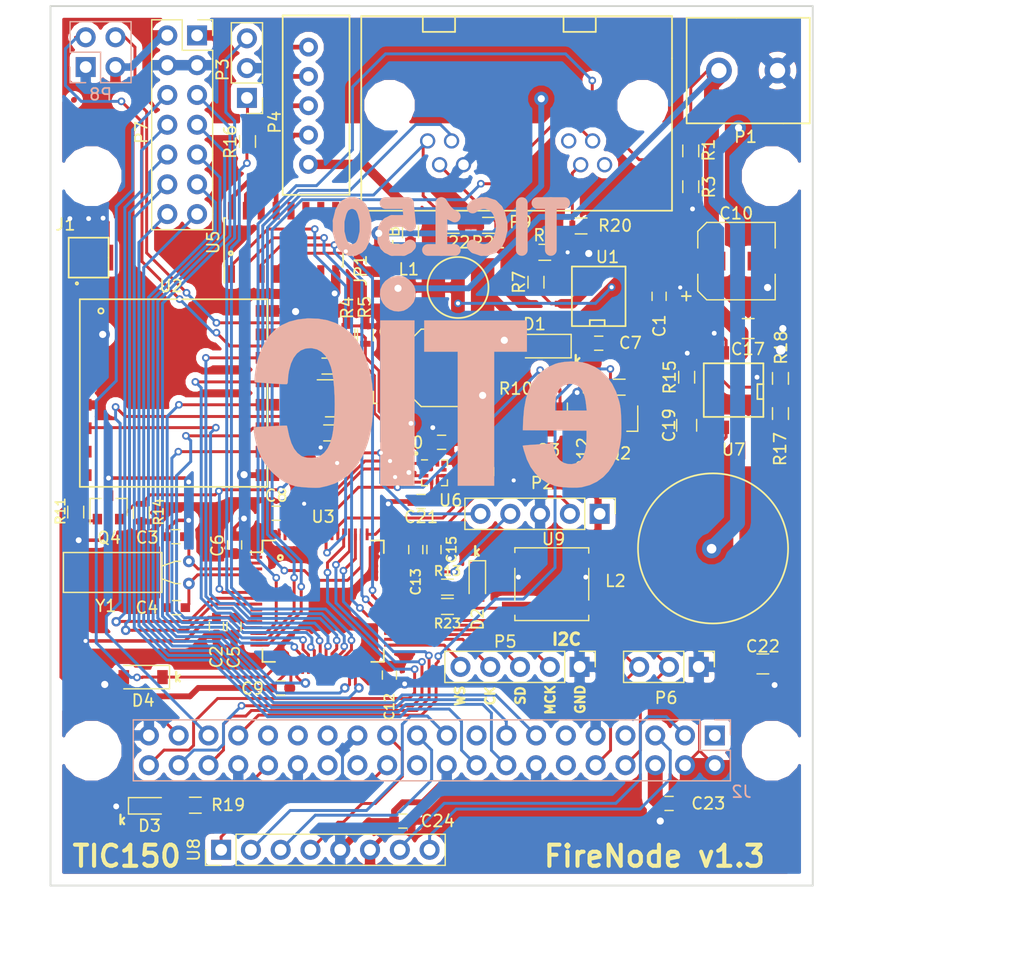
<source format=kicad_pcb>
(kicad_pcb (version 4) (host pcbnew 4.0.7)
  (layers (0 F.Cu signal) (31 B.Cu signal) (34 B.Paste user) (35 F.Paste user) (36 B.SilkS user) (37 F.SilkS user) (38 B.Mask user) (39 F.Mask user) (44 Edge.Cuts user))
  (net 0 "")
  (net 1 "Net-(C1-Pad2)")
  (net 2 GND)
  (net 3 +3V3)
  (net 4 "Net-(C3-Pad1)")
  (net 5 "Net-(C4-Pad1)")
  (net 6 "Net-(C7-Pad2)")
  (net 7 "Net-(C7-Pad1)")
  (net 8 +BATT)
  (net 9 "Net-(C19-Pad1)")
  (net 10 "Net-(C19-Pad2)")
  (net 11 "Net-(C21-Pad1)")
  (net 12 +5V)
  (net 13 "Net-(D2-Pad2)")
  (net 14 "Net-(D3-Pad2)")
  (net 15 /SOIL_MSTR)
  (net 16 "Net-(FB1-Pad1)")
  (net 17 "Net-(FB1-Pad2)")
  (net 18 "Net-(J1-Pad1)")
  (net 19 "Net-(J2-Pad1)")
  (net 20 /RP_I2C_SDA)
  (net 21 /RP_I2C_SCL)
  (net 22 "Net-(J2-Pad7)")
  (net 23 /STM_UART1_RX)
  (net 24 /STM_UART1_TX)
  (net 25 "Net-(J2-Pad11)")
  (net 26 "Net-(J2-Pad12)")
  (net 27 /RP_GPIO_27)
  (net 28 /RP_GPIO_22)
  (net 29 /RP_GPIO_23)
  (net 30 "Net-(J2-Pad17)")
  (net 31 /RP_GPIO_24)
  (net 32 /RP_SPI_MOSI)
  (net 33 /RP_SPI_MISO)
  (net 34 "Net-(J2-Pad22)")
  (net 35 /RP_SPI_CLK)
  (net 36 /LEPTON_CS)
  (net 37 "Net-(J2-Pad26)")
  (net 38 "Net-(J2-Pad27)")
  (net 39 "Net-(J2-Pad28)")
  (net 40 "Net-(J2-Pad29)")
  (net 41 "Net-(J2-Pad31)")
  (net 42 /RPI_LED)
  (net 43 /PS_EN_RPI)
  (net 44 /EN_BOOTLOAD)
  (net 45 /IRQ_STM_RPI1)
  (net 46 /RSTRT_STM32)
  (net 47 /IRQ_STM_RPI2)
  (net 48 /IRQ_STM_RPI3)
  (net 49 "Net-(L2-Pad1)")
  (net 50 /SWCLK)
  (net 51 /SWDIO)
  (net 52 /NRST_STM32)
  (net 53 "Net-(P3-Pad1)")
  (net 54 /MOTOR_LS)
  (net 55 "Net-(P4-Pad1)")
  (net 56 "Net-(P4-Pad2)")
  (net 57 "Net-(P4-Pad3)")
  (net 58 "Net-(P4-Pad4)")
  (net 59 /I2S_MCK)
  (net 60 /I2S_SD)
  (net 61 /I2S_CK)
  (net 62 /I2S_WS)
  (net 63 /STM_PA4)
  (net 64 /STM_PC0)
  (net 65 /STM_PB10)
  (net 66 /STM_PC1)
  (net 67 /STM_PB11)
  (net 68 /STM_I2C_SDA)
  (net 69 /STM_I2C_SCL)
  (net 70 "Net-(P9-Pad1)")
  (net 71 /RAIN_PULSE)
  (net 72 "Net-(P9-Pad3)")
  (net 73 "Net-(P9-Pad4)")
  (net 74 /WIND_OUT)
  (net 75 "Net-(P9-Pad7)")
  (net 76 /ANEM_PULSE)
  (net 77 "Net-(Q1-Pad1)")
  (net 78 /BOOT_STM32)
  (net 79 "Net-(Q2-Pad1)")
  (net 80 "Net-(Q2-Pad3)")
  (net 81 "Net-(Q3-Pad1)")
  (net 82 "Net-(Q4-Pad1)")
  (net 83 "Net-(R1-Pad1)")
  (net 84 "Net-(R7-Pad2)")
  (net 85 /PS_EN_STM)
  (net 86 "Net-(R13-Pad1)")
  (net 87 /LED_LS)
  (net 88 "Net-(R17-Pad2)")
  (net 89 "Net-(U2-Pad3)")
  (net 90 "Net-(U2-Pad4)")
  (net 91 /LORA_DIO0)
  (net 92 "Net-(U2-Pad7)")
  (net 93 "Net-(U2-Pad8)")
  (net 94 /STM_SPI_MISO)
  (net 95 /STM_SPI_MOSI)
  (net 96 /STM_SPI_SCK)
  (net 97 /LORA_CS)
  (net 98 /LORA_RST)
  (net 99 "Net-(U2-Pad15)")
  (net 100 "Net-(U3-Pad2)")
  (net 101 "Net-(U3-Pad5)")
  (net 102 "Net-(U3-Pad6)")
  (net 103 "Net-(U3-Pad11)")
  (net 104 "Net-(U3-Pad35)")
  (net 105 /PWM_CH2)
  (net 106 /PWM_CH3)
  (net 107 /PWM_CH4)
  (net 108 /IRQ_CP)
  (net 109 "Net-(U3-Pad55)")
  (net 110 /PWM_CH1)
  (net 111 "Net-(U3-Pad61)")
  (net 112 "Net-(U3-Pad62)")
  (net 113 "Net-(U5-Pad5)")
  (net 114 "Net-(U5-Pad6)")
  (net 115 "Net-(U5-Pad7)")
  (net 116 "Net-(U5-Pad10)")
  (net 117 "Net-(U5-Pad11)")
  (net 118 "Net-(U5-Pad12)")
  (net 119 "Net-(U7-Pad7)")
  (net 120 "Net-(R23-Pad1)")
  (net 121 /SWITCH)
  (net 122 "Net-(U3-Pad41)")
  (net 123 "Net-(U3-Pad10)")
  (module LOGO (layer B.Cu) (at 130.2 85 180)
    (fp_text reference G*** hide)
    (fp_text value LOGO hide)
  )
  (module Fiducials:Fiducial_0.5mm_Dia_1mm_Outer (layer F.Cu) (at 99 58)
    (fp_text reference REF** hide)
    (fp_text value Fiducial_0.5mm_Dia_1mm_Outer hide)
    (pad ~ smd circle (at 0 0) (size 0.5 0.5) (layers F.Cu F.Mask) (clearance 0.25))
  )
  (module Mounting_Holes:MountingHole_2.7mm_M2.5 (layer F.Cu) (at 158.5 64.5)
    (fp_text reference REF** hide)
    (fp_text value MountingHole_M2.5 hide)
    (pad "" np_thru_hole circle (at 0 0) (size 2.5 2.5) (drill 2.5) (layers *.Cu *.Mask))
  )
  (module 2xRJ11 (layer F.Cu) (at 147.5 58.45 180)
    (fp_text reference P9 (at 10.425 -9.975 180) (layer F.SilkS))
    (fp_text value RJ11x2)
    (pad "" np_thru_hole circle (at 0 0 180) (size 3.3 3.3) (drill 3.3) (layers *.Cu *.Mask))
    (pad "" np_thru_hole circle (at 21.59 0 180) (size 3.3 3.3) (drill 3.3) (layers *.Cu *.Mask))
    (pad 1 thru_hole circle (at 3.25 -5.08 180) (size 1.3 1.3) (drill 0.9) (layers *.Cu *.Mask) (net 70 "Net-(P9-Pad1)"))
    (pad 2 thru_hole circle (at 4.27 -3.05 180) (size 1.3 1.3) (drill 0.9) (layers *.Cu *.Mask) (net 71 /RAIN_PULSE))
    (pad 3 thru_hole circle (at 5.29 -5.08 180) (size 1.3 1.3) (drill 0.9) (layers *.Cu *.Mask) (net 72 "Net-(P9-Pad3)"))
    (pad 4 thru_hole circle (at 6.31 -3.05 180) (size 1.3 1.3) (drill 0.9) (layers *.Cu *.Mask) (net 73 "Net-(P9-Pad4)"))
    (pad 8 thru_hole circle (at 18.34 -3.05 180) (size 1.3 1.3) (drill 0.9) (layers *.Cu *.Mask) (net 74 /WIND_OUT))
    (pad 7 thru_hole circle (at 17.32 -5.08 180) (size 1.3 1.3) (drill 0.9) (layers *.Cu *.Mask) (net 75 "Net-(P9-Pad7)"))
    (pad 6 thru_hole circle (at 16.3 -3.05 180) (size 1.3 1.3) (drill 0.9) (layers *.Cu *.Mask) (net 76 /ANEM_PULSE))
    (pad 5 thru_hole circle (at 15.28 -5.08 180) (size 1.3 1.3) (drill 0.9) (layers *.Cu *.Mask) (net 2 GND))
  )
  (module Housings_SOIC:SOIC-16_3.9x9.9mm_Pitch1.27mm (layer F.Cu) (at 116.875 70.15 90)
    (fp_text reference U5 (at 0 -6 90) (layer F.SilkS))
    (fp_text value ULN2003A hide)
    (pad 1 smd rect (at -2.7 -4.445 90) (size 1.5 0.6) (layers F.Cu F.Paste F.Mask) (net 110 /PWM_CH1))
    (pad 2 smd rect (at -2.7 -3.175 90) (size 1.5 0.6) (layers F.Cu F.Paste F.Mask) (net 105 /PWM_CH2))
    (pad 3 smd rect (at -2.7 -1.905 90) (size 1.5 0.6) (layers F.Cu F.Paste F.Mask) (net 106 /PWM_CH3))
    (pad 4 smd rect (at -2.7 -0.635 90) (size 1.5 0.6) (layers F.Cu F.Paste F.Mask) (net 107 /PWM_CH4))
    (pad 5 smd rect (at -2.7 0.635 90) (size 1.5 0.6) (layers F.Cu F.Paste F.Mask) (net 113 "Net-(U5-Pad5)"))
    (pad 6 smd rect (at -2.7 1.905 90) (size 1.5 0.6) (layers F.Cu F.Paste F.Mask) (net 114 "Net-(U5-Pad6)"))
    (pad 7 smd rect (at -2.7 3.175 90) (size 1.5 0.6) (layers F.Cu F.Paste F.Mask) (net 115 "Net-(U5-Pad7)"))
    (pad 8 smd rect (at -2.7 4.445 90) (size 1.5 0.6) (layers F.Cu F.Paste F.Mask) (net 2 GND))
    (pad 9 smd rect (at 2.7 4.445 90) (size 1.5 0.6) (layers F.Cu F.Paste F.Mask) (net 16 "Net-(FB1-Pad1)"))
    (pad 10 smd rect (at 2.7 3.175 90) (size 1.5 0.6) (layers F.Cu F.Paste F.Mask) (net 116 "Net-(U5-Pad10)"))
    (pad 11 smd rect (at 2.7 1.905 90) (size 1.5 0.6) (layers F.Cu F.Paste F.Mask) (net 117 "Net-(U5-Pad11)"))
    (pad 12 smd rect (at 2.7 0.635 90) (size 1.5 0.6) (layers F.Cu F.Paste F.Mask) (net 118 "Net-(U5-Pad12)"))
    (pad 13 smd rect (at 2.7 -0.635 90) (size 1.5 0.6) (layers F.Cu F.Paste F.Mask) (net 58 "Net-(P4-Pad4)"))
    (pad 14 smd rect (at 2.7 -1.905 90) (size 1.5 0.6) (layers F.Cu F.Paste F.Mask) (net 57 "Net-(P4-Pad3)"))
    (pad 15 smd rect (at 2.7 -3.175 90) (size 1.5 0.6) (layers F.Cu F.Paste F.Mask) (net 56 "Net-(P4-Pad2)"))
    (pad 16 smd rect (at 2.7 -4.445 90) (size 1.5 0.6) (layers F.Cu F.Paste F.Mask) (net 55 "Net-(P4-Pad1)"))
  )
  (module Pin_Headers:Pin_Header_Straight_1x03_Pitch2.54mm (layer F.Cu) (at 152.28 106.35 270)
    (fp_text reference P6 (at 2.65 2.78 360) (layer F.SilkS))
    (fp_text value CONN_01X03 hide)
    (pad 1 thru_hole rect (at 0 0 270) (size 1.7 1.7) (drill 1) (layers *.Cu *.Mask) (net 2 GND))
    (pad 2 thru_hole oval (at 0 2.54 270) (size 1.7 1.7) (drill 1) (layers *.Cu *.Mask) (net 23 /STM_UART1_RX))
    (pad 3 thru_hole oval (at 0 5.08 270) (size 1.7 1.7) (drill 1) (layers *.Cu *.Mask) (net 24 /STM_UART1_TX))
  )
  (module Housings_LGA:LGA-12_2x2mm_Pitch0.5mm (layer F.Cu) (at 129.75 89.8)
    (fp_text reference U6 (at 1.375 2.35) (layer F.SilkS))
    (fp_text value LIS2MDL hide)
    (pad 2 smd rect (at -0.775 -0.25) (size 0.5 0.3) (layers F.Cu F.Paste F.Mask) (net 2 GND))
    (pad 3 smd rect (at -0.775 0.25) (size 0.5 0.3) (layers F.Cu F.Paste F.Mask) (net 3 +3V3))
    (pad 9 smd rect (at 0.775 -0.25) (size 0.5 0.3) (layers F.Cu F.Paste F.Mask) (net 3 +3V3))
    (pad 8 smd rect (at 0.775 0.25) (size 0.5 0.3) (layers F.Cu F.Paste F.Mask) (net 2 GND))
    (pad 4 smd rect (at -0.8 0.8) (size 0.45 0.45) (layers F.Cu F.Paste F.Mask) (net 68 /STM_I2C_SDA))
    (pad 7 smd rect (at 0.8 0.8) (size 0.45 0.45) (layers F.Cu F.Paste F.Mask) (net 108 /IRQ_CP))
    (pad 1 smd rect (at -0.8 -0.8) (size 0.45 0.45) (layers F.Cu F.Paste F.Mask) (net 69 /STM_I2C_SCL))
    (pad 10 smd rect (at 0.8 -0.8) (size 0.45 0.45) (layers F.Cu F.Paste F.Mask) (net 3 +3V3))
    (pad 5 smd rect (at -0.25 0.775 90) (size 0.5 0.3) (layers F.Cu F.Paste F.Mask) (net 11 "Net-(C21-Pad1)"))
    (pad 6 smd rect (at 0.25 0.775 90) (size 0.5 0.3) (layers F.Cu F.Paste F.Mask) (net 2 GND))
    (pad 11 smd rect (at 0.25 -0.775 90) (size 0.5 0.3) (layers F.Cu F.Paste F.Mask) (net 2 GND))
    (pad 12 smd rect (at -0.25 -0.775 90) (size 0.5 0.3) (layers F.Cu F.Paste F.Mask) (net 2 GND))
  )
  (module Pin_Headers:Pin_Header_Straight_1x05_Pitch2.54mm (layer F.Cu) (at 142.12 106.35 270)
    (fp_text reference P5 (at -2.15 6.345 360) (layer F.SilkS))
    (fp_text value CONN_01X05 hide)
    (pad 1 thru_hole rect (at 0 0 270) (size 1.7 1.7) (drill 1) (layers *.Cu *.Mask) (net 2 GND))
    (pad 2 thru_hole oval (at 0 2.54 270) (size 1.7 1.7) (drill 1) (layers *.Cu *.Mask) (net 59 /I2S_MCK))
    (pad 3 thru_hole oval (at 0 5.08 270) (size 1.7 1.7) (drill 1) (layers *.Cu *.Mask) (net 60 /I2S_SD))
    (pad 4 thru_hole oval (at 0 7.62 270) (size 1.7 1.7) (drill 1) (layers *.Cu *.Mask) (net 61 /I2S_CK))
    (pad 5 thru_hole oval (at 0 10.16 270) (size 1.7 1.7) (drill 1) (layers *.Cu *.Mask) (net 62 /I2S_WS))
  )
  (module Mounting_Holes:MountingHole_2.7mm_M2.5 (layer F.Cu) (at 100.5 113.5)
    (fp_text reference REF** hide)
    (fp_text value MountingHole_M2.5 hide)
    (pad "" np_thru_hole circle (at 0 0) (size 2.5 2.5) (drill 2.5) (layers *.Cu *.Mask))
  )
  (module Mounting_Holes:MountingHole_2.7mm_M2.5 (layer F.Cu) (at 158.5 113.5)
    (fp_text reference REF** hide)
    (fp_text value MountingHole_M2.5 hide)
    (pad "" np_thru_hole circle (at 0 0) (size 2.5 2.5) (drill 2.5) (layers *.Cu *.Mask))
  )
  (module Mounting_Holes:MountingHole_2.7mm_M2.5 (layer F.Cu) (at 100.5 64.5)
    (fp_text reference REF** hide)
    (fp_text value MountingHole_M2.5 hide)
    (pad "" np_thru_hole circle (at 0 0) (size 2.5 2.5) (drill 2.5) (layers *.Cu *.Mask))
  )
  (module Capacitors_SMD:C_0603 (layer F.Cu) (at 148.9 74.75 270)
    (fp_text reference C1 (at 2.525 -0.025 270) (layer F.SilkS))
    (fp_text value 100nF hide)
    (pad 2 smd rect (at 0.75 0 270) (size 0.8 0.75) (layers F.Cu F.Paste F.Mask) (net 1 "Net-(C1-Pad2)"))
    (pad 1 smd rect (at -0.75 0 270) (size 0.8 0.75) (layers F.Cu F.Paste F.Mask) (net 2 GND))
  )
  (module Capacitors_SMD:C_0603 (layer F.Cu) (at 111.15 102.9 270)
    (fp_text reference C2 (at 2.6 0 270) (layer F.SilkS))
    (fp_text value 10nF hide)
    (pad 2 smd rect (at 0.75 0 270) (size 0.8 0.75) (layers F.Cu F.Paste F.Mask) (net 3 +3V3))
    (pad 1 smd rect (at -0.75 0 270) (size 0.8 0.75) (layers F.Cu F.Paste F.Mask) (net 2 GND))
  )
  (module Capacitors_SMD:C_0603 (layer F.Cu) (at 107.7 95.25 180)
    (fp_text reference C3 (at 2.45 -0.075 180) (layer F.SilkS))
    (fp_text value 12.5pF hide)
    (pad 2 smd rect (at 0.75 0 180) (size 0.8 0.75) (layers F.Cu F.Paste F.Mask) (net 2 GND))
    (pad 1 smd rect (at -0.75 0 180) (size 0.8 0.75) (layers F.Cu F.Paste F.Mask) (net 4 "Net-(C3-Pad1)"))
  )
  (module Capacitors_SMD:C_0603 (layer F.Cu) (at 107.75 101.3 180)
    (fp_text reference C4 (at 2.525 0 180) (layer F.SilkS))
    (fp_text value 12.5pF hide)
    (pad 2 smd rect (at 0.75 0 180) (size 0.8 0.75) (layers F.Cu F.Paste F.Mask) (net 2 GND))
    (pad 1 smd rect (at -0.75 0 180) (size 0.8 0.75) (layers F.Cu F.Paste F.Mask) (net 5 "Net-(C4-Pad1)"))
  )
  (module Capacitors_SMD:C_0603 (layer F.Cu) (at 112.65 102.9 270)
    (fp_text reference C5 (at 2.625 0.025 270) (layer F.SilkS))
    (fp_text value 1uF hide)
    (pad 2 smd rect (at 0.75 0 270) (size 0.8 0.75) (layers F.Cu F.Paste F.Mask) (net 3 +3V3))
    (pad 1 smd rect (at -0.75 0 270) (size 0.8 0.75) (layers F.Cu F.Paste F.Mask) (net 2 GND))
  )
  (module Capacitors_SMD:C_0603 (layer F.Cu) (at 112.7 95.95 90)
    (fp_text reference C6 (at -0.05 -1.475 90) (layer F.SilkS))
    (fp_text value 100nF hide)
    (pad 2 smd rect (at 0.75 0 90) (size 0.8 0.75) (layers F.Cu F.Paste F.Mask) (net 2 GND))
    (pad 1 smd rect (at -0.75 0 90) (size 0.8 0.75) (layers F.Cu F.Paste F.Mask) (net 3 +3V3))
  )
  (module Capacitors_SMD:C_0603 (layer F.Cu) (at 143.75 78.75)
    (fp_text reference C7 (at 2.7 -0.025) (layer F.SilkS))
    (fp_text value 100nF hide)
    (pad 2 smd rect (at 0.75 0) (size 0.8 0.75) (layers F.Cu F.Paste F.Mask) (net 6 "Net-(C7-Pad2)"))
    (pad 1 smd rect (at -0.75 0) (size 0.8 0.75) (layers F.Cu F.Paste F.Mask) (net 7 "Net-(C7-Pad1)"))
  )
  (module Capacitors_SMD:C_0603 (layer F.Cu) (at 116.25 93.25)
    (fp_text reference C8 (at 0 -1.5) (layer F.SilkS))
    (fp_text value 100nF hide)
    (pad 2 smd rect (at 0.75 0) (size 0.8 0.75) (layers F.Cu F.Paste F.Mask) (net 2 GND))
    (pad 1 smd rect (at -0.75 0) (size 0.8 0.75) (layers F.Cu F.Paste F.Mask) (net 3 +3V3))
  )
  (module Capacitors_SMD:C_0603 (layer F.Cu) (at 116.65 108.15 180)
    (fp_text reference C9 (at 2.425 -0.05 180) (layer F.SilkS))
    (fp_text value 100nF hide)
    (pad 2 smd rect (at 0.75 0 180) (size 0.8 0.75) (layers F.Cu F.Paste F.Mask) (net 2 GND))
    (pad 1 smd rect (at -0.75 0 180) (size 0.8 0.75) (layers F.Cu F.Paste F.Mask) (net 3 +3V3))
  )
  (module Capacitors_SMD:CP_Elec_6.3x7.7 (layer F.Cu) (at 155.5 71.75)
    (fp_text reference C10 (at -0.025 -4.075) (layer F.SilkS))
    (fp_text value 100uF)
    (fp_text user + (at -4.28 2.91) (layer F.SilkS))
    (pad 1 smd rect (at -2.7 0 180) (size 3.5 1.6) (layers F.Cu F.Paste F.Mask) (net 8 +BATT))
    (pad 2 smd rect (at 2.7 0 180) (size 3.5 1.6) (layers F.Cu F.Paste F.Mask) (net 2 GND))
  )
  (module Capacitors_SMD:CP_Elec_6.3x5.8 (layer F.Cu) (at 131.15 80.85)
    (fp_text reference C11 (at -4.75 -3.05) (layer F.SilkS))
    (fp_text value 33uF)
    (fp_text user + (at -4.28 3.01) (layer F.SilkS))
    (pad 1 smd rect (at -2.7 0 180) (size 3.5 1.6) (layers F.Cu F.Paste F.Mask) (net 3 +3V3))
    (pad 2 smd rect (at 2.7 0 180) (size 3.5 1.6) (layers F.Cu F.Paste F.Mask) (net 2 GND))
  )
  (module Capacitors_SMD:C_0603 (layer F.Cu) (at 125.9 107.05 270)
    (fp_text reference C12 (at 2.7 0 270) (layer F.SilkS) (effects (font (size 0.8 0.8))))
    (fp_text value 100nF hide)
    (pad 2 smd rect (at 0.75 0 270) (size 0.8 0.75) (layers F.Cu F.Paste F.Mask) (net 2 GND))
    (pad 1 smd rect (at -0.75 0 270) (size 0.8 0.75) (layers F.Cu F.Paste F.Mask) (net 3 +3V3))
  )
  (module Capacitors_SMD:C_0603 (layer F.Cu) (at 128.15 96.35 270)
    (fp_text reference C13 (at 2.75 0 270) (layer F.SilkS) (effects (font (size 0.8 0.8))))
    (fp_text value 100nF hide)
    (pad 2 smd rect (at 0.75 0 270) (size 0.8 0.75) (layers F.Cu F.Paste F.Mask) (net 2 GND))
    (pad 1 smd rect (at -0.75 0 270) (size 0.8 0.75) (layers F.Cu F.Paste F.Mask) (net 3 +3V3))
  )
  (module Capacitors_SMD:C_0603 (layer F.Cu) (at 129.7 96.35 270)
    (fp_text reference C15 (at 0 -1.5 270) (layer F.SilkS) (effects (font (size 0.8 0.8))))
    (fp_text value 4.7uF hide)
    (pad 2 smd rect (at 0.75 0 270) (size 0.8 0.75) (layers F.Cu F.Paste F.Mask) (net 2 GND))
    (pad 1 smd rect (at -0.75 0 270) (size 0.8 0.75) (layers F.Cu F.Paste F.Mask) (net 3 +3V3))
  )
  (module Capacitors_SMD:C_0603 (layer F.Cu) (at 134.2 89.7 270)
    (fp_text reference C16 (at -2.975 -0.025 270) (layer F.SilkS))
    (fp_text value 10uF hide)
    (pad 2 smd rect (at 0.75 0 270) (size 0.8 0.75) (layers F.Cu F.Paste F.Mask) (net 2 GND))
    (pad 1 smd rect (at -0.75 0 270) (size 0.8 0.75) (layers F.Cu F.Paste F.Mask) (net 3 +3V3))
  )
  (module Capacitors_SMD:C_0805 (layer F.Cu) (at 156.5 77.5 180)
    (fp_text reference C17 (at 0.025 -1.75 180) (layer F.SilkS))
    (fp_text value 22uF hide)
    (pad 1 smd rect (at -1 0 180) (size 1 1.25) (layers F.Cu F.Paste F.Mask) (net 2 GND))
    (pad 2 smd rect (at 1 0 180) (size 1 1.25) (layers F.Cu F.Paste F.Mask) (net 8 +BATT))
  )
  (module Capacitors_SMD:C_0603 (layer F.Cu) (at 132.7 89.7 270)
    (fp_text reference C18 (at -2.975 0 270) (layer F.SilkS))
    (fp_text value 100nF hide)
    (pad 2 smd rect (at 0.75 0 270) (size 0.8 0.75) (layers F.Cu F.Paste F.Mask) (net 2 GND))
    (pad 1 smd rect (at -0.75 0 270) (size 0.8 0.75) (layers F.Cu F.Paste F.Mask) (net 3 +3V3))
  )
  (module Capacitors_SMD:C_0805 (layer F.Cu) (at 151.25 85.75 90)
    (fp_text reference C19 (at 0 -1.5 90) (layer F.SilkS))
    (fp_text value 2.2nF hide)
    (pad 1 smd rect (at -1 0 90) (size 1 1.25) (layers F.Cu F.Paste F.Mask) (net 9 "Net-(C19-Pad1)"))
    (pad 2 smd rect (at 1 0 90) (size 1 1.25) (layers F.Cu F.Paste F.Mask) (net 10 "Net-(C19-Pad2)"))
  )
  (module Capacitors_SMD:C_0603 (layer F.Cu) (at 130.35 87.2)
    (fp_text reference C20 (at -3 0.025) (layer F.SilkS))
    (fp_text value 100nF hide)
    (pad 2 smd rect (at 0.75 0) (size 0.8 0.75) (layers F.Cu F.Paste F.Mask) (net 3 +3V3))
    (pad 1 smd rect (at -0.75 0) (size 0.8 0.75) (layers F.Cu F.Paste F.Mask) (net 2 GND))
  )
  (module Capacitors_SMD:C_0603 (layer F.Cu) (at 128.6 92.25 180)
    (fp_text reference C21 (at 0 -1.325 180) (layer F.SilkS))
    (fp_text value 220nF hide)
    (pad 2 smd rect (at 0.75 0 180) (size 0.8 0.75) (layers F.Cu F.Paste F.Mask) (net 2 GND))
    (pad 1 smd rect (at -0.75 0 180) (size 0.8 0.75) (layers F.Cu F.Paste F.Mask) (net 11 "Net-(C21-Pad1)"))
  )
  (module Capacitors_SMD:C_0805 (layer F.Cu) (at 157.75 106.1)
    (fp_text reference C22 (at 0 -1.5) (layer F.SilkS))
    (fp_text value 22uF hide)
    (pad 1 smd rect (at -1 0) (size 1 1.25) (layers F.Cu F.Paste F.Mask) (net 12 +5V))
    (pad 2 smd rect (at 1 0) (size 1 1.25) (layers F.Cu F.Paste F.Mask) (net 2 GND))
  )
  (module Capacitors_SMD:C_0603 (layer F.Cu) (at 149.75 118 180)
    (fp_text reference C23 (at -3.35 0 180) (layer F.SilkS))
    (fp_text value 100nF hide)
    (pad 2 smd rect (at 0.75 0 180) (size 0.8 0.75) (layers F.Cu F.Paste F.Mask) (net 2 GND))
    (pad 1 smd rect (at -0.75 0 180) (size 0.8 0.75) (layers F.Cu F.Paste F.Mask) (net 12 +5V))
  )
  (module Capacitors_SMD:C_0603 (layer F.Cu) (at 127.05 119.5 180)
    (fp_text reference C24 (at -2.975 0 180) (layer F.SilkS))
    (fp_text value 100nF hide)
    (pad 2 smd rect (at 0.75 0 180) (size 0.8 0.75) (layers F.Cu F.Paste F.Mask) (net 2 GND))
    (pad 1 smd rect (at -0.75 0 180) (size 0.8 0.75) (layers F.Cu F.Paste F.Mask) (net 12 +5V))
  )
  (module Diodes_SMD:D_SOD-123 (layer F.Cu) (at 139.15 79 180)
    (fp_text reference D1 (at 0.875 1.875 180) (layer F.SilkS))
    (fp_text value 1N5819HW hide)
    (pad 1 smd rect (at -1.65 0 180) (size 0.9 1.2) (layers F.Cu F.Paste F.Mask) (net 7 "Net-(C7-Pad1)"))
    (pad 2 smd rect (at 1.65 0 180) (size 0.9 1.2) (layers F.Cu F.Paste F.Mask) (net 2 GND))
  )
  (module LEDs:LED_0805 (layer F.Cu) (at 133.4 99.1 270)
    (fp_text reference D2 (at 3.175 -0.025 270) (layer F.SilkS))
    (fp_text value LED_ALT hide)
    (pad 2 smd rect (at 1.1 0 90) (size 1.2 1.2) (layers F.Cu F.Paste F.Mask) (net 13 "Net-(D2-Pad2)"))
    (pad 1 smd rect (at -1.1 0 90) (size 1.2 1.2) (layers F.Cu F.Paste F.Mask) (net 2 GND))
  )
  (module LEDs:LED_0805 (layer F.Cu) (at 105.45 118.2)
    (fp_text reference D3 (at 0 1.7) (layer F.SilkS))
    (fp_text value LED_ALT hide)
    (pad 2 smd rect (at 1.1 0 180) (size 1.2 1.2) (layers F.Cu F.Paste F.Mask) (net 14 "Net-(D3-Pad2)"))
    (pad 1 smd rect (at -1.1 0 180) (size 1.2 1.2) (layers F.Cu F.Paste F.Mask) (net 2 GND))
  )
  (module Diodes_SMD:D_SOD-123 (layer F.Cu) (at 104.9 107.225 180)
    (fp_text reference D4 (at 0 -2 180) (layer F.SilkS))
    (fp_text value D_Zener_ALT hide)
    (pad 1 smd rect (at -1.65 0 180) (size 0.9 1.2) (layers F.Cu F.Paste F.Mask) (net 15 /SOIL_MSTR))
    (pad 2 smd rect (at 1.65 0 180) (size 0.9 1.2) (layers F.Cu F.Paste F.Mask) (net 2 GND))
  )
  (module Inductors_SMD:L_0603 (layer F.Cu) (at 127.7 69.25 90)
    (fp_text reference FB1 (at 0.075 -1.45 90) (layer F.SilkS))
    (fp_text value FILTER hide)
    (pad 1 smd rect (at -0.75 0 90) (size 0.5 0.9) (layers F.Cu F.Paste F.Mask) (net 16 "Net-(FB1-Pad1)"))
    (pad 2 smd rect (at 0.75 0 90) (size 0.5 0.9) (layers F.Cu F.Paste F.Mask) (net 17 "Net-(FB1-Pad2)"))
  )
  (module Footprints:SMA-SMD (layer F.Cu) (at 100.25 71.45)
    (fp_text reference J1 (at -1.975 -2.825) (layer F.SilkS))
    (fp_text value SMA_CONN)
    (pad 1 smd rect (at 0 1.7) (size 1 1) (layers F.Cu F.Paste F.Mask) (net 18 "Net-(J1-Pad1)"))
    (pad 2 smd rect (at 1.6 0) (size 1 2.2) (layers F.Cu F.Paste F.Mask) (net 2 GND))
    (pad 2 smd rect (at -1.6 0) (size 1 2.2) (layers F.Cu F.Paste F.Mask) (net 2 GND))
    (pad 2 smd rect (at 0 -1.7) (size 1 1) (layers F.Cu F.Paste F.Mask) (net 2 GND))
  )
  (module Socket_Strips:Socket_Strip_Straight_2x20_Pitch2.54mm (layer B.Cu) (at 153.65 112.2 90)
    (fp_text reference J2 (at -4.8 2.275 360) (layer B.SilkS) (effects (justify mirror)))
    (fp_text value RPI_HEADER)
    (pad 1 thru_hole rect (at 0 0 90) (size 1.7 1.7) (drill 1) (layers *.Cu *.Mask) (net 19 "Net-(J2-Pad1)"))
    (pad 2 thru_hole oval (at -2.54 0 90) (size 1.7 1.7) (drill 1) (layers *.Cu *.Mask) (net 12 +5V))
    (pad 3 thru_hole oval (at 0 -2.54 90) (size 1.7 1.7) (drill 1) (layers *.Cu *.Mask) (net 20 /RP_I2C_SDA))
    (pad 4 thru_hole oval (at -2.54 -2.54 90) (size 1.7 1.7) (drill 1) (layers *.Cu *.Mask) (net 12 +5V))
    (pad 5 thru_hole oval (at 0 -5.08 90) (size 1.7 1.7) (drill 1) (layers *.Cu *.Mask) (net 21 /RP_I2C_SCL))
    (pad 6 thru_hole oval (at -2.54 -5.08 90) (size 1.7 1.7) (drill 1) (layers *.Cu *.Mask) (net 2 GND))
    (pad 7 thru_hole oval (at 0 -7.62 90) (size 1.7 1.7) (drill 1) (layers *.Cu *.Mask) (net 22 "Net-(J2-Pad7)"))
    (pad 8 thru_hole oval (at -2.54 -7.62 90) (size 1.7 1.7) (drill 1) (layers *.Cu *.Mask) (net 23 /STM_UART1_RX))
    (pad 9 thru_hole oval (at 0 -10.16 90) (size 1.7 1.7) (drill 1) (layers *.Cu *.Mask) (net 2 GND))
    (pad 10 thru_hole oval (at -2.54 -10.16 90) (size 1.7 1.7) (drill 1) (layers *.Cu *.Mask) (net 24 /STM_UART1_TX))
    (pad 11 thru_hole oval (at 0 -12.7 90) (size 1.7 1.7) (drill 1) (layers *.Cu *.Mask) (net 25 "Net-(J2-Pad11)"))
    (pad 12 thru_hole oval (at -2.54 -12.7 90) (size 1.7 1.7) (drill 1) (layers *.Cu *.Mask) (net 26 "Net-(J2-Pad12)"))
    (pad 13 thru_hole oval (at 0 -15.24 90) (size 1.7 1.7) (drill 1) (layers *.Cu *.Mask) (net 27 /RP_GPIO_27))
    (pad 14 thru_hole oval (at -2.54 -15.24 90) (size 1.7 1.7) (drill 1) (layers *.Cu *.Mask) (net 2 GND))
    (pad 15 thru_hole oval (at 0 -17.78 90) (size 1.7 1.7) (drill 1) (layers *.Cu *.Mask) (net 28 /RP_GPIO_22))
    (pad 16 thru_hole oval (at -2.54 -17.78 90) (size 1.7 1.7) (drill 1) (layers *.Cu *.Mask) (net 29 /RP_GPIO_23))
    (pad 17 thru_hole oval (at 0 -20.32 90) (size 1.7 1.7) (drill 1) (layers *.Cu *.Mask) (net 30 "Net-(J2-Pad17)"))
    (pad 18 thru_hole oval (at -2.54 -20.32 90) (size 1.7 1.7) (drill 1) (layers *.Cu *.Mask) (net 31 /RP_GPIO_24))
    (pad 19 thru_hole oval (at 0 -22.86 90) (size 1.7 1.7) (drill 1) (layers *.Cu *.Mask) (net 32 /RP_SPI_MOSI))
    (pad 20 thru_hole oval (at -2.54 -22.86 90) (size 1.7 1.7) (drill 1) (layers *.Cu *.Mask) (net 2 GND))
    (pad 21 thru_hole oval (at 0 -25.4 90) (size 1.7 1.7) (drill 1) (layers *.Cu *.Mask) (net 33 /RP_SPI_MISO))
    (pad 22 thru_hole oval (at -2.54 -25.4 90) (size 1.7 1.7) (drill 1) (layers *.Cu *.Mask) (net 34 "Net-(J2-Pad22)"))
    (pad 23 thru_hole oval (at 0 -27.94 90) (size 1.7 1.7) (drill 1) (layers *.Cu *.Mask) (net 35 /RP_SPI_CLK))
    (pad 24 thru_hole oval (at -2.54 -27.94 90) (size 1.7 1.7) (drill 1) (layers *.Cu *.Mask) (net 36 /LEPTON_CS))
    (pad 25 thru_hole oval (at 0 -30.48 90) (size 1.7 1.7) (drill 1) (layers *.Cu *.Mask) (net 2 GND))
    (pad 26 thru_hole oval (at -2.54 -30.48 90) (size 1.7 1.7) (drill 1) (layers *.Cu *.Mask) (net 37 "Net-(J2-Pad26)"))
    (pad 27 thru_hole oval (at 0 -33.02 90) (size 1.7 1.7) (drill 1) (layers *.Cu *.Mask) (net 38 "Net-(J2-Pad27)"))
    (pad 28 thru_hole oval (at -2.54 -33.02 90) (size 1.7 1.7) (drill 1) (layers *.Cu *.Mask) (net 39 "Net-(J2-Pad28)"))
    (pad 29 thru_hole oval (at 0 -35.56 90) (size 1.7 1.7) (drill 1) (layers *.Cu *.Mask) (net 40 "Net-(J2-Pad29)"))
    (pad 30 thru_hole oval (at -2.54 -35.56 90) (size 1.7 1.7) (drill 1) (layers *.Cu *.Mask) (net 2 GND))
    (pad 31 thru_hole oval (at 0 -38.1 90) (size 1.7 1.7) (drill 1) (layers *.Cu *.Mask) (net 41 "Net-(J2-Pad31)"))
    (pad 32 thru_hole oval (at -2.54 -38.1 90) (size 1.7 1.7) (drill 1) (layers *.Cu *.Mask) (net 42 /RPI_LED))
    (pad 33 thru_hole oval (at 0 -40.64 90) (size 1.7 1.7) (drill 1) (layers *.Cu *.Mask) (net 43 /PS_EN_RPI))
    (pad 34 thru_hole oval (at -2.54 -40.64 90) (size 1.7 1.7) (drill 1) (layers *.Cu *.Mask) (net 2 GND))
    (pad 35 thru_hole oval (at 0 -43.18 90) (size 1.7 1.7) (drill 1) (layers *.Cu *.Mask) (net 44 /EN_BOOTLOAD))
    (pad 36 thru_hole oval (at -2.54 -43.18 90) (size 1.7 1.7) (drill 1) (layers *.Cu *.Mask) (net 45 /IRQ_STM_RPI1))
    (pad 37 thru_hole oval (at 0 -45.72 90) (size 1.7 1.7) (drill 1) (layers *.Cu *.Mask) (net 46 /RSTRT_STM32))
    (pad 38 thru_hole oval (at -2.54 -45.72 90) (size 1.7 1.7) (drill 1) (layers *.Cu *.Mask) (net 47 /IRQ_STM_RPI2))
    (pad 39 thru_hole oval (at 0 -48.26 90) (size 1.7 1.7) (drill 1) (layers *.Cu *.Mask) (net 2 GND))
    (pad 40 thru_hole oval (at -2.54 -48.26 90) (size 1.7 1.7) (drill 1) (layers *.Cu *.Mask) (net 48 /IRQ_STM_RPI3))
  )
  (module Footprints:SMD-JUMPER (layer F.Cu) (at 125 72.6 270)
    (fp_text reference JP1 (at -0.05 1.55 270) (layer F.SilkS))
    (fp_text value Jumper_NC_Dual hide)
    (pad 1 smd rect (at -1.5 0 270) (size 1.5 1) (layers F.Cu F.Paste F.Mask) (net 12 +5V))
    (pad 2 smd rect (at 0 -0.25 270) (size 1 1.5) (layers F.Cu F.Paste F.Mask) (net 16 "Net-(FB1-Pad1)"))
    (pad 3 smd rect (at 1.5 0 270) (size 1.5 1) (layers F.Cu F.Paste F.Mask) (net 8 +BATT))
  )
  (module Footprints:IND-6.5mm (layer F.Cu) (at 153.5 96.25)
    (fp_text reference L2 (at -8.325 2.775) (layer F.SilkS))
    (fp_text value 3.3uH)
    (pad 1 smd rect (at 4.625 0) (size 4.75 14) (layers F.Cu F.Paste F.Mask) (net 49 "Net-(L2-Pad1)"))
    (pad 2 smd rect (at -4.625 0) (size 4.75 14) (layers F.Cu F.Paste F.Mask) (net 12 +5V))
  )
  (module Footprints:CONN-5mm (layer F.Cu) (at 156.5 55.5)
    (fp_text reference P1 (at -0.225 5.65) (layer F.SilkS))
    (fp_text value CONN_01X02)
    (pad 1 thru_hole circle (at 2.5 0) (size 2.2 2.2) (drill 1.3) (layers *.Cu *.Mask) (net 2 GND))
    (pad 2 thru_hole circle (at -2.5 0) (size 2.2 2.2) (drill 1.3) (layers *.Cu *.Mask) (net 8 +BATT))
  )
  (module Pin_Headers:Pin_Header_Straight_1x05_Pitch2.54mm (layer F.Cu) (at 143.83 93.3 270)
    (fp_text reference P2 (at -2.625 4.905 360) (layer F.SilkS))
    (fp_text value CONN_01X05 hide)
    (pad 1 thru_hole rect (at 0 0 270) (size 1.7 1.7) (drill 1) (layers *.Cu *.Mask) (net 3 +3V3))
    (pad 2 thru_hole oval (at 0 2.54 270) (size 1.7 1.7) (drill 1) (layers *.Cu *.Mask) (net 50 /SWCLK))
    (pad 3 thru_hole oval (at 0 5.08 270) (size 1.7 1.7) (drill 1) (layers *.Cu *.Mask) (net 2 GND))
    (pad 4 thru_hole oval (at 0 7.62 270) (size 1.7 1.7) (drill 1) (layers *.Cu *.Mask) (net 51 /SWDIO))
    (pad 5 thru_hole oval (at 0 10.16 270) (size 1.7 1.7) (drill 1) (layers *.Cu *.Mask) (net 52 /NRST_STM32))
  )
  (module Pin_Headers:Pin_Header_Straight_1x03_Pitch2.54mm (layer F.Cu) (at 113.75 57.83 180)
    (fp_text reference P3 (at 2.075 2.405 270) (layer F.SilkS))
    (fp_text value CONN_01X03 hide)
    (pad 1 thru_hole rect (at 0 0 180) (size 1.7 1.7) (drill 1) (layers *.Cu *.Mask) (net 53 "Net-(P3-Pad1)"))
    (pad 2 thru_hole oval (at 0 2.54 180) (size 1.7 1.7) (drill 1) (layers *.Cu *.Mask) (net 2 GND))
    (pad 3 thru_hole oval (at 0 5.08 180) (size 1.7 1.7) (drill 1) (layers *.Cu *.Mask) (net 54 /MOTOR_LS))
  )
  (module Footprints:CONN-MOT-5 (layer F.Cu) (at 119 53.5 270)
    (fp_text reference P4 (at 6.4 2.875 270) (layer F.SilkS))
    (fp_text value CONN_01X05 hide)
    (pad 1 thru_hole circle (at 0 0 270) (size 1.6 1.6) (drill 0.9) (layers *.Cu *.Mask) (net 55 "Net-(P4-Pad1)"))
    (pad 2 thru_hole circle (at 2.5 0 270) (size 1.6 1.6) (drill 0.9) (layers *.Cu *.Mask) (net 56 "Net-(P4-Pad2)"))
    (pad 3 thru_hole circle (at 5 0 270) (size 1.6 1.6) (drill 0.9) (layers *.Cu *.Mask) (net 57 "Net-(P4-Pad3)"))
    (pad 4 thru_hole circle (at 7.5 0 270) (size 1.6 1.6) (drill 0.9) (layers *.Cu *.Mask) (net 58 "Net-(P4-Pad4)"))
    (pad 5 thru_hole circle (at 10 0 270) (size 1.6 1.6) (drill 0.9) (layers *.Cu *.Mask) (net 17 "Net-(FB1-Pad2)"))
  )
  (module Socket_Strips:Socket_Strip_Straight_2x07_Pitch2.54mm (layer F.Cu) (at 109.5 52.5)
    (fp_text reference P7 (at -4.75 8.275 90) (layer F.SilkS))
    (fp_text value Conn_02x07_Odd_Even hide)
    (pad 1 thru_hole rect (at 0 0) (size 1.7 1.7) (drill 1) (layers *.Cu *.Mask) (net 12 +5V))
    (pad 2 thru_hole oval (at -2.54 0) (size 1.7 1.7) (drill 1) (layers *.Cu *.Mask) (net 3 +3V3))
    (pad 3 thru_hole oval (at 0 2.54) (size 1.7 1.7) (drill 1) (layers *.Cu *.Mask) (net 2 GND))
    (pad 4 thru_hole oval (at -2.54 2.54) (size 1.7 1.7) (drill 1) (layers *.Cu *.Mask) (net 2 GND))
    (pad 5 thru_hole oval (at 0 5.08) (size 1.7 1.7) (drill 1) (layers *.Cu *.Mask) (net 63 /STM_PA4))
    (pad 6 thru_hole oval (at -2.54 5.08) (size 1.7 1.7) (drill 1) (layers *.Cu *.Mask) (net 15 /SOIL_MSTR))
    (pad 7 thru_hole oval (at 0 7.62) (size 1.7 1.7) (drill 1) (layers *.Cu *.Mask) (net 65 /STM_PB10))
    (pad 8 thru_hole oval (at -2.54 7.62) (size 1.7 1.7) (drill 1) (layers *.Cu *.Mask) (net 64 /STM_PC0))
    (pad 9 thru_hole oval (at 0 10.16) (size 1.7 1.7) (drill 1) (layers *.Cu *.Mask) (net 67 /STM_PB11))
    (pad 10 thru_hole oval (at -2.54 10.16) (size 1.7 1.7) (drill 1) (layers *.Cu *.Mask) (net 66 /STM_PC1))
    (pad 11 thru_hole oval (at 0 12.7) (size 1.7 1.7) (drill 1) (layers *.Cu *.Mask) (net 27 /RP_GPIO_27))
    (pad 12 thru_hole oval (at -2.54 12.7) (size 1.7 1.7) (drill 1) (layers *.Cu *.Mask) (net 31 /RP_GPIO_24))
    (pad 13 thru_hole oval (at 0 15.24) (size 1.7 1.7) (drill 1) (layers *.Cu *.Mask) (net 28 /RP_GPIO_22))
    (pad 14 thru_hole oval (at -2.54 15.24) (size 1.7 1.7) (drill 1) (layers *.Cu *.Mask) (net 29 /RP_GPIO_23))
  )
  (module Pin_Headers:Pin_Header_Straight_2x02_Pitch2.54mm (layer B.Cu) (at 100 55.2)
    (fp_text reference P8 (at 1.27 2.33) (layer B.SilkS) (effects (justify mirror)))
    (fp_text value Conn_02x02_Odd_Even)
    (pad 1 thru_hole rect (at 0 0) (size 1.7 1.7) (drill 1) (layers *.Cu *.Mask) (net 2 GND))
    (pad 2 thru_hole oval (at 2.54 0) (size 1.7 1.7) (drill 1) (layers *.Cu *.Mask) (net 3 +3V3))
    (pad 3 thru_hole oval (at 0 -2.54) (size 1.7 1.7) (drill 1) (layers *.Cu *.Mask) (net 68 /STM_I2C_SDA))
    (pad 4 thru_hole oval (at 2.54 -2.54) (size 1.7 1.7) (drill 1) (layers *.Cu *.Mask) (net 69 /STM_I2C_SCL))
  )
  (module TO_SOT_Packages_SMD:SOT-23 (layer F.Cu) (at 121.15 83.45)
    (fp_text reference Q1 (at 2.85 -0.025) (layer F.SilkS))
    (fp_text value MMBT3904 hide)
    (pad 1 smd rect (at -1 -0.95) (size 0.9 0.8) (layers F.Cu F.Paste F.Mask) (net 77 "Net-(Q1-Pad1)"))
    (pad 2 smd rect (at -1 0.95) (size 0.9 0.8) (layers F.Cu F.Paste F.Mask) (net 3 +3V3))
    (pad 3 smd rect (at 1 0) (size 0.9 0.8) (layers F.Cu F.Paste F.Mask) (net 78 /BOOT_STM32))
  )
  (module TO_SOT_Packages_SMD:SOT-23 (layer F.Cu) (at 145.5 85.5 270)
    (fp_text reference Q2 (at 2.65 -0.025 360) (layer F.SilkS))
    (fp_text value MMBT3904 hide)
    (pad 1 smd rect (at -1 -0.95 270) (size 0.9 0.8) (layers F.Cu F.Paste F.Mask) (net 79 "Net-(Q2-Pad1)"))
    (pad 2 smd rect (at -1 0.95 270) (size 0.9 0.8) (layers F.Cu F.Paste F.Mask) (net 3 +3V3))
    (pad 3 smd rect (at 1 0 270) (size 0.9 0.8) (layers F.Cu F.Paste F.Mask) (net 80 "Net-(Q2-Pad3)"))
  )
  (module TO_SOT_Packages_SMD:SOT-23 (layer F.Cu) (at 139.5 85.25 270)
    (fp_text reference Q3 (at 2.625 0.025 360) (layer F.SilkS))
    (fp_text value MMBT3904 hide)
    (pad 1 smd rect (at -1 -0.95 270) (size 0.9 0.8) (layers F.Cu F.Paste F.Mask) (net 81 "Net-(Q3-Pad1)"))
    (pad 2 smd rect (at -1 0.95 270) (size 0.9 0.8) (layers F.Cu F.Paste F.Mask) (net 3 +3V3))
    (pad 3 smd rect (at 1 0 270) (size 0.9 0.8) (layers F.Cu F.Paste F.Mask) (net 80 "Net-(Q2-Pad3)"))
  )
  (module TO_SOT_Packages_SMD:SOT-23 (layer F.Cu) (at 101.95 92.75 90)
    (fp_text reference Q4 (at -2.6 0.05 180) (layer F.SilkS))
    (fp_text value MMBT3904 hide)
    (pad 1 smd rect (at -1 -0.95 90) (size 0.9 0.8) (layers F.Cu F.Paste F.Mask) (net 82 "Net-(Q4-Pad1)"))
    (pad 2 smd rect (at -1 0.95 90) (size 0.9 0.8) (layers F.Cu F.Paste F.Mask) (net 52 /NRST_STM32))
    (pad 3 smd rect (at 1 0 90) (size 0.9 0.8) (layers F.Cu F.Paste F.Mask) (net 2 GND))
  )
  (module Resistors_SMD:R_0603 (layer F.Cu) (at 151.6 62.35 90)
    (fp_text reference R1 (at 0.075 1.525 90) (layer F.SilkS))
    (fp_text value 1M hide)
    (pad 1 smd rect (at -0.75 0 90) (size 0.5 0.9) (layers F.Cu F.Paste F.Mask) (net 83 "Net-(R1-Pad1)"))
    (pad 2 smd rect (at 0.75 0 90) (size 0.5 0.9) (layers F.Cu F.Paste F.Mask) (net 8 +BATT))
  )
  (module Resistors_SMD:R_0603 (layer F.Cu) (at 120.65 80.7)
    (fp_text reference R2 (at 2.375 0.05) (layer F.SilkS))
    (fp_text value 10K hide)
    (pad 1 smd rect (at -0.75 0) (size 0.5 0.9) (layers F.Cu F.Paste F.Mask) (net 44 /EN_BOOTLOAD))
    (pad 2 smd rect (at 0.75 0) (size 0.5 0.9) (layers F.Cu F.Paste F.Mask) (net 77 "Net-(Q1-Pad1)"))
  )
  (module Resistors_SMD:R_0603 (layer F.Cu) (at 151.6 65.4 270)
    (fp_text reference R3 (at 0.025 -1.55 270) (layer F.SilkS))
    (fp_text value 100K hide)
    (pad 1 smd rect (at -0.75 0 270) (size 0.5 0.9) (layers F.Cu F.Paste F.Mask) (net 83 "Net-(R1-Pad1)"))
    (pad 2 smd rect (at 0.75 0 270) (size 0.5 0.9) (layers F.Cu F.Paste F.Mask) (net 2 GND))
  )
  (module Resistors_SMD:R_0603 (layer F.Cu) (at 122.275 78.025 270)
    (fp_text reference R4 (at -2.3 -0.025 270) (layer F.SilkS))
    (fp_text value 4.75K hide)
    (pad 1 smd rect (at -0.75 0 270) (size 0.5 0.9) (layers F.Cu F.Paste F.Mask) (net 3 +3V3))
    (pad 2 smd rect (at 0.75 0 270) (size 0.5 0.9) (layers F.Cu F.Paste F.Mask) (net 68 /STM_I2C_SDA))
  )
  (module Resistors_SMD:R_0603 (layer F.Cu) (at 123.85 78.05 270)
    (fp_text reference R5 (at -2.375 0.05 270) (layer F.SilkS))
    (fp_text value 4.75K hide)
    (pad 1 smd rect (at -0.75 0 270) (size 0.5 0.9) (layers F.Cu F.Paste F.Mask) (net 3 +3V3))
    (pad 2 smd rect (at 0.75 0 270) (size 0.5 0.9) (layers F.Cu F.Paste F.Mask) (net 69 /STM_I2C_SCL))
  )
  (module Resistors_SMD:R_0603 (layer F.Cu) (at 120.8 86.4)
    (fp_text reference R6 (at 2.425 0.05) (layer F.SilkS))
    (fp_text value 100K hide)
    (pad 1 smd rect (at -0.75 0) (size 0.5 0.9) (layers F.Cu F.Paste F.Mask) (net 2 GND))
    (pad 2 smd rect (at 0.75 0) (size 0.5 0.9) (layers F.Cu F.Paste F.Mask) (net 78 /BOOT_STM32))
  )
  (module Resistors_SMD:R_0603 (layer F.Cu) (at 138.4 73.55 90)
    (fp_text reference R7 (at 0 -1.45 90) (layer F.SilkS))
    (fp_text value 1M hide)
    (pad 1 smd rect (at -0.75 0 90) (size 0.5 0.9) (layers F.Cu F.Paste F.Mask) (net 8 +BATT))
    (pad 2 smd rect (at 0.75 0 90) (size 0.5 0.9) (layers F.Cu F.Paste F.Mask) (net 84 "Net-(R7-Pad2)"))
  )
  (module Resistors_SMD:R_0603 (layer F.Cu) (at 139.15 71)
    (fp_text reference R8 (at 0 -1.45) (layer F.SilkS))
    (fp_text value 255K hide)
    (pad 1 smd rect (at -0.75 0) (size 0.5 0.9) (layers F.Cu F.Paste F.Mask) (net 84 "Net-(R7-Pad2)"))
    (pad 2 smd rect (at 0.75 0) (size 0.5 0.9) (layers F.Cu F.Paste F.Mask) (net 2 GND))
  )
  (module Resistors_SMD:R_0603 (layer F.Cu) (at 145.5 82.5)
    (fp_text reference R9 (at -2.3 0.025) (layer F.SilkS))
    (fp_text value 10K hide)
    (pad 1 smd rect (at -0.75 0) (size 0.5 0.9) (layers F.Cu F.Paste F.Mask) (net 43 /PS_EN_RPI))
    (pad 2 smd rect (at 0.75 0) (size 0.5 0.9) (layers F.Cu F.Paste F.Mask) (net 79 "Net-(Q2-Pad1)"))
  )
  (module Resistors_SMD:R_0603 (layer F.Cu) (at 139.5 82.5 180)
    (fp_text reference R10 (at 2.825 -0.125 180) (layer F.SilkS))
    (fp_text value 10K hide)
    (pad 1 smd rect (at -0.75 0 180) (size 0.5 0.9) (layers F.Cu F.Paste F.Mask) (net 81 "Net-(Q3-Pad1)"))
    (pad 2 smd rect (at 0.75 0 180) (size 0.5 0.9) (layers F.Cu F.Paste F.Mask) (net 85 /PS_EN_STM))
  )
  (module Resistors_SMD:R_0603 (layer F.Cu) (at 99.15 93.15 270)
    (fp_text reference R11 (at -0.075 1.3 270) (layer F.SilkS) (effects (font (size 0.8 0.8))))
    (fp_text value 10K hide)
    (pad 1 smd rect (at -0.75 0 270) (size 0.5 0.9) (layers F.Cu F.Paste F.Mask) (net 46 /RSTRT_STM32))
    (pad 2 smd rect (at 0.75 0 270) (size 0.5 0.9) (layers F.Cu F.Paste F.Mask) (net 82 "Net-(Q4-Pad1)"))
  )
  (module Resistors_SMD:R_0603 (layer F.Cu) (at 142.5 85.25 90)
    (fp_text reference R12 (at -2.975 -0.075 90) (layer F.SilkS))
    (fp_text value 100K hide)
    (pad 1 smd rect (at -0.75 0 90) (size 0.5 0.9) (layers F.Cu F.Paste F.Mask) (net 80 "Net-(Q2-Pad3)"))
    (pad 2 smd rect (at 0.75 0 90) (size 0.5 0.9) (layers F.Cu F.Paste F.Mask) (net 2 GND))
  )
  (module Resistors_SMD:R_0603 (layer F.Cu) (at 130.85 99.55)
    (fp_text reference R13 (at 0 -1.375) (layer F.SilkS) (effects (font (size 0.8 0.8))))
    (fp_text value 330 hide)
    (pad 1 smd rect (at -0.75 0) (size 0.5 0.9) (layers F.Cu F.Paste F.Mask) (net 86 "Net-(R13-Pad1)"))
    (pad 2 smd rect (at 0.75 0) (size 0.5 0.9) (layers F.Cu F.Paste F.Mask) (net 13 "Net-(D2-Pad2)"))
  )
  (module Resistors_SMD:R_0603 (layer F.Cu) (at 104.75 93.2 90)
    (fp_text reference R14 (at 0.075 1.475 90) (layer F.SilkS) (effects (font (size 0.8 0.8))))
    (fp_text value 100K hide)
    (pad 1 smd rect (at -0.75 0 90) (size 0.5 0.9) (layers F.Cu F.Paste F.Mask) (net 3 +3V3))
    (pad 2 smd rect (at 0.75 0 90) (size 0.5 0.9) (layers F.Cu F.Paste F.Mask) (net 52 /NRST_STM32))
  )
  (module Resistors_SMD:R_0603 (layer F.Cu) (at 151.25 81.65 90)
    (fp_text reference R15 (at 0 -1.45 90) (layer F.SilkS))
    (fp_text value 8.25K hide)
    (pad 1 smd rect (at -0.75 0 90) (size 0.5 0.9) (layers F.Cu F.Paste F.Mask) (net 10 "Net-(C19-Pad2)"))
    (pad 2 smd rect (at 0.75 0 90) (size 0.5 0.9) (layers F.Cu F.Paste F.Mask) (net 2 GND))
  )
  (module Resistors_SMD:R_0603 (layer F.Cu) (at 113.8 61.55 90)
    (fp_text reference R16 (at -0.025 -1.475 90) (layer F.SilkS))
    (fp_text value 330 hide)
    (pad 1 smd rect (at -0.75 0 90) (size 0.5 0.9) (layers F.Cu F.Paste F.Mask) (net 87 /LED_LS))
    (pad 2 smd rect (at 0.75 0 90) (size 0.5 0.9) (layers F.Cu F.Paste F.Mask) (net 53 "Net-(P3-Pad1)"))
  )
  (module Resistors_SMD:R_0603 (layer F.Cu) (at 159.25 84.75 90)
    (fp_text reference R17 (at -3.025 -0.025 90) (layer F.SilkS))
    (fp_text value 24.9K hide)
    (pad 1 smd rect (at -0.75 0 90) (size 0.5 0.9) (layers F.Cu F.Paste F.Mask) (net 12 +5V))
    (pad 2 smd rect (at 0.75 0 90) (size 0.5 0.9) (layers F.Cu F.Paste F.Mask) (net 88 "Net-(R17-Pad2)"))
  )
  (module Resistors_SMD:R_0603 (layer F.Cu) (at 159.25 81.75 90)
    (fp_text reference R18 (at 2.625 0.05 90) (layer F.SilkS))
    (fp_text value 4.75K hide)
    (pad 1 smd rect (at -0.75 0 90) (size 0.5 0.9) (layers F.Cu F.Paste F.Mask) (net 88 "Net-(R17-Pad2)"))
    (pad 2 smd rect (at 0.75 0 90) (size 0.5 0.9) (layers F.Cu F.Paste F.Mask) (net 2 GND))
  )
  (module Resistors_SMD:R_0603 (layer F.Cu) (at 109.35 118.15 180)
    (fp_text reference R19 (at -2.8 0.025 180) (layer F.SilkS))
    (fp_text value 330 hide)
    (pad 1 smd rect (at -0.75 0 180) (size 0.5 0.9) (layers F.Cu F.Paste F.Mask) (net 42 /RPI_LED))
    (pad 2 smd rect (at 0.75 0 180) (size 0.5 0.9) (layers F.Cu F.Paste F.Mask) (net 14 "Net-(D3-Pad2)"))
  )
  (module Resistors_SMD:R_0603 (layer F.Cu) (at 142.25 68.75)
    (fp_text reference R20 (at 2.9 -0.025) (layer F.SilkS))
    (fp_text value 100K hide)
    (pad 1 smd rect (at -0.75 0) (size 0.5 0.9) (layers F.Cu F.Paste F.Mask) (net 72 "Net-(P9-Pad3)"))
    (pad 2 smd rect (at 0.75 0) (size 0.5 0.9) (layers F.Cu F.Paste F.Mask) (net 3 +3V3))
  )
  (module Resistors_SMD:R_0603 (layer F.Cu) (at 134.35 68.7 180)
    (fp_text reference R21 (at 0 -1.45 180) (layer F.SilkS))
    (fp_text value 100K hide)
    (pad 1 smd rect (at -0.75 0 180) (size 0.5 0.9) (layers F.Cu F.Paste F.Mask) (net 75 "Net-(P9-Pad7)"))
    (pad 2 smd rect (at 0.75 0 180) (size 0.5 0.9) (layers F.Cu F.Paste F.Mask) (net 3 +3V3))
  )
  (module Resistors_SMD:R_0603 (layer F.Cu) (at 131.35 68.7 180)
    (fp_text reference R22 (at 0 -1.45 180) (layer F.SilkS))
    (fp_text value 10K hide)
    (pad 1 smd rect (at -0.75 0 180) (size 0.5 0.9) (layers F.Cu F.Paste F.Mask) (net 3 +3V3))
    (pad 2 smd rect (at 0.75 0 180) (size 0.5 0.9) (layers F.Cu F.Paste F.Mask) (net 74 /WIND_OUT))
  )
  (module SMD_Packages:SOIC-8-N (layer F.Cu) (at 143.75 74.75 90)
    (fp_text reference U1 (at 3.35 0.75 180) (layer F.SilkS))
    (fp_text value MAX5033)
    (pad 8 smd rect (at -1.905 -3.175 90) (size 0.508 1.143) (layers F.Cu F.Paste F.Mask) (net 7 "Net-(C7-Pad1)"))
    (pad 7 smd rect (at -0.635 -3.175 90) (size 0.508 1.143) (layers F.Cu F.Paste F.Mask) (net 8 +BATT))
    (pad 6 smd rect (at 0.635 -3.175 90) (size 0.508 1.143) (layers F.Cu F.Paste F.Mask) (net 2 GND))
    (pad 5 smd rect (at 1.905 -3.175 90) (size 0.508 1.143) (layers F.Cu F.Paste F.Mask) (net 84 "Net-(R7-Pad2)"))
    (pad 4 smd rect (at 1.905 3.175 90) (size 0.508 1.143) (layers F.Cu F.Paste F.Mask) (net 3 +3V3))
    (pad 3 smd rect (at 0.635 3.175 90) (size 0.508 1.143) (layers F.Cu F.Paste F.Mask) (net 2 GND))
    (pad 2 smd rect (at -0.635 3.175 90) (size 0.508 1.143) (layers F.Cu F.Paste F.Mask) (net 1 "Net-(C1-Pad2)"))
    (pad 1 smd rect (at -1.905 3.175 90) (size 0.508 1.143) (layers F.Cu F.Paste F.Mask) (net 6 "Net-(C7-Pad2)"))
  )
  (module Footprints:SX1276 (layer F.Cu) (at 99.5 76)
    (fp_text reference U2 (at 7.775 -2.125) (layer F.SilkS))
    (fp_text value SX1276)
    (pad 1 smd rect (at 0 0) (size 2 1) (layers F.Cu F.Paste F.Mask) (net 18 "Net-(J1-Pad1)"))
    (pad 2 smd rect (at 0 2) (size 2 1) (layers F.Cu F.Paste F.Mask) (net 2 GND))
    (pad 3 smd rect (at 0 4) (size 2 1) (layers F.Cu F.Paste F.Mask) (net 89 "Net-(U2-Pad3)"))
    (pad 4 smd rect (at 0 6) (size 2 1) (layers F.Cu F.Paste F.Mask) (net 90 "Net-(U2-Pad4)"))
    (pad 5 smd rect (at 0 8) (size 2 1) (layers F.Cu F.Paste F.Mask) (net 3 +3V3))
    (pad 6 smd rect (at 0 10) (size 2 1) (layers F.Cu F.Paste F.Mask) (net 91 /LORA_DIO0))
    (pad 7 smd rect (at 0 12) (size 2 1) (layers F.Cu F.Paste F.Mask) (net 92 "Net-(U2-Pad7)"))
    (pad 8 smd rect (at 0 14) (size 2 1) (layers F.Cu F.Paste F.Mask) (net 93 "Net-(U2-Pad8)"))
    (pad 9 smd rect (at 16 14) (size 2 1) (layers F.Cu F.Paste F.Mask) (net 2 GND))
    (pad 10 smd rect (at 16 12) (size 2 1) (layers F.Cu F.Paste F.Mask) (net 94 /STM_SPI_MISO))
    (pad 11 smd rect (at 16 10) (size 2 1) (layers F.Cu F.Paste F.Mask) (net 95 /STM_SPI_MOSI))
    (pad 12 smd rect (at 16 8) (size 2 1) (layers F.Cu F.Paste F.Mask) (net 96 /STM_SPI_SCK))
    (pad 13 smd rect (at 16 6) (size 2 1) (layers F.Cu F.Paste F.Mask) (net 97 /LORA_CS))
    (pad 14 smd rect (at 16 4) (size 2 1) (layers F.Cu F.Paste F.Mask) (net 98 /LORA_RST))
    (pad 15 smd rect (at 16 2) (size 2 1) (layers F.Cu F.Paste F.Mask) (net 99 "Net-(U2-Pad15)"))
    (pad 16 smd rect (at 16 0) (size 2 1) (layers F.Cu F.Paste F.Mask) (net 2 GND))
  )
  (module Housings_QFP:LQFP-64_10x10mm_Pitch0.5mm (layer F.Cu) (at 120.25 100.75)
    (fp_text reference U3 (at 0 -7.2) (layer F.SilkS))
    (fp_text value STM32L162RDT6 hide)
    (pad 1 smd rect (at -5.7 -3.75) (size 1 0.25) (layers F.Cu F.Paste F.Mask) (net 3 +3V3))
    (pad 2 smd rect (at -5.7 -3.25) (size 1 0.25) (layers F.Cu F.Paste F.Mask) (net 100 "Net-(U3-Pad2)"))
    (pad 3 smd rect (at -5.7 -2.75) (size 1 0.25) (layers F.Cu F.Paste F.Mask) (net 4 "Net-(C3-Pad1)"))
    (pad 4 smd rect (at -5.7 -2.25) (size 1 0.25) (layers F.Cu F.Paste F.Mask) (net 5 "Net-(C4-Pad1)"))
    (pad 5 smd rect (at -5.7 -1.75) (size 1 0.25) (layers F.Cu F.Paste F.Mask) (net 101 "Net-(U3-Pad5)"))
    (pad 6 smd rect (at -5.7 -1.25) (size 1 0.25) (layers F.Cu F.Paste F.Mask) (net 102 "Net-(U3-Pad6)"))
    (pad 7 smd rect (at -5.7 -0.75) (size 1 0.25) (layers F.Cu F.Paste F.Mask) (net 52 /NRST_STM32))
    (pad 8 smd rect (at -5.7 -0.25) (size 1 0.25) (layers F.Cu F.Paste F.Mask) (net 64 /STM_PC0))
    (pad 9 smd rect (at -5.7 0.25) (size 1 0.25) (layers F.Cu F.Paste F.Mask) (net 66 /STM_PC1))
    (pad 10 smd rect (at -5.7 0.75) (size 1 0.25) (layers F.Cu F.Paste F.Mask) (net 123 "Net-(U3-Pad10)"))
    (pad 11 smd rect (at -5.7 1.25) (size 1 0.25) (layers F.Cu F.Paste F.Mask) (net 103 "Net-(U3-Pad11)"))
    (pad 12 smd rect (at -5.7 1.75) (size 1 0.25) (layers F.Cu F.Paste F.Mask) (net 2 GND))
    (pad 13 smd rect (at -5.7 2.25) (size 1 0.25) (layers F.Cu F.Paste F.Mask) (net 3 +3V3))
    (pad 14 smd rect (at -5.7 2.75) (size 1 0.25) (layers F.Cu F.Paste F.Mask) (net 83 "Net-(R1-Pad1)"))
    (pad 15 smd rect (at -5.7 3.25) (size 1 0.25) (layers F.Cu F.Paste F.Mask) (net 74 /WIND_OUT))
    (pad 16 smd rect (at -5.7 3.75) (size 1 0.25) (layers F.Cu F.Paste F.Mask) (net 71 /RAIN_PULSE))
    (pad 17 smd rect (at -3.75 5.7 90) (size 1 0.25) (layers F.Cu F.Paste F.Mask) (net 15 /SOIL_MSTR))
    (pad 18 smd rect (at -3.25 5.7 90) (size 1 0.25) (layers F.Cu F.Paste F.Mask) (net 2 GND))
    (pad 19 smd rect (at -2.75 5.7 90) (size 1 0.25) (layers F.Cu F.Paste F.Mask) (net 3 +3V3))
    (pad 20 smd rect (at -2.25 5.7 90) (size 1 0.25) (layers F.Cu F.Paste F.Mask) (net 63 /STM_PA4))
    (pad 21 smd rect (at -1.75 5.7 90) (size 1 0.25) (layers F.Cu F.Paste F.Mask) (net 96 /STM_SPI_SCK))
    (pad 22 smd rect (at -1.25 5.7 90) (size 1 0.25) (layers F.Cu F.Paste F.Mask) (net 94 /STM_SPI_MISO))
    (pad 23 smd rect (at -0.75 5.7 90) (size 1 0.25) (layers F.Cu F.Paste F.Mask) (net 95 /STM_SPI_MOSI))
    (pad 24 smd rect (at -0.25 5.7 90) (size 1 0.25) (layers F.Cu F.Paste F.Mask) (net 97 /LORA_CS))
    (pad 25 smd rect (at 0.25 5.7 90) (size 1 0.25) (layers F.Cu F.Paste F.Mask) (net 98 /LORA_RST))
    (pad 26 smd rect (at 0.75 5.7 90) (size 1 0.25) (layers F.Cu F.Paste F.Mask) (net 91 /LORA_DIO0))
    (pad 27 smd rect (at 1.25 5.7 90) (size 1 0.25) (layers F.Cu F.Paste F.Mask) (net 54 /MOTOR_LS))
    (pad 28 smd rect (at 1.75 5.7 90) (size 1 0.25) (layers F.Cu F.Paste F.Mask) (net 87 /LED_LS))
    (pad 29 smd rect (at 2.25 5.7 90) (size 1 0.25) (layers F.Cu F.Paste F.Mask) (net 65 /STM_PB10))
    (pad 30 smd rect (at 2.75 5.7 90) (size 1 0.25) (layers F.Cu F.Paste F.Mask) (net 67 /STM_PB11))
    (pad 31 smd rect (at 3.25 5.7 90) (size 1 0.25) (layers F.Cu F.Paste F.Mask) (net 2 GND))
    (pad 32 smd rect (at 3.75 5.7 90) (size 1 0.25) (layers F.Cu F.Paste F.Mask) (net 3 +3V3))
    (pad 33 smd rect (at 5.7 3.75) (size 1 0.25) (layers F.Cu F.Paste F.Mask) (net 62 /I2S_WS))
    (pad 34 smd rect (at 5.7 3.25) (size 1 0.25) (layers F.Cu F.Paste F.Mask) (net 61 /I2S_CK))
    (pad 35 smd rect (at 5.7 2.75) (size 1 0.25) (layers F.Cu F.Paste F.Mask) (net 104 "Net-(U3-Pad35)"))
    (pad 36 smd rect (at 5.7 2.25) (size 1 0.25) (layers F.Cu F.Paste F.Mask) (net 60 /I2S_SD))
    (pad 37 smd rect (at 5.7 1.75) (size 1 0.25) (layers F.Cu F.Paste F.Mask) (net 59 /I2S_MCK))
    (pad 38 smd rect (at 5.7 1.25) (size 1 0.25) (layers F.Cu F.Paste F.Mask) (net 105 /PWM_CH2))
    (pad 39 smd rect (at 5.7 0.75) (size 1 0.25) (layers F.Cu F.Paste F.Mask) (net 106 /PWM_CH3))
    (pad 40 smd rect (at 5.7 0.25) (size 1 0.25) (layers F.Cu F.Paste F.Mask) (net 107 /PWM_CH4))
    (pad 41 smd rect (at 5.7 -0.25) (size 1 0.25) (layers F.Cu F.Paste F.Mask) (net 122 "Net-(U3-Pad41)"))
    (pad 42 smd rect (at 5.7 -0.75) (size 1 0.25) (layers F.Cu F.Paste F.Mask) (net 24 /STM_UART1_TX))
    (pad 43 smd rect (at 5.7 -1.25) (size 1 0.25) (layers F.Cu F.Paste F.Mask) (net 23 /STM_UART1_RX))
    (pad 44 smd rect (at 5.7 -1.75) (size 1 0.25) (layers F.Cu F.Paste F.Mask) (net 121 /SWITCH))
    (pad 45 smd rect (at 5.7 -2.25) (size 1 0.25) (layers F.Cu F.Paste F.Mask) (net 86 "Net-(R13-Pad1)"))
    (pad 46 smd rect (at 5.7 -2.75) (size 1 0.25) (layers F.Cu F.Paste F.Mask) (net 51 /SWDIO))
    (pad 47 smd rect (at 5.7 -3.25) (size 1 0.25) (layers F.Cu F.Paste F.Mask) (net 2 GND))
    (pad 48 smd rect (at 5.7 -3.75) (size 1 0.25) (layers F.Cu F.Paste F.Mask) (net 3 +3V3))
    (pad 49 smd rect (at 3.75 -5.7 90) (size 1 0.25) (layers F.Cu F.Paste F.Mask) (net 50 /SWCLK))
    (pad 50 smd rect (at 3.25 -5.7 90) (size 1 0.25) (layers F.Cu F.Paste F.Mask) (net 76 /ANEM_PULSE))
    (pad 51 smd rect (at 2.75 -5.7 90) (size 1 0.25) (layers F.Cu F.Paste F.Mask) (net 45 /IRQ_STM_RPI1))
    (pad 52 smd rect (at 2.25 -5.7 90) (size 1 0.25) (layers F.Cu F.Paste F.Mask) (net 47 /IRQ_STM_RPI2))
    (pad 53 smd rect (at 1.75 -5.7 90) (size 1 0.25) (layers F.Cu F.Paste F.Mask) (net 48 /IRQ_STM_RPI3))
    (pad 54 smd rect (at 1.25 -5.7 90) (size 1 0.25) (layers F.Cu F.Paste F.Mask) (net 108 /IRQ_CP))
    (pad 55 smd rect (at 0.75 -5.7 90) (size 1 0.25) (layers F.Cu F.Paste F.Mask) (net 109 "Net-(U3-Pad55)"))
    (pad 56 smd rect (at 0.25 -5.7 90) (size 1 0.25) (layers F.Cu F.Paste F.Mask) (net 110 /PWM_CH1))
    (pad 57 smd rect (at -0.25 -5.7 90) (size 1 0.25) (layers F.Cu F.Paste F.Mask) (net 85 /PS_EN_STM))
    (pad 58 smd rect (at -0.75 -5.7 90) (size 1 0.25) (layers F.Cu F.Paste F.Mask) (net 69 /STM_I2C_SCL))
    (pad 59 smd rect (at -1.25 -5.7 90) (size 1 0.25) (layers F.Cu F.Paste F.Mask) (net 68 /STM_I2C_SDA))
    (pad 60 smd rect (at -1.75 -5.7 90) (size 1 0.25) (layers F.Cu F.Paste F.Mask) (net 78 /BOOT_STM32))
    (pad 61 smd rect (at -2.25 -5.7 90) (size 1 0.25) (layers F.Cu F.Paste F.Mask) (net 111 "Net-(U3-Pad61)"))
    (pad 62 smd rect (at -2.75 -5.7 90) (size 1 0.25) (layers F.Cu F.Paste F.Mask) (net 112 "Net-(U3-Pad62)"))
    (pad 63 smd rect (at -3.25 -5.7 90) (size 1 0.25) (layers F.Cu F.Paste F.Mask) (net 2 GND))
    (pad 64 smd rect (at -3.75 -5.7 90) (size 1 0.25) (layers F.Cu F.Paste F.Mask) (net 3 +3V3))
  )
  (module SMD_Packages:SOIC-8-N (layer F.Cu) (at 155.25 82.75 180)
    (fp_text reference U7 (at 0 -5.075 180) (layer F.SilkS))
    (fp_text value NCP3170B hide)
    (pad 8 smd rect (at -1.905 -3.175 180) (size 0.508 1.143) (layers F.Cu F.Paste F.Mask) (net 49 "Net-(L2-Pad1)"))
    (pad 7 smd rect (at -0.635 -3.175 180) (size 0.508 1.143) (layers F.Cu F.Paste F.Mask) (net 119 "Net-(U7-Pad7)"))
    (pad 6 smd rect (at 0.635 -3.175 180) (size 0.508 1.143) (layers F.Cu F.Paste F.Mask) (net 80 "Net-(Q2-Pad3)"))
    (pad 5 smd rect (at 1.905 -3.175 180) (size 0.508 1.143) (layers F.Cu F.Paste F.Mask) (net 9 "Net-(C19-Pad1)"))
    (pad 4 smd rect (at 1.905 3.175 180) (size 0.508 1.143) (layers F.Cu F.Paste F.Mask) (net 88 "Net-(R17-Pad2)"))
    (pad 3 smd rect (at 0.635 3.175 180) (size 0.508 1.143) (layers F.Cu F.Paste F.Mask) (net 2 GND))
    (pad 2 smd rect (at -0.635 3.175 180) (size 0.508 1.143) (layers F.Cu F.Paste F.Mask) (net 8 +BATT))
    (pad 1 smd rect (at -1.905 3.175 180) (size 0.508 1.143) (layers F.Cu F.Paste F.Mask) (net 2 GND))
  )
  (module Pin_Headers:Pin_Header_Straight_1x08_Pitch2.54mm (layer F.Cu) (at 111.55 121.95 90)
    (fp_text reference U8 (at 0 -2.33 90) (layer F.SilkS))
    (fp_text value Lepton3 hide)
    (pad 1 thru_hole rect (at 0 0 90) (size 1.7 1.7) (drill 1) (layers *.Cu *.Mask) (net 36 /LEPTON_CS))
    (pad 2 thru_hole oval (at 0 2.54 90) (size 1.7 1.7) (drill 1) (layers *.Cu *.Mask) (net 32 /RP_SPI_MOSI))
    (pad 3 thru_hole oval (at 0 5.08 90) (size 1.7 1.7) (drill 1) (layers *.Cu *.Mask) (net 33 /RP_SPI_MISO))
    (pad 4 thru_hole oval (at 0 7.62 90) (size 1.7 1.7) (drill 1) (layers *.Cu *.Mask) (net 35 /RP_SPI_CLK))
    (pad 5 thru_hole oval (at 0 10.16 90) (size 1.7 1.7) (drill 1) (layers *.Cu *.Mask) (net 2 GND))
    (pad 6 thru_hole oval (at 0 12.7 90) (size 1.7 1.7) (drill 1) (layers *.Cu *.Mask) (net 12 +5V))
    (pad 7 thru_hole oval (at 0 15.24 90) (size 1.7 1.7) (drill 1) (layers *.Cu *.Mask) (net 20 /RP_I2C_SDA))
    (pad 8 thru_hole oval (at 0 17.78 90) (size 1.7 1.7) (drill 1) (layers *.Cu *.Mask) (net 21 /RP_I2C_SCL))
  )
  (module Crystals:Crystal_C38-LF_d3.0mm_l8.0mm_Horizontal (layer F.Cu) (at 108.8 97.35 270)
    (fp_text reference Y1 (at 3.8 7.075 360) (layer F.SilkS))
    (fp_text value 32.768KHz hide)
    (pad 1 thru_hole circle (at 0 0 270) (size 1 1) (drill 0.5) (layers *.Cu *.Mask) (net 4 "Net-(C3-Pad1)"))
    (pad 2 thru_hole circle (at 1.9 0 270) (size 1 1) (drill 0.5) (layers *.Cu *.Mask) (net 5 "Net-(C4-Pad1)"))
  )
  (module Footprints:IND_6,20X5,25 (layer F.Cu) (at 131.75 74 180)
    (fp_text reference L1 (at 4.2 1.55 360) (layer F.SilkS))
    (fp_text value 220uH)
    (pad 1 smd rect (at -2.1 0 180) (size 2 5) (layers F.Cu F.Paste F.Mask) (net 7 "Net-(C7-Pad1)"))
    (pad 2 smd rect (at 2.1 0 180) (size 2 5) (layers F.Cu F.Paste F.Mask) (net 3 +3V3))
  )
  (module Resistors_SMD:R_0603 (layer F.Cu) (at 130.85 101.2 180)
    (fp_text reference R23 (at 0 -1.45 180) (layer F.SilkS) (effects (font (size 0.8 0.8))))
    (fp_text value 10K hide)
    (pad 1 smd rect (at -0.75 0 180) (size 0.5 0.9) (layers F.Cu F.Paste F.Mask) (net 120 "Net-(R23-Pad1)"))
    (pad 2 smd rect (at 0.75 0 180) (size 0.5 0.9) (layers F.Cu F.Paste F.Mask) (net 121 /SWITCH))
  )
  (module Buttons_Switches_SMD:SW_SPST_EVPBF (layer F.Cu) (at 139.75 99.3 180)
    (fp_text reference U9 (at -0.15 3.85 180) (layer F.SilkS))
    (fp_text value switch hide)
    (pad 1 smd rect (at 2.88 -2 180) (size 2.75 1) (layers F.Cu F.Paste F.Mask) (net 120 "Net-(R23-Pad1)"))
    (pad 1 smd rect (at -2.88 -2 180) (size 2.75 1) (layers F.Cu F.Paste F.Mask) (net 120 "Net-(R23-Pad1)"))
    (pad 2 smd rect (at -2.88 2 180) (size 2.75 1) (layers F.Cu F.Paste F.Mask) (net 2 GND))
    (pad 2 smd rect (at 2.88 2 180) (size 2.75 1) (layers F.Cu F.Paste F.Mask) (net 2 GND))
  )
  (module Fiducials:Fiducial_0.5mm_Dia_1mm_Outer (layer F.Cu) (at 160 123)
    (fp_text reference REF** hide)
    (fp_text value Fiducial_0.5mm_Dia_1mm_Outer hide)
    (pad ~ smd circle (at 0 0) (size 0.5 0.5) (layers F.Cu F.Mask) (clearance 0.25))
  )
  (gr_text TIC150 (at 131 69) (layer B.SilkS) (effects (font (size 4 4) (thickness 1)) (justify mirror)))
  (gr_text TIC150 (at 103.5 122.5) (layer F.SilkS) (effects (font (size 1.8 1.8) (thickness 0.35))))
  (gr_text I2C (at 141 104) (layer F.SilkS) (effects (font (size 1 1) (thickness 0.25))))
  (gr_text "FireNode v1.3" (at 148.5 122.5) (layer F.SilkS) (effects (font (size 1.8 1.8) (thickness 0.35))))
  (gr_text GND (at 142.175 109.125 90) (layer F.SilkS) (effects (font (size 0.8 0.8) (thickness 0.2))))
  (gr_text MCK (at 139.625 109.15 90) (layer F.SilkS) (effects (font (size 0.8 0.8) (thickness 0.2))))
  (gr_text SD (at 137.075 108.8 90) (layer F.SilkS) (effects (font (size 0.8 0.8) (thickness 0.2))))
  (gr_text "CK\n" (at 134.5 108.825 90) (layer F.SilkS) (effects (font (size 0.8 0.8) (thickness 0.2))))
  (gr_text WS (at 131.925 108.825 90) (layer F.SilkS) (effects (font (size 0.8 0.8) (thickness 0.2))))
  (gr_circle (center 112.375 71.075) (end 112.35 70.925) (layer F.SilkS) (width 0.2))
  (gr_text k (at 133.35 96.5) (layer F.SilkS) (effects (font (size 0.8 0.8) (thickness 0.2))))
  (gr_circle (center 128.175 88.15) (end 128.075 88.15) (layer F.SilkS) (width 0.2))
  (gr_circle (center 116.6 97.025) (end 116.45 97.15) (layer F.SilkS) (width 0.2))
  (gr_text k (at 103.1 119.4) (layer F.SilkS) (effects (font (size 0.8 0.8) (thickness 0.2))))
  (gr_text k (at 107.85 107.225) (layer F.SilkS) (effects (font (size 0.8 0.8) (thickness 0.2))))
  (gr_text k (at 141.925 80.2) (layer F.SilkS) (effects (font (size 0.8 0.8) (thickness 0.2))))
  (gr_line (start 162 50) (end 97 50) (angle 90) (layer Edge.Cuts) (width 0.15))
  (gr_line (start 162 125) (end 162 50) (angle 90) (layer Edge.Cuts) (width 0.15))
  (gr_line (start 97 125) (end 162 125) (angle 90) (layer Edge.Cuts) (width 0.15))
  (gr_line (start 97 50) (end 97 125) (angle 90) (layer Edge.Cuts) (width 0.15))
  (segment (start 148.9 75.5) (end 147.04 75.5) (width 0.25) (layer F.Cu) (net 1))
  (segment (start 147.04 75.5) (end 146.925 75.385) (width 0.25) (layer F.Cu) (net 1))
  (segment (start 115.9 108.15) (end 109.6 108.15) (width 0.5) (layer F.Cu) (net 2))
  (segment (start 109.6 108.15) (end 108.885 108.865) (width 0.5) (layer F.Cu) (net 2))
  (segment (start 108.885 108.865) (end 102.64 108.865) (width 0.5) (layer F.Cu) (net 2))
  (segment (start 102.64 108.865) (end 101.625 107.85) (width 0.5) (layer F.Cu) (net 2))
  (segment (start 117 106.45) (end 117 106.982029) (width 0.25) (layer F.Cu) (net 2))
  (segment (start 117 106.982029) (end 115.9 108.082029) (width 0.25) (layer F.Cu) (net 2))
  (segment (start 115.9 108.082029) (end 115.9 108.15) (width 0.25) (layer F.Cu) (net 2))
  (segment (start 101.85 68.45381) (end 101.481594 68.085404) (width 0.4) (layer F.Cu) (net 2))
  (segment (start 101.85 71.45) (end 101.85 68.45381) (width 0.4) (layer F.Cu) (net 2))
  (via (at 101.481594 68.085404) (size 0.81) (drill 0.41) (layers F.Cu B.Cu) (net 2))
  (segment (start 100.25 69.75) (end 100.25 68.125) (width 0.4) (layer F.Cu) (net 2))
  (segment (start 98.65 71.45) (end 98.65 68.125) (width 0.4) (layer F.Cu) (net 2))
  (via (at 100.25 68.125) (size 0.81) (drill 0.41) (layers F.Cu B.Cu) (net 2))
  (via (at 98.65 68.125) (size 0.81) (drill 0.41) (layers F.Cu B.Cu) (net 2))
  (segment (start 103.25 107.225) (end 102.25 107.225) (width 0.5) (layer F.Cu) (net 2))
  (segment (start 102.25 107.225) (end 101.625 107.85) (width 0.5) (layer F.Cu) (net 2))
  (via (at 101.625 107.85) (size 1.22) (drill 0.61) (layers F.Cu B.Cu) (net 2))
  (segment (start 108.485831 104.139169) (end 99.988314 104.139169) (width 0.3) (layer F.Cu) (net 2))
  (segment (start 110.475 102.15) (end 108.485831 104.139169) (width 0.3) (layer F.Cu) (net 2))
  (segment (start 111.15 102.15) (end 110.475 102.15) (width 0.3) (layer F.Cu) (net 2))
  (via (at 99.988314 104.139169) (size 0.65) (drill 0.35) (layers F.Cu B.Cu) (net 2))
  (segment (start 133.4 98) (end 133.947802 97.452198) (width 0.5) (layer F.Cu) (net 2))
  (segment (start 133.947802 97.452198) (end 136.717802 97.452198) (width 0.5) (layer F.Cu) (net 2))
  (segment (start 136.717802 97.452198) (end 136.87 97.3) (width 0.5) (layer F.Cu) (net 2))
  (segment (start 121.32 74.410885) (end 121.228264 74.502621) (width 0.8) (layer F.Cu) (net 2))
  (segment (start 121.32 72.85) (end 121.32 74.410885) (width 0.8) (layer F.Cu) (net 2))
  (via (at 121.228264 74.502621) (size 0.9) (drill 0.5) (layers F.Cu B.Cu) (net 2))
  (segment (start 115.5 76) (end 117.85 76) (width 0.5) (layer F.Cu) (net 2))
  (segment (start 117.85 76) (end 117.9 76.05) (width 0.5) (layer F.Cu) (net 2))
  (via (at 117.9 76.05) (size 1.22) (drill 0.61) (layers F.Cu B.Cu) (net 2))
  (segment (start 118.30467 92.765563) (end 118.629669 92.440564) (width 0.3) (layer F.Cu) (net 2))
  (segment (start 117.820233 93.25) (end 118.30467 92.765563) (width 0.3) (layer F.Cu) (net 2))
  (segment (start 117 93.25) (end 117.820233 93.25) (width 0.3) (layer F.Cu) (net 2))
  (via (at 118.629669 92.440564) (size 0.65) (drill 0.35) (layers F.Cu B.Cu) (net 2))
  (via (at 120.036837 87.642972) (size 0.65) (drill 0.35) (layers F.Cu B.Cu) (net 2))
  (segment (start 142.65 98.32) (end 142.65 98.7) (width 0.5) (layer F.Cu) (net 2))
  (via (at 142.65 98.7) (size 0.81) (drill 0.41) (layers F.Cu B.Cu) (net 2))
  (segment (start 142.63 97.3) (end 142.63 98.3) (width 0.5) (layer F.Cu) (net 2))
  (segment (start 142.63 98.3) (end 142.65 98.32) (width 0.5) (layer F.Cu) (net 2))
  (segment (start 136.87 97.3) (end 136.87 98.67) (width 0.5) (layer F.Cu) (net 2))
  (segment (start 136.87 98.67) (end 136.9 98.7) (width 0.5) (layer F.Cu) (net 2))
  (via (at 136.9 98.7) (size 0.81) (drill 0.41) (layers F.Cu B.Cu) (net 2))
  (segment (start 122.02 113.35) (end 121.9 113.47) (width 0.25) (layer B.Cu) (net 2))
  (segment (start 123.17 112.2) (end 122.02 113.35) (width 0.64) (layer B.Cu) (net 2))
  (segment (start 121.9 113.47) (end 121.9 116.85) (width 0.25) (layer B.Cu) (net 2))
  (segment (start 129.6 87.2) (end 129.6 85.95) (width 0.3) (layer F.Cu) (net 2))
  (via (at 129.6 85.95) (size 0.81) (drill 0.41) (layers F.Cu B.Cu) (net 2))
  (segment (start 112.7 95.2) (end 112.7 94.5) (width 0.3) (layer F.Cu) (net 2))
  (segment (start 112.7 94.5) (end 113.5 93.7) (width 0.3) (layer F.Cu) (net 2))
  (via (at 113.5 93.7) (size 0.9) (drill 0.5) (layers F.Cu B.Cu) (net 2))
  (via (at 99.4 95.55) (size 0.9) (drill 0.5) (layers F.Cu B.Cu) (net 2))
  (segment (start 101.95 94.8) (end 101.2 95.55) (width 0.3) (layer F.Cu) (net 2))
  (segment (start 101.2 95.55) (end 99.4 95.55) (width 0.3) (layer F.Cu) (net 2))
  (segment (start 101.95 92.5) (end 101.95 94.8) (width 0.3) (layer F.Cu) (net 2))
  (segment (start 101.95 91.75) (end 101.95 92.5) (width 0.3) (layer F.Cu) (net 2))
  (segment (start 107 101.3) (end 107 95.3) (width 0.3) (layer F.Cu) (net 2))
  (segment (start 107 95.3) (end 106.95 95.25) (width 0.3) (layer F.Cu) (net 2))
  (segment (start 128.15 97.1) (end 129.7 97.1) (width 0.3) (layer F.Cu) (net 2))
  (segment (start 104.35 118.2) (end 102.65 118.2) (width 0.4) (layer F.Cu) (net 2))
  (segment (start 102.65 118.2) (end 102.6 118.25) (width 0.4) (layer F.Cu) (net 2))
  (via (at 102.6 118.25) (size 0.9) (drill 0.5) (layers F.Cu B.Cu) (net 2))
  (segment (start 158.75 106.1) (end 158.75 107.9) (width 0.4) (layer F.Cu) (net 2))
  (via (at 158.75 107.9) (size 0.9) (drill 0.5) (layers F.Cu B.Cu) (net 2))
  (segment (start 134.825 90.45) (end 136.5 90.45) (width 0.25) (layer F.Cu) (net 2))
  (via (at 136.5 90.45) (size 0.65) (drill 0.35) (layers F.Cu B.Cu) (net 2))
  (segment (start 134.2 90.45) (end 134.825 90.45) (width 0.25) (layer F.Cu) (net 2))
  (segment (start 111.15 102.15) (end 110.9 102.15) (width 0.3) (layer F.Cu) (net 2))
  (segment (start 126.3 119.5) (end 126.3 118.625) (width 0.5) (layer F.Cu) (net 2))
  (segment (start 126.3 118.625) (end 127.025 117.9) (width 0.5) (layer F.Cu) (net 2))
  (segment (start 127.025 117.9) (end 128.730369 117.9) (width 0.5) (layer F.Cu) (net 2))
  (segment (start 128.730369 117.9) (end 130.79 115.840369) (width 0.5) (layer F.Cu) (net 2))
  (segment (start 130.79 115.840369) (end 130.79 114.74) (width 0.5) (layer F.Cu) (net 2))
  (segment (start 124.16 119.5) (end 126.3 119.5) (width 0.5) (layer F.Cu) (net 2))
  (segment (start 121.71 121.95) (end 124.16 119.5) (width 0.64) (layer F.Cu) (net 2))
  (segment (start 149 118) (end 149 119.5) (width 1.27) (layer F.Cu) (net 2))
  (via (at 149 119.5) (size 1.22) (drill 0.61) (layers F.Cu B.Cu) (net 2))
  (segment (start 148.57 114.74) (end 148.57 117.57) (width 1.27) (layer F.Cu) (net 2))
  (segment (start 148.57 117.57) (end 149 118) (width 1.27) (layer F.Cu) (net 2))
  (segment (start 151.25 80.9) (end 151.25 79.65) (width 0.25) (layer F.Cu) (net 2))
  (segment (start 151.25 79.65) (end 151.3 79.6) (width 0.25) (layer F.Cu) (net 2))
  (via (at 151.3 79.6) (size 0.81) (drill 0.41) (layers F.Cu B.Cu) (net 2))
  (segment (start 154.615 78.515) (end 154 77.9) (width 0.25) (layer F.Cu) (net 2))
  (segment (start 154 77.9) (end 153.6 77.9) (width 0.25) (layer F.Cu) (net 2))
  (via (at 153.6 77.9) (size 0.81) (drill 0.41) (layers F.Cu B.Cu) (net 2))
  (segment (start 154.615 78.7535) (end 154.615 78.515) (width 0.25) (layer F.Cu) (net 2))
  (segment (start 154.615 79.575) (end 154.615 78.7535) (width 0.25) (layer F.Cu) (net 2))
  (segment (start 125.9 107.8) (end 127.2 107.8) (width 0.25) (layer F.Cu) (net 2))
  (via (at 127.2 107.8) (size 0.81) (drill 0.41) (layers F.Cu B.Cu) (net 2))
  (segment (start 123.5 106.45) (end 123.5 107.2) (width 0.25) (layer F.Cu) (net 2))
  (segment (start 123.5 107.2) (end 124.1 107.8) (width 0.25) (layer F.Cu) (net 2))
  (segment (start 124.1 107.8) (end 125.275 107.8) (width 0.25) (layer F.Cu) (net 2))
  (segment (start 125.275 107.8) (end 125.9 107.8) (width 0.25) (layer F.Cu) (net 2))
  (segment (start 106.95 95.25) (end 106.95 94.634955) (width 0.3) (layer F.Cu) (net 2))
  (segment (start 106.95 94.634955) (end 107.729056 93.855899) (width 0.3) (layer F.Cu) (net 2))
  (segment (start 107.729056 93.855899) (end 108.785209 93.855899) (width 0.3) (layer F.Cu) (net 2))
  (via (at 108.785209 93.855899) (size 0.81) (drill 0.41) (layers F.Cu B.Cu) (net 2))
  (segment (start 108.448887 90.25) (end 108.785209 90.586322) (width 0.3) (layer F.Cu) (net 2))
  (segment (start 101.95 90.25) (end 108.448887 90.25) (width 0.3) (layer F.Cu) (net 2))
  (via (at 108.785209 90.586322) (size 0.81) (drill 0.41) (layers F.Cu B.Cu) (net 2))
  (segment (start 101.95 91.75) (end 101.95 90.25) (width 0.3) (layer F.Cu) (net 2))
  (via (at 101.95 90.25) (size 0.81) (drill 0.41) (layers F.Cu B.Cu) (net 2))
  (segment (start 158.121593 79.325492) (end 159.281248 79.325492) (width 1.27) (layer F.Cu) (net 2))
  (segment (start 157.604518 79.325492) (end 158.121593 79.325492) (width 1.27) (layer F.Cu) (net 2))
  (segment (start 157.35501 79.575) (end 157.604518 79.325492) (width 1.27) (layer F.Cu) (net 2))
  (via (at 159.281248 79.325492) (size 1.64) (drill 0.82) (layers F.Cu B.Cu) (net 2))
  (segment (start 151.75 66.2) (end 151.75 67.3) (width 0.3) (layer F.Cu) (net 2))
  (via (at 151.75 67.3) (size 0.81) (drill 0.41) (layers F.Cu B.Cu) (net 2))
  (segment (start 142.2 73.23) (end 142.2 71.8) (width 0.5) (layer F.Cu) (net 2))
  (segment (start 142.2 71.8) (end 142.9 71.1) (width 0.5) (layer F.Cu) (net 2))
  (via (at 142.9 71.1) (size 1.22) (drill 0.61) (layers F.Cu B.Cu) (net 2))
  (segment (start 141.315 74.115) (end 142.2 73.23) (width 0.5) (layer F.Cu) (net 2))
  (segment (start 140.575 74.115) (end 141.315 74.115) (width 0.5) (layer F.Cu) (net 2))
  (segment (start 139.9 71) (end 141.1 71) (width 0.3) (layer F.Cu) (net 2))
  (via (at 141.1 71) (size 0.65) (drill 0.35) (layers F.Cu B.Cu) (net 2))
  (segment (start 148.9 74) (end 150.7 74) (width 0.3) (layer F.Cu) (net 2))
  (via (at 150.7 74) (size 0.65) (drill 0.35) (layers F.Cu B.Cu) (net 2))
  (segment (start 146.925 74.115) (end 148.785 74.115) (width 0.3) (layer F.Cu) (net 2))
  (segment (start 148.785 74.115) (end 148.9 74) (width 0.3) (layer F.Cu) (net 2))
  (segment (start 117 95.05) (end 117 93.25) (width 0.25) (layer F.Cu) (net 2))
  (segment (start 127.85 92.25) (end 126 92.25) (width 0.4) (layer F.Cu) (net 2))
  (segment (start 126 92.25) (end 125.8 92.45) (width 0.4) (layer F.Cu) (net 2))
  (via (at 125.8 92.45) (size 0.81) (drill 0.41) (layers F.Cu B.Cu) (net 2))
  (segment (start 129.7 97.1) (end 131.05 97.1) (width 0.25) (layer F.Cu) (net 2))
  (via (at 131.05 97.1) (size 0.65) (drill 0.35) (layers F.Cu B.Cu) (net 2))
  (segment (start 125.95 97.5) (end 127.75 97.5) (width 0.25) (layer F.Cu) (net 2))
  (segment (start 127.75 97.5) (end 128.15 97.1) (width 0.25) (layer F.Cu) (net 2))
  (segment (start 132.7 90.45) (end 134.2 90.45) (width 0.25) (layer F.Cu) (net 2))
  (segment (start 128.975 89.55) (end 129.475 89.55) (width 0.25) (layer F.Cu) (net 2))
  (segment (start 129.475 89.55) (end 129.5 89.525) (width 0.25) (layer F.Cu) (net 2))
  (segment (start 129.5 89.525) (end 129.5 89.025) (width 0.25) (layer F.Cu) (net 2))
  (segment (start 130 89.025) (end 129.5 89.025) (width 0.25) (layer F.Cu) (net 2))
  (segment (start 130 90.575) (end 130 90.075) (width 0.25) (layer F.Cu) (net 2))
  (segment (start 130 90.075) (end 130.025 90.05) (width 0.25) (layer F.Cu) (net 2))
  (segment (start 130.025 90.05) (end 130.525 90.05) (width 0.25) (layer F.Cu) (net 2))
  (segment (start 113.547212 90) (end 113.506647 89.959435) (width 0.5) (layer F.Cu) (net 2))
  (segment (start 115.5 90) (end 113.547212 90) (width 0.5) (layer F.Cu) (net 2))
  (via (at 113.506647 89.959435) (size 1.22) (drill 0.61) (layers F.Cu B.Cu) (net 2))
  (segment (start 114.55 102.5) (end 113.273797 102.5) (width 0.25) (layer F.Cu) (net 2))
  (segment (start 113.273797 102.5) (end 112.923797 102.15) (width 0.25) (layer F.Cu) (net 2))
  (segment (start 112.923797 102.15) (end 112.65 102.15) (width 0.25) (layer F.Cu) (net 2))
  (segment (start 159.25 81) (end 159.339332 81) (width 0.4) (layer F.Cu) (net 2))
  (segment (start 158.417346 81.003267) (end 157.770613 81.65) (width 0.4) (layer F.Cu) (net 2))
  (segment (start 159.339332 81) (end 159.342599 81.003267) (width 0.4) (layer F.Cu) (net 2))
  (segment (start 159.342599 81.003267) (end 158.417346 81.003267) (width 0.4) (layer F.Cu) (net 2))
  (segment (start 157.770613 81.65) (end 157.25 81.65) (width 0.4) (layer F.Cu) (net 2))
  (via (at 157.25 81.65) (size 0.81) (drill 0.41) (layers F.Cu B.Cu) (net 2))
  (segment (start 129.6 87.2) (end 129.6 87.825) (width 0.25) (layer F.Cu) (net 2))
  (segment (start 129.6 87.825) (end 129.500816 87.924184) (width 0.25) (layer F.Cu) (net 2))
  (segment (start 129.500816 87.924184) (end 129.500816 89.000815) (width 0.25) (layer F.Cu) (net 2))
  (segment (start 129.500816 89.000815) (end 129.523887 89.023886) (width 0.25) (layer F.Cu) (net 2))
  (segment (start 132.7 90.45) (end 132.075 90.45) (width 0.25) (layer F.Cu) (net 2))
  (segment (start 132.075 90.45) (end 131.674999 90.049999) (width 0.25) (layer F.Cu) (net 2))
  (segment (start 131.674999 90.049999) (end 131.025 90.05) (width 0.25) (layer F.Cu) (net 2))
  (segment (start 131.025 90.05) (end 130.525 90.05) (width 0.25) (layer F.Cu) (net 2))
  (segment (start 120.05 86.4) (end 120.05 87.7) (width 0.25) (layer F.Cu) (net 2))
  (segment (start 133.85 80.85) (end 133.85 83.2) (width 0.5) (layer F.Cu) (net 2))
  (via (at 133.85 83.2) (size 1.22) (drill 0.61) (layers F.Cu B.Cu) (net 2))
  (segment (start 137.5 79) (end 136.2 79) (width 0.5) (layer F.Cu) (net 2))
  (segment (start 136.2 79) (end 135.7 78.5) (width 0.5) (layer F.Cu) (net 2))
  (via (at 135.7 78.5) (size 1.22) (drill 0.61) (layers F.Cu B.Cu) (net 2))
  (segment (start 142.5 84.5) (end 142.5 83.55) (width 0.5) (layer F.Cu) (net 2))
  (segment (start 142.5 83.55) (end 141.908812 82.958812) (width 0.5) (layer F.Cu) (net 2))
  (via (at 141.908812 82.958812) (size 0.81) (drill 0.41) (layers F.Cu B.Cu) (net 2))
  (segment (start 159.25 77.7) (end 159.45 77.5) (width 0.5) (layer F.Cu) (net 2))
  (segment (start 157.5 77.5) (end 159.45 77.5) (width 0.5) (layer F.Cu) (net 2))
  (via (at 159.45 77.5) (size 1.22) (drill 0.61) (layers F.Cu B.Cu) (net 2))
  (segment (start 158.2 71.75) (end 158.2 73.95) (width 0.5) (layer F.Cu) (net 2))
  (segment (start 158.2 73.95) (end 158.15 74) (width 0.5) (layer F.Cu) (net 2))
  (via (at 158.15 74) (size 1.22) (drill 0.61) (layers F.Cu B.Cu) (net 2))
  (segment (start 99.5 78) (end 101.45 78) (width 0.5) (layer F.Cu) (net 2))
  (via (at 101.45 78) (size 1.22) (drill 0.61) (layers F.Cu B.Cu) (net 2))
  (segment (start 111.15 102.15) (end 112.65 102.15) (width 0.3) (layer F.Cu) (net 2))
  (segment (start 116.6 104.6) (end 117.6 103.6) (width 0.5) (layer F.Cu) (net 3))
  (segment (start 116.6 104.8) (end 116.6 104.6) (width 0.5) (layer F.Cu) (net 3))
  (segment (start 117.05 105.25) (end 116.6 104.8) (width 0.5) (layer F.Cu) (net 3))
  (segment (start 117.1 105.25) (end 117.05 105.25) (width 0.5) (layer F.Cu) (net 3))
  (segment (start 117.5 105.65) (end 117.1 105.25) (width 0.3) (layer F.Cu) (net 3))
  (segment (start 117.5 106.45) (end 117.5 105.65) (width 0.3) (layer F.Cu) (net 3))
  (segment (start 117.5 106.45) (end 117.5 108.05) (width 0.25) (layer F.Cu) (net 3))
  (segment (start 117.5 108.05) (end 117.4 108.15) (width 0.25) (layer F.Cu) (net 3))
  (segment (start 117.4 108.15) (end 117.55 108.15) (width 0.25) (layer F.Cu) (net 3))
  (segment (start 128.975 90.05) (end 127.838526 90.05) (width 0.25) (layer F.Cu) (net 3))
  (segment (start 127.838526 90.05) (end 127.655928 89.867402) (width 0.25) (layer F.Cu) (net 3))
  (segment (start 127.655928 89.867402) (end 127.563112 89.774586) (width 0.25) (layer F.Cu) (net 3))
  (segment (start 127.740165 85.584815) (end 127.577555 85.747425) (width 0.25) (layer B.Cu) (net 3))
  (segment (start 127.577555 85.747425) (end 127.577555 89.760143) (width 0.25) (layer B.Cu) (net 3))
  (segment (start 127.577555 89.760143) (end 127.563112 89.774586) (width 0.25) (layer B.Cu) (net 3))
  (via (at 127.563112 89.774586) (size 0.81) (drill 0.41) (layers F.Cu B.Cu) (net 3))
  (segment (start 122.275 77.275) (end 123.825 77.275) (width 0.25) (layer F.Cu) (net 3))
  (segment (start 123.825 77.275) (end 123.85 77.3) (width 0.25) (layer F.Cu) (net 3))
  (segment (start 143.425 83.325) (end 143.425 82.775) (width 0.64) (layer F.Cu) (net 3))
  (segment (start 144.55 84.5) (end 144.55 84.45) (width 0.64) (layer F.Cu) (net 3))
  (segment (start 144.55 84.45) (end 143.425 83.325) (width 0.64) (layer F.Cu) (net 3))
  (segment (start 115.525 95.05) (end 116.075 95.05) (width 0.3) (layer F.Cu) (net 3))
  (segment (start 116.5 95.05) (end 116.075 95.05) (width 0.3) (layer F.Cu) (net 3))
  (segment (start 116.075 95.05) (end 115.5 94.475) (width 0.3) (layer F.Cu) (net 3))
  (segment (start 115.5 94.475) (end 115.5 94.265) (width 0.3) (layer F.Cu) (net 3))
  (segment (start 125.95 97) (end 125.95 96.575) (width 0.3) (layer F.Cu) (net 3))
  (segment (start 125.95 96.575) (end 126.925 95.6) (width 0.3) (layer F.Cu) (net 3))
  (segment (start 126.925 95.6) (end 127.475 95.6) (width 0.3) (layer F.Cu) (net 3))
  (segment (start 127.475 95.6) (end 128.15 95.6) (width 0.3) (layer F.Cu) (net 3))
  (segment (start 124 106.45) (end 125.75 106.45) (width 0.3) (layer F.Cu) (net 3))
  (segment (start 125.75 106.45) (end 125.9 106.3) (width 0.3) (layer F.Cu) (net 3))
  (segment (start 115.525 95.05) (end 114.55 96.025) (width 0.4) (layer F.Cu) (net 3))
  (segment (start 114.55 96.025) (end 114.55 96.974999) (width 0.4) (layer F.Cu) (net 3))
  (segment (start 114.55 97) (end 113 97) (width 0.25) (layer F.Cu) (net 3))
  (segment (start 113 97) (end 112.7 96.7) (width 0.25) (layer F.Cu) (net 3))
  (segment (start 114.55 103) (end 113.3 103) (width 0.25) (layer F.Cu) (net 3))
  (segment (start 113.3 103) (end 112.65 103.65) (width 0.25) (layer F.Cu) (net 3))
  (segment (start 143.475 75.35) (end 131.75 75.35) (width 0.25) (layer B.Cu) (net 3))
  (via (at 131.75 75.35) (size 0.65) (drill 0.35) (layers F.Cu B.Cu) (net 3))
  (segment (start 144.85 73.975) (end 143.475 75.35) (width 0.25) (layer B.Cu) (net 3))
  (segment (start 146.925 72.845) (end 145.98 72.845) (width 0.25) (layer F.Cu) (net 3))
  (segment (start 145.98 72.845) (end 144.85 73.975) (width 0.25) (layer F.Cu) (net 3))
  (via (at 144.85 73.975) (size 0.65) (drill 0.35) (layers F.Cu B.Cu) (net 3))
  (via (at 127.740165 85.584815) (size 0.81) (drill 0.41) (layers F.Cu B.Cu) (net 3))
  (segment (start 130.55 89) (end 132.65 89) (width 0.25) (layer F.Cu) (net 3))
  (segment (start 132.65 89) (end 132.7 88.95) (width 0.25) (layer F.Cu) (net 3))
  (segment (start 130.525 89.55) (end 130.525 89.025) (width 0.25) (layer F.Cu) (net 3))
  (segment (start 130.525 89.025) (end 130.55 89) (width 0.25) (layer F.Cu) (net 3))
  (segment (start 115.5 93.25) (end 115.5 94.265) (width 0.64) (layer F.Cu) (net 3))
  (segment (start 102.54 55.2) (end 103.865367 55.2) (width 0.64) (layer B.Cu) (net 3))
  (segment (start 103.865367 55.2) (end 106.565367 52.5) (width 0.64) (layer B.Cu) (net 3))
  (segment (start 106.565367 52.5) (end 106.96 52.5) (width 0.64) (layer B.Cu) (net 3))
  (segment (start 113.75 98) (end 114.55 98) (width 0.25) (layer F.Cu) (net 4))
  (segment (start 113.75 98) (end 109.586081 98) (width 0.25) (layer F.Cu) (net 4))
  (segment (start 109.586081 98) (end 108.936081 97.35) (width 0.25) (layer F.Cu) (net 4))
  (segment (start 108.936081 97.35) (end 108.8 97.35) (width 0.25) (layer F.Cu) (net 4))
  (segment (start 108.8 97.35) (end 108.8 95.6) (width 0.25) (layer F.Cu) (net 4))
  (segment (start 108.8 95.6) (end 108.45 95.25) (width 0.25) (layer F.Cu) (net 4))
  (segment (start 113.75 98.5) (end 114.55 98.5) (width 0.25) (layer F.Cu) (net 5))
  (segment (start 113.75 98.5) (end 109.55 98.5) (width 0.25) (layer F.Cu) (net 5))
  (segment (start 109.55 98.5) (end 108.8 99.25) (width 0.25) (layer F.Cu) (net 5))
  (segment (start 108.8 99.25) (end 108.8 101) (width 0.25) (layer F.Cu) (net 5))
  (segment (start 108.8 101) (end 108.5 101.3) (width 0.25) (layer F.Cu) (net 5))
  (segment (start 144.5 78.75) (end 144.83 78.75) (width 0.4) (layer F.Cu) (net 6))
  (segment (start 144.83 78.75) (end 146.925 76.655) (width 0.4) (layer F.Cu) (net 6))
  (segment (start 133.85 74) (end 136.505 76.655) (width 0.8) (layer F.Cu) (net 7))
  (segment (start 136.505 76.655) (end 140.575 76.655) (width 0.8) (layer F.Cu) (net 7))
  (segment (start 143 78.75) (end 143 77.930095) (width 0.4) (layer F.Cu) (net 7))
  (segment (start 143 77.930095) (end 141.724905 76.655) (width 0.4) (layer F.Cu) (net 7))
  (segment (start 141.724905 76.655) (end 140.575 76.655) (width 0.4) (layer F.Cu) (net 7))
  (segment (start 140.8 79) (end 140.8 76.88) (width 0.8) (layer F.Cu) (net 7))
  (segment (start 140.8 76.88) (end 140.575 76.655) (width 0.8) (layer F.Cu) (net 7))
  (segment (start 154 55.5) (end 141.521278 67.978722) (width 0.5) (layer B.Cu) (net 8))
  (segment (start 141.521278 67.978722) (end 138.743217 67.978722) (width 0.5) (layer B.Cu) (net 8))
  (segment (start 138.743217 67.978722) (end 132.653408 74.068531) (width 0.5) (layer B.Cu) (net 8))
  (segment (start 132.653408 74.068531) (end 127.497211 74.068531) (width 0.5) (layer B.Cu) (net 8))
  (segment (start 127.497211 74.068531) (end 126.634541 74.068531) (width 0.5) (layer B.Cu) (net 8))
  (segment (start 125 74.1) (end 126.603072 74.1) (width 0.8) (layer F.Cu) (net 8))
  (segment (start 126.603072 74.1) (end 126.634541 74.068531) (width 0.8) (layer F.Cu) (net 8))
  (via (at 126.634541 74.068531) (size 1.22) (drill 0.61) (layers F.Cu B.Cu) (net 8))
  (segment (start 154 55.5) (end 154 56.078926) (width 1.27) (layer F.Cu) (net 8))
  (segment (start 153.003997 71.75) (end 152.8 71.75) (width 1.27) (layer F.Cu) (net 8))
  (segment (start 154 56.078926) (end 153.366031 56.712895) (width 1.27) (layer F.Cu) (net 8))
  (segment (start 153.366031 56.712895) (end 153.366031 71.471114) (width 1.27) (layer F.Cu) (net 8))
  (segment (start 153.045571 71.791574) (end 153.003997 71.75) (width 1.27) (layer F.Cu) (net 8))
  (segment (start 153.366031 71.471114) (end 153.045571 71.791574) (width 1.27) (layer F.Cu) (net 8))
  (segment (start 154 55.5) (end 153.044166 55.5) (width 0.25) (layer F.Cu) (net 8))
  (segment (start 153.044166 55.5) (end 151.6 56.944166) (width 0.25) (layer F.Cu) (net 8))
  (segment (start 151.6 56.944166) (end 151.6 61.6) (width 0.25) (layer F.Cu) (net 8))
  (segment (start 154 55.5) (end 153.592825 55.907175) (width 1.27) (layer F.Cu) (net 8))
  (segment (start 138.4 74.3) (end 138.6 74.3) (width 0.25) (layer F.Cu) (net 8))
  (segment (start 138.6 74.3) (end 139.685 75.385) (width 0.25) (layer F.Cu) (net 8))
  (segment (start 139.685 75.385) (end 139.7535 75.385) (width 0.25) (layer F.Cu) (net 8))
  (segment (start 139.7535 75.385) (end 140.575 75.385) (width 0.25) (layer F.Cu) (net 8))
  (segment (start 140.575 75.385) (end 141.511829 75.385) (width 0.8) (layer F.Cu) (net 8))
  (segment (start 141.511829 75.385) (end 145.146829 71.75) (width 0.8) (layer F.Cu) (net 8))
  (segment (start 145.146829 71.75) (end 152.8 71.75) (width 0.8) (layer F.Cu) (net 8))
  (segment (start 155.885 79.575) (end 155.885 77.885) (width 1.27) (layer F.Cu) (net 8))
  (segment (start 155.885 77.885) (end 155.5 77.5) (width 1.27) (layer F.Cu) (net 8))
  (segment (start 152.8 71.75) (end 152.8 74.8) (width 1.27) (layer F.Cu) (net 8))
  (segment (start 152.8 74.8) (end 155.5 77.5) (width 1.27) (layer F.Cu) (net 8))
  (segment (start 151.25 86.75) (end 152.52 86.75) (width 0.4) (layer F.Cu) (net 9))
  (segment (start 152.52 86.75) (end 153.345 85.925) (width 0.4) (layer F.Cu) (net 9))
  (segment (start 153.345 86.2425) (end 153.345 85.925) (width 0.25) (layer F.Cu) (net 9))
  (segment (start 151.25 84.75) (end 151.25 82.4) (width 0.4) (layer F.Cu) (net 10))
  (segment (start 129.5 90.5625) (end 129.5 92.1) (width 0.25) (layer F.Cu) (net 11))
  (segment (start 129.5 92.1) (end 129.35 92.25) (width 0.25) (layer F.Cu) (net 11))
  (segment (start 138.85 57.9) (end 144.195741 52.554259) (width 0.25) (layer F.Cu) (net 12))
  (segment (start 144.195741 52.554259) (end 155.464235 52.554259) (width 0.25) (layer F.Cu) (net 12))
  (segment (start 155.464235 52.554259) (end 156.788841 53.878865) (width 0.25) (layer F.Cu) (net 12))
  (segment (start 156.788841 53.878865) (end 156.788841 59.261159) (width 0.25) (layer F.Cu) (net 12))
  (segment (start 156.788841 59.261159) (end 155.675 60.375) (width 0.25) (layer F.Cu) (net 12))
  (segment (start 153.75 62.3) (end 155.675 60.375) (width 1.27) (layer B.Cu) (net 12))
  (via (at 155.675 60.375) (size 1.22) (drill 0.61) (layers F.Cu B.Cu) (net 12))
  (segment (start 153.75 66.575) (end 153.75 62.3) (width 1.27) (layer B.Cu) (net 12))
  (segment (start 155.58812 68.41312) (end 153.75 66.575) (width 1.27) (layer B.Cu) (net 12))
  (segment (start 155.58812 69.16188) (end 155.58812 68.41312) (width 1.27) (layer B.Cu) (net 12))
  (segment (start 153.375 96.275) (end 155.58812 94.06188) (width 1.27) (layer B.Cu) (net 12))
  (segment (start 155.58812 94.06188) (end 155.58812 69.16188) (width 1.27) (layer B.Cu) (net 12))
  (segment (start 148.875 96.25) (end 153.35 96.25) (width 1.27) (layer F.Cu) (net 12))
  (segment (start 153.35 96.25) (end 153.375 96.275) (width 1.27) (layer F.Cu) (net 12))
  (via (at 153.375 96.275) (size 1.64) (drill 0.82) (layers F.Cu B.Cu) (net 12))
  (segment (start 125 71.1) (end 125 69.391236) (width 0.8) (layer F.Cu) (net 12))
  (segment (start 125.850514 69.37908) (end 124.987844 69.37908) (width 0.5) (layer B.Cu) (net 12))
  (segment (start 134.786824 69.37908) (end 125.850514 69.37908) (width 0.5) (layer B.Cu) (net 12))
  (segment (start 138.85 65.315904) (end 134.786824 69.37908) (width 0.5) (layer B.Cu) (net 12))
  (segment (start 138.85 57.9) (end 138.85 65.315904) (width 0.5) (layer B.Cu) (net 12))
  (segment (start 125 69.391236) (end 124.987844 69.37908) (width 0.8) (layer F.Cu) (net 12))
  (via (at 124.987844 69.37908) (size 1.22) (drill 0.61) (layers F.Cu B.Cu) (net 12))
  (segment (start 151.11 114.74) (end 151.130214 114.760214) (width 1.27) (layer F.Cu) (net 12))
  (segment (start 153.629786 114.760214) (end 153.65 114.74) (width 1.27) (layer F.Cu) (net 12))
  (segment (start 151.130214 114.760214) (end 153.629786 114.760214) (width 1.27) (layer F.Cu) (net 12))
  (segment (start 153.65 114.74) (end 154.499999 115.589999) (width 1.27) (layer F.Cu) (net 12))
  (segment (start 154.499999 115.589999) (end 154.589999 115.589999) (width 1.27) (layer F.Cu) (net 12))
  (segment (start 152.07 115.7) (end 152.85 115.7) (width 1.27) (layer F.Cu) (net 12))
  (segment (start 151.11 114.74) (end 152.07 115.7) (width 1.27) (layer F.Cu) (net 12))
  (segment (start 153.65 114.74) (end 153.59 114.74) (width 0.25) (layer F.Cu) (net 12))
  (segment (start 153.59 114.74) (end 152.740001 113.890001) (width 0.25) (layer F.Cu) (net 12))
  (segment (start 152.740001 113.890001) (end 152.35 113.5) (width 0.25) (layer F.Cu) (net 12))
  (segment (start 152.35 113.5) (end 152.35 110.625) (width 0.25) (layer F.Cu) (net 12))
  (segment (start 152.35 110.625) (end 156.75 106.225) (width 0.25) (layer F.Cu) (net 12))
  (segment (start 156.75 106.225) (end 156.75 106.1) (width 0.25) (layer F.Cu) (net 12))
  (segment (start 151.11 114.74) (end 152.35 113.5) (width 0.25) (layer F.Cu) (net 12))
  (segment (start 124.25 121.95) (end 125.7 120.5) (width 0.4) (layer F.Cu) (net 12))
  (segment (start 125.7 120.5) (end 127.575 120.5) (width 0.4) (layer F.Cu) (net 12))
  (segment (start 127.575 120.5) (end 127.8 120.275) (width 0.4) (layer F.Cu) (net 12))
  (segment (start 127.8 120.275) (end 127.8 119.5) (width 0.4) (layer F.Cu) (net 12))
  (via (at 138.85 57.9) (size 1.22) (drill 0.61) (layers F.Cu B.Cu) (net 12))
  (segment (start 131.6 99.55) (end 132.158495 99.55) (width 0.25) (layer F.Cu) (net 13))
  (segment (start 132.158495 99.55) (end 132.808495 100.2) (width 0.25) (layer F.Cu) (net 13))
  (segment (start 132.808495 100.2) (end 133.4 100.2) (width 0.25) (layer F.Cu) (net 13))
  (segment (start 108.6 118.15) (end 106.6 118.15) (width 0.25) (layer F.Cu) (net 14))
  (segment (start 106.6 118.15) (end 106.55 118.2) (width 0.25) (layer F.Cu) (net 14))
  (segment (start 106.55 107.225) (end 115.305368 107.225) (width 0.25) (layer F.Cu) (net 15))
  (segment (start 115.305368 107.225) (end 116.080368 106.45) (width 0.25) (layer F.Cu) (net 15))
  (segment (start 116.080368 106.45) (end 116.5 106.45) (width 0.25) (layer F.Cu) (net 15))
  (segment (start 104.834619 107.25) (end 104.859619 107.225) (width 0.25) (layer F.Cu) (net 15))
  (segment (start 104.859619 107.225) (end 106.55 107.225) (width 0.25) (layer F.Cu) (net 15))
  (segment (start 104.375 107.25) (end 104.834619 107.25) (width 0.25) (layer F.Cu) (net 15))
  (segment (start 103.85 107.25) (end 104.375 107.25) (width 0.25) (layer B.Cu) (net 15))
  (via (at 104.375 107.25) (size 0.65) (drill 0.35) (layers F.Cu B.Cu) (net 15))
  (segment (start 116.475156 106.474844) (end 116.5 106.45) (width 0.25) (layer F.Cu) (net 15))
  (segment (start 100.9 103.792406) (end 100.9 104.3) (width 0.25) (layer B.Cu) (net 15))
  (segment (start 100.9 104.3) (end 103.85 107.25) (width 0.25) (layer B.Cu) (net 15))
  (segment (start 106.96 57.58) (end 106.110001 58.429999) (width 0.25) (layer B.Cu) (net 15))
  (segment (start 106.110001 58.429999) (end 106.110001 58.439999) (width 0.25) (layer B.Cu) (net 15))
  (segment (start 106.110001 58.439999) (end 104 60.55) (width 0.25) (layer B.Cu) (net 15))
  (segment (start 104 60.55) (end 104 65.7) (width 0.25) (layer B.Cu) (net 15))
  (segment (start 100.9 83.661628) (end 100.9 103.792406) (width 0.25) (layer B.Cu) (net 15))
  (segment (start 104 65.7) (end 102.604918 67.095082) (width 0.25) (layer B.Cu) (net 15))
  (segment (start 102.604918 67.095082) (end 102.604918 81.95671) (width 0.25) (layer B.Cu) (net 15))
  (segment (start 102.604918 81.95671) (end 100.9 83.661628) (width 0.25) (layer B.Cu) (net 15))
  (segment (start 121.32 67.45) (end 122.334356 67.45) (width 0.8) (layer F.Cu) (net 16))
  (segment (start 122.334356 67.45) (end 123.25 68.365644) (width 0.8) (layer F.Cu) (net 16))
  (segment (start 123.25 68.365644) (end 123.25 72.15) (width 0.8) (layer F.Cu) (net 16))
  (segment (start 123.25 72.15) (end 123.7 72.6) (width 0.8) (layer F.Cu) (net 16))
  (segment (start 123.7 72.6) (end 125.25 72.6) (width 0.8) (layer F.Cu) (net 16))
  (segment (start 125.25 72.6) (end 126.162789 72.6) (width 0.8) (layer F.Cu) (net 16))
  (segment (start 126.162789 72.6) (end 127.7 71.062789) (width 0.8) (layer F.Cu) (net 16))
  (segment (start 127.7 71.062789) (end 127.7 71.05) (width 0.8) (layer F.Cu) (net 16))
  (segment (start 127.7 71.05) (end 127.7 70) (width 0.8) (layer F.Cu) (net 16))
  (segment (start 127.7 68.5) (end 127.7 67.45) (width 0.8) (layer F.Cu) (net 17))
  (segment (start 127.7 67.45) (end 123.75 63.5) (width 0.8) (layer F.Cu) (net 17))
  (segment (start 123.75 63.5) (end 120.13137 63.5) (width 0.8) (layer F.Cu) (net 17))
  (segment (start 120.13137 63.5) (end 119 63.5) (width 0.8) (layer F.Cu) (net 17))
  (segment (start 100.25 73.15) (end 100.25 75.817318) (width 0.25) (layer F.Cu) (net 18))
  (segment (start 100.25 75.817318) (end 100.067318 76) (width 0.25) (layer F.Cu) (net 18))
  (segment (start 100.067318 76) (end 99.5 76) (width 0.25) (layer F.Cu) (net 18))
  (segment (start 126.79 121.95) (end 126.79 121.776627) (width 0.25) (layer B.Cu) (net 20))
  (segment (start 147.3 115.9) (end 147.3 111.25) (width 0.25) (layer B.Cu) (net 20))
  (segment (start 126.79 121.776627) (end 130.577761 117.988866) (width 0.25) (layer B.Cu) (net 20))
  (segment (start 147.95 110.6) (end 149.51 110.6) (width 0.25) (layer B.Cu) (net 20))
  (segment (start 130.577761 117.988866) (end 145.211134 117.988866) (width 0.25) (layer B.Cu) (net 20))
  (segment (start 145.211134 117.988866) (end 147.3 115.9) (width 0.25) (layer B.Cu) (net 20))
  (segment (start 147.3 111.25) (end 147.95 110.6) (width 0.25) (layer B.Cu) (net 20))
  (segment (start 149.51 110.6) (end 151.11 112.2) (width 0.25) (layer B.Cu) (net 20))
  (segment (start 147.271637 118.478363) (end 149.85 115.9) (width 0.25) (layer B.Cu) (net 21))
  (segment (start 149.85 115.9) (end 149.85 113.48) (width 0.25) (layer B.Cu) (net 21))
  (segment (start 129.33 121.95) (end 129.33 120.747919) (width 0.25) (layer B.Cu) (net 21))
  (segment (start 129.33 120.747919) (end 131.599556 118.478363) (width 0.25) (layer B.Cu) (net 21))
  (segment (start 149.85 113.48) (end 148.57 112.2) (width 0.25) (layer B.Cu) (net 21))
  (segment (start 131.599556 118.478363) (end 147.271637 118.478363) (width 0.25) (layer B.Cu) (net 21))
  (segment (start 125.95 99.5) (end 126.804273 99.5) (width 0.25) (layer F.Cu) (net 23))
  (segment (start 143.641847 102.399956) (end 145.959041 104.71715) (width 0.25) (layer F.Cu) (net 23))
  (segment (start 126.804273 99.5) (end 129.704229 102.399956) (width 0.25) (layer F.Cu) (net 23))
  (segment (start 129.704229 102.399956) (end 143.641847 102.399956) (width 0.25) (layer F.Cu) (net 23))
  (segment (start 145.959041 104.71715) (end 148.10715 104.71715) (width 0.25) (layer F.Cu) (net 23))
  (segment (start 148.10715 104.71715) (end 149.74 106.35) (width 0.25) (layer F.Cu) (net 23))
  (segment (start 147.3 109.39) (end 147.3 108.79) (width 0.25) (layer F.Cu) (net 23))
  (segment (start 147.3 108.79) (end 149.74 106.35) (width 0.25) (layer F.Cu) (net 23))
  (segment (start 147.3 109.39) (end 147.31 109.39) (width 0.25) (layer F.Cu) (net 23))
  (segment (start 146.03 114.74) (end 147.3 113.47) (width 0.25) (layer F.Cu) (net 23))
  (segment (start 147.3 113.47) (end 147.3 109.39) (width 0.25) (layer F.Cu) (net 23))
  (segment (start 147.2 106.35) (end 146.969655 106.35) (width 0.25) (layer F.Cu) (net 24))
  (segment (start 146.969655 106.35) (end 143.419622 102.799967) (width 0.25) (layer F.Cu) (net 24))
  (segment (start 143.419622 102.799967) (end 129.53854 102.799967) (width 0.25) (layer F.Cu) (net 24))
  (segment (start 126.738573 100) (end 125.95 100) (width 0.25) (layer F.Cu) (net 24))
  (segment (start 129.53854 102.799967) (end 126.738573 100) (width 0.25) (layer F.Cu) (net 24))
  (segment (start 144.759273 109.390727) (end 144.759273 108.790727) (width 0.25) (layer F.Cu) (net 24))
  (segment (start 144.759273 108.790727) (end 147.2 106.35) (width 0.25) (layer F.Cu) (net 24))
  (segment (start 144.759273 109.390727) (end 144.769273 109.390727) (width 0.25) (layer F.Cu) (net 24))
  (segment (start 144.759273 109.390727) (end 144.759273 113.470727) (width 0.25) (layer F.Cu) (net 24))
  (segment (start 144.759273 113.470727) (end 143.49 114.74) (width 0.25) (layer F.Cu) (net 24))
  (segment (start 110.349999 66.049999) (end 109.5 65.2) (width 0.25) (layer B.Cu) (net 27))
  (segment (start 111.049999 66.749999) (end 110.349999 66.049999) (width 0.25) (layer B.Cu) (net 27))
  (segment (start 111.049999 69.15) (end 111.049999 66.749999) (width 0.25) (layer B.Cu) (net 27))
  (segment (start 105.349984 102.518772) (end 105.349984 74.850016) (width 0.25) (layer B.Cu) (net 27))
  (segment (start 111.188372 104.572673) (end 107.403885 104.572673) (width 0.25) (layer B.Cu) (net 27))
  (segment (start 116.019167 109.403468) (end 111.188372 104.572673) (width 0.25) (layer B.Cu) (net 27))
  (segment (start 134.959972 108.749972) (end 126.984329 108.749972) (width 0.25) (layer B.Cu) (net 27))
  (segment (start 138.41 112.2) (end 134.959972 108.749972) (width 0.25) (layer B.Cu) (net 27))
  (segment (start 107.403885 104.572673) (end 105.349984 102.518772) (width 0.25) (layer B.Cu) (net 27))
  (segment (start 126.984329 108.749972) (end 126.330833 109.403468) (width 0.25) (layer B.Cu) (net 27))
  (segment (start 105.349984 74.850016) (end 111.049999 69.15) (width 0.25) (layer B.Cu) (net 27))
  (segment (start 126.330833 109.403468) (end 116.019167 109.403468) (width 0.25) (layer B.Cu) (net 27))
  (segment (start 108.650001 68.589999) (end 109.5 67.74) (width 0.25) (layer B.Cu) (net 28))
  (segment (start 104.949973 72.290027) (end 108.650001 68.589999) (width 0.25) (layer B.Cu) (net 28))
  (segment (start 111.004083 104.972684) (end 107.238196 104.972684) (width 0.25) (layer B.Cu) (net 28))
  (segment (start 126.496522 109.803479) (end 115.834878 109.803479) (width 0.25) (layer B.Cu) (net 28))
  (segment (start 134.022064 109.149983) (end 127.150019 109.149983) (width 0.25) (layer B.Cu) (net 28))
  (segment (start 135.87 110.997919) (end 134.022064 109.149983) (width 0.25) (layer B.Cu) (net 28))
  (segment (start 135.87 112.2) (end 135.87 110.997919) (width 0.25) (layer B.Cu) (net 28))
  (segment (start 104.949973 102.684461) (end 104.949973 72.290027) (width 0.25) (layer B.Cu) (net 28))
  (segment (start 127.150019 109.149983) (end 126.496522 109.803479) (width 0.25) (layer B.Cu) (net 28))
  (segment (start 107.238196 104.972684) (end 104.949973 102.684461) (width 0.25) (layer B.Cu) (net 28))
  (segment (start 115.834878 109.803479) (end 111.004083 104.972684) (width 0.25) (layer B.Cu) (net 28))
  (segment (start 106.110001 68.589999) (end 106.96 67.74) (width 0.25) (layer B.Cu) (net 29))
  (segment (start 104.542038 70.157962) (end 106.110001 68.589999) (width 0.25) (layer B.Cu) (net 29))
  (segment (start 107.072507 105.372695) (end 104.542038 102.842226) (width 0.25) (layer B.Cu) (net 29))
  (segment (start 126.662211 110.20349) (end 115.669189 110.20349) (width 0.25) (layer B.Cu) (net 29))
  (segment (start 127.315708 109.549994) (end 126.662211 110.20349) (width 0.25) (layer B.Cu) (net 29))
  (segment (start 133.856375 109.549994) (end 127.315708 109.549994) (width 0.25) (layer B.Cu) (net 29))
  (segment (start 134.6 113.47) (end 134.6 110.293619) (width 0.25) (layer B.Cu) (net 29))
  (segment (start 110.838394 105.372695) (end 107.072507 105.372695) (width 0.25) (layer B.Cu) (net 29))
  (segment (start 104.542038 102.842226) (end 104.542038 70.157962) (width 0.25) (layer B.Cu) (net 29))
  (segment (start 135.87 114.74) (end 134.6 113.47) (width 0.25) (layer B.Cu) (net 29))
  (segment (start 115.669189 110.20349) (end 110.838394 105.372695) (width 0.25) (layer B.Cu) (net 29))
  (segment (start 134.6 110.293619) (end 133.856375 109.549994) (width 0.25) (layer B.Cu) (net 29))
  (segment (start 115.5035 110.603501) (end 110.672705 105.772706) (width 0.25) (layer B.Cu) (net 31))
  (segment (start 126.8279 110.603501) (end 115.5035 110.603501) (width 0.25) (layer B.Cu) (net 31))
  (segment (start 106.906818 105.772706) (end 104.142027 103.007915) (width 0.25) (layer B.Cu) (net 31))
  (segment (start 127.481397 109.950005) (end 126.8279 110.603501) (width 0.25) (layer B.Cu) (net 31))
  (segment (start 110.672705 105.772706) (end 106.906818 105.772706) (width 0.25) (layer B.Cu) (net 31))
  (segment (start 104.142027 103.007915) (end 104.142027 68.017973) (width 0.25) (layer B.Cu) (net 31))
  (segment (start 131.000005 109.950005) (end 127.481397 109.950005) (width 0.25) (layer B.Cu) (net 31))
  (segment (start 104.142027 68.017973) (end 106.110001 66.049999) (width 0.25) (layer B.Cu) (net 31))
  (segment (start 132.05 113.46) (end 132.05 111) (width 0.25) (layer B.Cu) (net 31))
  (segment (start 132.05 111) (end 131.000005 109.950005) (width 0.25) (layer B.Cu) (net 31))
  (segment (start 133.33 114.74) (end 132.05 113.46) (width 0.25) (layer B.Cu) (net 31))
  (segment (start 106.110001 66.049999) (end 106.96 65.2) (width 0.25) (layer B.Cu) (net 31))
  (segment (start 127.7 110.55) (end 129.14 110.55) (width 0.25) (layer B.Cu) (net 32))
  (segment (start 129.14 110.55) (end 130.79 112.2) (width 0.25) (layer B.Cu) (net 32))
  (segment (start 127 111.25) (end 127.7 110.55) (width 0.25) (layer B.Cu) (net 32))
  (segment (start 127 115.55) (end 127 111.25) (width 0.25) (layer B.Cu) (net 32))
  (segment (start 123.95 118.6) (end 127 115.55) (width 0.25) (layer B.Cu) (net 32))
  (segment (start 117.44 118.6) (end 123.95 118.6) (width 0.25) (layer B.Cu) (net 32))
  (segment (start 114.09 121.95) (end 117.44 118.6) (width 0.25) (layer B.Cu) (net 32))
  (segment (start 129.5 116) (end 129.5 113.45) (width 0.25) (layer B.Cu) (net 33))
  (segment (start 129.5 113.45) (end 128.25 112.2) (width 0.25) (layer B.Cu) (net 33))
  (segment (start 126.49999 119.00001) (end 129.5 116) (width 0.25) (layer B.Cu) (net 33))
  (segment (start 119.57999 119.00001) (end 126.49999 119.00001) (width 0.25) (layer B.Cu) (net 33))
  (segment (start 116.63 121.95) (end 119.57999 119.00001) (width 0.25) (layer B.Cu) (net 33))
  (segment (start 127 115.7) (end 124.7 118) (width 0.25) (layer F.Cu) (net 35))
  (segment (start 127 113.49) (end 127 115.5) (width 0.25) (layer F.Cu) (net 35))
  (segment (start 124.7 118) (end 123.572442 118) (width 0.25) (layer F.Cu) (net 35))
  (segment (start 127 115.5) (end 127 115.7) (width 0.25) (layer F.Cu) (net 35))
  (segment (start 121.972442 119.6) (end 121.52 119.6) (width 0.25) (layer F.Cu) (net 35))
  (segment (start 119.17 121.95) (end 121.52 119.6) (width 0.25) (layer F.Cu) (net 35))
  (segment (start 125.71 112.2) (end 127 113.49) (width 0.25) (layer F.Cu) (net 35))
  (segment (start 123.572442 118) (end 121.972442 119.6) (width 0.25) (layer F.Cu) (net 35))
  (segment (start 125.71 114.74) (end 122.75 117.7) (width 0.25) (layer F.Cu) (net 36))
  (segment (start 122.75 117.7) (end 114.7 117.7) (width 0.25) (layer F.Cu) (net 36))
  (segment (start 111.55 121.95) (end 111.55 120.85) (width 0.25) (layer F.Cu) (net 36))
  (segment (start 111.55 120.85) (end 114.7 117.7) (width 0.25) (layer F.Cu) (net 36))
  (segment (start 110.1 118.15) (end 112.14 118.15) (width 0.25) (layer F.Cu) (net 42))
  (segment (start 112.14 118.15) (end 115.55 114.74) (width 0.25) (layer F.Cu) (net 42))
  (segment (start 140.1 83.486236) (end 142.638854 80.947382) (width 0.25) (layer B.Cu) (net 43))
  (segment (start 134.934182 100.572097) (end 137.327903 100.572097) (width 0.25) (layer B.Cu) (net 43))
  (segment (start 130.068304 105.437975) (end 134.934182 100.572097) (width 0.25) (layer B.Cu) (net 43))
  (segment (start 137.327903 100.572097) (end 140.025 97.875) (width 0.25) (layer B.Cu) (net 43))
  (segment (start 140.025 97.875) (end 140.025 83.561236) (width 0.25) (layer B.Cu) (net 43))
  (segment (start 140.025 83.561236) (end 140.1 83.486236) (width 0.25) (layer B.Cu) (net 43))
  (segment (start 142.638854 80.947382) (end 144.744039 80.947382) (width 0.25) (layer B.Cu) (net 43))
  (segment (start 113.01 112.2) (end 114.741682 110.468318) (width 0.25) (layer F.Cu) (net 43))
  (segment (start 114.741682 110.468318) (end 128.631682 110.468318) (width 0.25) (layer F.Cu) (net 43))
  (segment (start 128.631682 110.468318) (end 129.881498 109.218502) (width 0.25) (layer F.Cu) (net 43))
  (segment (start 129.881498 109.218502) (end 129.881498 106.0844) (width 0.25) (layer F.Cu) (net 43))
  (segment (start 129.881498 106.0844) (end 130.068304 105.897594) (width 0.25) (layer F.Cu) (net 43))
  (segment (start 130.068304 105.897594) (end 130.068304 105.437975) (width 0.25) (layer F.Cu) (net 43))
  (via (at 130.068304 105.437975) (size 0.65) (drill 0.35) (layers F.Cu B.Cu) (net 43))
  (segment (start 144.75 80.953343) (end 144.744039 80.947382) (width 0.25) (layer F.Cu) (net 43))
  (segment (start 144.75 82.5) (end 144.75 80.953343) (width 0.25) (layer F.Cu) (net 43))
  (via (at 144.744039 80.947382) (size 0.65) (drill 0.35) (layers F.Cu B.Cu) (net 43))
  (via (at 102.550831 84.187802) (size 0.65) (drill 0.35) (layers F.Cu B.Cu) (net 44))
  (segment (start 102.550831 84.187802) (end 103.363029 85) (width 0.25) (layer F.Cu) (net 44))
  (segment (start 118.369867 80.7) (end 119.9 80.7) (width 0.25) (layer F.Cu) (net 44))
  (segment (start 103.363029 85) (end 116.963605 85) (width 0.25) (layer F.Cu) (net 44))
  (segment (start 116.963605 85) (end 117.430544 84.533061) (width 0.25) (layer F.Cu) (net 44))
  (segment (start 117.430544 81.639324) (end 118.369867 80.7) (width 0.25) (layer F.Cu) (net 44))
  (segment (start 117.430544 84.533061) (end 117.430544 81.639324) (width 0.25) (layer F.Cu) (net 44))
  (segment (start 102.550831 85.200831) (end 102.550831 84.187802) (width 0.25) (layer B.Cu) (net 44))
  (segment (start 102.936605 85.586605) (end 102.550831 85.200831) (width 0.25) (layer B.Cu) (net 44))
  (segment (start 102.936605 100.863395) (end 102.936605 85.586605) (width 0.25) (layer B.Cu) (net 44))
  (segment (start 101.762194 103.492194) (end 101.762194 102.037806) (width 0.25) (layer B.Cu) (net 44))
  (segment (start 101.762194 102.037806) (end 102.936605 100.863395) (width 0.25) (layer B.Cu) (net 44))
  (segment (start 110.47 112.2) (end 101.762194 103.492194) (width 0.25) (layer B.Cu) (net 44))
  (segment (start 123 97.126138) (end 122.303115 97.823023) (width 0.25) (layer F.Cu) (net 45))
  (segment (start 123 95.05) (end 123 97.126138) (width 0.25) (layer F.Cu) (net 45))
  (segment (start 122.303115 97.823023) (end 121.978116 98.148022) (width 0.25) (layer F.Cu) (net 45))
  (segment (start 121.978116 100.787735) (end 121.978116 98.607641) (width 0.25) (layer B.Cu) (net 45))
  (segment (start 126.245842 105.055461) (end 121.978116 100.787735) (width 0.25) (layer B.Cu) (net 45))
  (segment (start 121.978116 98.607641) (end 121.978116 98.148022) (width 0.25) (layer B.Cu) (net 45))
  (segment (start 128.943546 105.055461) (end 126.245842 105.055461) (width 0.25) (layer B.Cu) (net 45))
  (segment (start 129.268545 105.38046) (end 128.943546 105.055461) (width 0.25) (layer B.Cu) (net 45))
  (via (at 121.978116 98.148022) (size 0.65) (drill 0.35) (layers F.Cu B.Cu) (net 45))
  (segment (start 110.47 114.74) (end 111.319999 113.890001) (width 0.25) (layer F.Cu) (net 45))
  (segment (start 111.319999 113.890001) (end 111.319999 113.880001) (width 0.25) (layer F.Cu) (net 45))
  (segment (start 111.319999 113.880001) (end 111.75 113.45) (width 0.25) (layer F.Cu) (net 45))
  (segment (start 111.75 113.45) (end 111.75 111.25) (width 0.25) (layer F.Cu) (net 45))
  (segment (start 111.75 111.25) (end 112.450151 110.549849) (width 0.25) (layer F.Cu) (net 45))
  (segment (start 112.450151 110.549849) (end 113.650434 110.549849) (width 0.25) (layer F.Cu) (net 45))
  (segment (start 113.650434 110.549849) (end 114.131974 110.068309) (width 0.25) (layer F.Cu) (net 45))
  (segment (start 114.131974 110.068309) (end 128.241676 110.068309) (width 0.25) (layer F.Cu) (net 45))
  (segment (start 128.241676 110.068309) (end 129.287216 109.022769) (width 0.25) (layer F.Cu) (net 45))
  (segment (start 129.287216 109.022769) (end 129.287216 105.399131) (width 0.25) (layer F.Cu) (net 45))
  (segment (start 129.287216 105.399131) (end 129.268545 105.38046) (width 0.25) (layer F.Cu) (net 45))
  (via (at 129.268545 105.38046) (size 0.65) (drill 0.35) (layers F.Cu B.Cu) (net 45))
  (segment (start 107.93 112.2) (end 105.48 109.75) (width 0.25) (layer F.Cu) (net 46))
  (segment (start 105.48 109.75) (end 100.419263 109.75) (width 0.25) (layer F.Cu) (net 46))
  (segment (start 100.419263 109.75) (end 97.890763 107.2215) (width 0.25) (layer F.Cu) (net 46))
  (segment (start 97.890763 107.2215) (end 97.890763 93.042529) (width 0.25) (layer F.Cu) (net 46))
  (segment (start 97.890763 93.042529) (end 98.533292 92.4) (width 0.25) (layer F.Cu) (net 46))
  (segment (start 98.533292 92.4) (end 99.15 92.4) (width 0.25) (layer F.Cu) (net 46))
  (segment (start 121.664513 97.317462) (end 121.339514 97.642461) (width 0.25) (layer F.Cu) (net 47))
  (segment (start 122.5 95.05) (end 122.5 96.481975) (width 0.25) (layer F.Cu) (net 47))
  (segment (start 121.339514 100.896743) (end 121.339514 98.10208) (width 0.25) (layer B.Cu) (net 47))
  (segment (start 121.339514 98.10208) (end 121.339514 97.642461) (width 0.25) (layer B.Cu) (net 47))
  (segment (start 126.361569 105.918798) (end 121.339514 100.896743) (width 0.25) (layer B.Cu) (net 47))
  (segment (start 128.676759 105.918798) (end 126.361569 105.918798) (width 0.25) (layer B.Cu) (net 47))
  (segment (start 122.5 96.481975) (end 121.664513 97.317462) (width 0.25) (layer F.Cu) (net 47))
  (via (at 121.339514 97.642461) (size 0.65) (drill 0.35) (layers F.Cu B.Cu) (net 47))
  (via (at 128.676759 105.918798) (size 0.65) (drill 0.35) (layers F.Cu B.Cu) (net 47))
  (segment (start 113.287625 109.668298) (end 127.888122 109.668298) (width 0.25) (layer F.Cu) (net 47))
  (segment (start 127.888122 109.668298) (end 128.676759 108.879661) (width 0.25) (layer F.Cu) (net 47))
  (segment (start 128.676759 108.879661) (end 128.676759 106.378417) (width 0.25) (layer F.Cu) (net 47))
  (segment (start 128.676759 106.378417) (end 128.676759 105.918798) (width 0.25) (layer F.Cu) (net 47))
  (via (at 113.287625 109.668298) (size 0.65) (drill 0.35) (layers F.Cu B.Cu) (net 47))
  (segment (start 112.882626 110.073297) (end 113.287625 109.668298) (width 0.25) (layer B.Cu) (net 47))
  (segment (start 111.75 111.205923) (end 112.882626 110.073297) (width 0.25) (layer B.Cu) (net 47))
  (segment (start 111.75 112.95) (end 111.75 111.205923) (width 0.25) (layer B.Cu) (net 47))
  (segment (start 111.25 113.45) (end 111.75 112.95) (width 0.25) (layer B.Cu) (net 47))
  (segment (start 109.22 113.45) (end 111.25 113.45) (width 0.25) (layer B.Cu) (net 47))
  (segment (start 107.93 114.74) (end 109.22 113.45) (width 0.25) (layer B.Cu) (net 47))
  (segment (start 120.621086 98.767291) (end 120.621086 98.307672) (width 0.25) (layer B.Cu) (net 48))
  (segment (start 120.621086 100.797798) (end 120.621086 98.767291) (width 0.25) (layer B.Cu) (net 48))
  (segment (start 128.052413 106.546835) (end 126.370123 106.546835) (width 0.25) (layer B.Cu) (net 48))
  (segment (start 120.621086 97.848053) (end 120.621086 98.307672) (width 0.25) (layer F.Cu) (net 48))
  (segment (start 120.621086 97.469506) (end 120.621086 97.848053) (width 0.25) (layer F.Cu) (net 48))
  (segment (start 126.370123 106.546835) (end 120.621086 100.797798) (width 0.25) (layer B.Cu) (net 48))
  (segment (start 122 95.05) (end 122 96.090592) (width 0.25) (layer F.Cu) (net 48))
  (segment (start 122 96.090592) (end 120.621086 97.469506) (width 0.25) (layer F.Cu) (net 48))
  (via (at 120.621086 98.307672) (size 0.65) (drill 0.35) (layers F.Cu B.Cu) (net 48))
  (segment (start 105.39 114.74) (end 106.68 113.45) (width 0.25) (layer F.Cu) (net 48))
  (segment (start 106.68 113.45) (end 108.8 113.45) (width 0.25) (layer F.Cu) (net 48))
  (segment (start 108.8 113.45) (end 109.2 113.05) (width 0.25) (layer F.Cu) (net 48))
  (segment (start 109.2 113.05) (end 109.2 111.1) (width 0.25) (layer F.Cu) (net 48))
  (segment (start 109.2 111.1) (end 111.25 109.05) (width 0.25) (layer F.Cu) (net 48))
  (segment (start 111.25 109.05) (end 127.570172 109.05) (width 0.25) (layer F.Cu) (net 48))
  (segment (start 127.570172 109.05) (end 128.052413 108.567759) (width 0.25) (layer F.Cu) (net 48))
  (segment (start 128.052413 108.567759) (end 128.052413 106.546835) (width 0.25) (layer F.Cu) (net 48))
  (via (at 128.052413 106.546835) (size 0.65) (drill 0.35) (layers F.Cu B.Cu) (net 48))
  (segment (start 157.155 85.925) (end 157.155 95.28) (width 0.8) (layer F.Cu) (net 49))
  (segment (start 157.155 95.28) (end 158.125 96.25) (width 0.8) (layer F.Cu) (net 49))
  (segment (start 141.29 93.3) (end 141.29 92.64) (width 0.25) (layer F.Cu) (net 50))
  (segment (start 141.29 92.64) (end 140.5 91.85) (width 0.25) (layer F.Cu) (net 50))
  (segment (start 140.5 91.85) (end 133.15 91.85) (width 0.25) (layer F.Cu) (net 50))
  (segment (start 133.15 91.85) (end 130.55 94.45) (width 0.25) (layer F.Cu) (net 50))
  (segment (start 124.7 95.05) (end 124 95.05) (width 0.25) (layer F.Cu) (net 50))
  (segment (start 130.55 94.45) (end 125.3 94.45) (width 0.25) (layer F.Cu) (net 50))
  (segment (start 125.3 94.45) (end 124.7 95.05) (width 0.25) (layer F.Cu) (net 50))
  (segment (start 131.414015 98.25) (end 131.414015 98.060524) (width 0.25) (layer B.Cu) (net 51))
  (segment (start 131.414015 98.060524) (end 136.174539 93.3) (width 0.25) (layer B.Cu) (net 51))
  (segment (start 136.174539 93.3) (end 136.21 93.3) (width 0.25) (layer B.Cu) (net 51))
  (via (at 131.414015 98.25) (size 0.65) (drill 0.35) (layers F.Cu B.Cu) (net 51))
  (segment (start 125.95 98) (end 127.065699 98) (width 0.25) (layer F.Cu) (net 51))
  (segment (start 127.315699 98.25) (end 131.414015 98.25) (width 0.25) (layer F.Cu) (net 51))
  (segment (start 127.065699 98) (end 127.315699 98.25) (width 0.25) (layer F.Cu) (net 51))
  (segment (start 116.63519 91.247169) (end 111.465923 91.247169) (width 0.25) (layer F.Cu) (net 52))
  (via (at 116.63519 91.247169) (size 0.65) (drill 0.35) (layers F.Cu B.Cu) (net 52))
  (segment (start 116.960189 90.92217) (end 116.63519 91.247169) (width 0.25) (layer B.Cu) (net 52))
  (segment (start 118.915651 88.966708) (end 116.960189 90.92217) (width 0.25) (layer B.Cu) (net 52))
  (segment (start 121.442351 88.966708) (end 118.915651 88.966708) (width 0.25) (layer B.Cu) (net 52))
  (segment (start 121.442351 88.966708) (end 122.308525 88.100534) (width 0.25) (layer F.Cu) (net 52))
  (segment (start 122.308525 88.100534) (end 124.711052 88.100534) (width 0.25) (layer F.Cu) (net 52))
  (segment (start 124.711052 88.100534) (end 125.170671 88.100534) (width 0.25) (layer F.Cu) (net 52))
  (via (at 121.442351 88.966708) (size 0.65) (drill 0.35) (layers F.Cu B.Cu) (net 52))
  (segment (start 133.67 93.3) (end 127.809779 93.3) (width 0.25) (layer B.Cu) (net 52))
  (segment (start 127.809779 93.3) (end 125.170671 90.660892) (width 0.25) (layer B.Cu) (net 52))
  (segment (start 125.170671 90.660892) (end 125.170671 88.560153) (width 0.25) (layer B.Cu) (net 52))
  (segment (start 125.170671 88.560153) (end 125.170671 88.100534) (width 0.25) (layer B.Cu) (net 52))
  (via (at 125.170671 88.100534) (size 0.65) (drill 0.35) (layers F.Cu B.Cu) (net 52))
  (segment (start 104.75 92.45) (end 105.523016 91.676984) (width 0.25) (layer F.Cu) (net 52))
  (segment (start 105.523016 91.676984) (end 111.030994 91.676984) (width 0.25) (layer F.Cu) (net 52))
  (segment (start 111.030994 91.676984) (end 111.033551 91.679541) (width 0.25) (layer F.Cu) (net 52))
  (segment (start 111.033551 91.679541) (end 111.35855 91.354542) (width 0.25) (layer F.Cu) (net 52))
  (segment (start 111.401115 99.705802) (end 111.401115 91.397107) (width 0.25) (layer B.Cu) (net 52))
  (segment (start 111.465923 91.247169) (end 111.35855 91.354542) (width 0.25) (layer F.Cu) (net 52))
  (segment (start 111.401115 91.397107) (end 111.35855 91.354542) (width 0.25) (layer B.Cu) (net 52))
  (via (at 111.35855 91.354542) (size 0.65) (drill 0.35) (layers F.Cu B.Cu) (net 52))
  (segment (start 104.75 92.45) (end 104.2 92.45) (width 0.25) (layer F.Cu) (net 52))
  (segment (start 104.2 92.45) (end 102.9 93.75) (width 0.25) (layer F.Cu) (net 52))
  (segment (start 111.695313 100) (end 111.401115 99.705802) (width 0.25) (layer F.Cu) (net 52))
  (segment (start 114.55 100) (end 111.695313 100) (width 0.25) (layer F.Cu) (net 52))
  (via (at 111.401115 99.705802) (size 0.65) (drill 0.35) (layers F.Cu B.Cu) (net 52))
  (segment (start 102.9 93.75) (end 103.148492 93.998492) (width 0.25) (layer F.Cu) (net 52))
  (segment (start 113.8 60.8) (end 113.8 57.88) (width 0.25) (layer F.Cu) (net 53))
  (segment (start 113.8 57.88) (end 113.75 57.83) (width 0.25) (layer F.Cu) (net 53))
  (segment (start 122.05 104.6) (end 122.05 103.720118) (width 0.25) (layer B.Cu) (net 54))
  (segment (start 122.05 103.720118) (end 120.14765 101.817768) (width 0.25) (layer B.Cu) (net 54))
  (segment (start 120.14765 101.817768) (end 114.090457 101.817768) (width 0.25) (layer B.Cu) (net 54))
  (segment (start 114.090457 101.817768) (end 112.028247 99.755558) (width 0.25) (layer B.Cu) (net 54))
  (segment (start 112.900001 53.599999) (end 113.75 52.75) (width 0.25) (layer B.Cu) (net 54))
  (segment (start 112.028247 99.755558) (end 112.028247 70.437451) (width 0.25) (layer B.Cu) (net 54))
  (segment (start 112.028247 70.437451) (end 112.70001 69.765688) (width 0.25) (layer B.Cu) (net 54))
  (segment (start 111.95 54.55) (end 112.900001 53.599999) (width 0.25) (layer B.Cu) (net 54))
  (segment (start 112.70001 69.765688) (end 112.70001 59.80001) (width 0.25) (layer B.Cu) (net 54))
  (segment (start 112.70001 59.80001) (end 111.95 59.05) (width 0.25) (layer B.Cu) (net 54))
  (segment (start 111.95 59.05) (end 111.95 54.55) (width 0.25) (layer B.Cu) (net 54))
  (segment (start 121.5 106.45) (end 121.5 105.486229) (width 0.25) (layer F.Cu) (net 54))
  (segment (start 121.5 105.486229) (end 122.05 104.936229) (width 0.25) (layer F.Cu) (net 54))
  (segment (start 122.05 104.936229) (end 122.05 104.6) (width 0.25) (layer F.Cu) (net 54))
  (via (at 122.05 104.6) (size 0.65) (drill 0.35) (layers F.Cu B.Cu) (net 54))
  (segment (start 119 53.5) (end 116.940532 53.5) (width 0.4) (layer F.Cu) (net 55))
  (segment (start 116.940532 53.5) (end 115.54999 54.890542) (width 0.4) (layer F.Cu) (net 55))
  (segment (start 115.54999 54.890542) (end 115.54999 63.276083) (width 0.4) (layer F.Cu) (net 55))
  (segment (start 115.54999 63.276083) (end 112.43 66.396073) (width 0.4) (layer F.Cu) (net 55))
  (segment (start 112.43 66.396073) (end 112.43 67.45) (width 0.4) (layer F.Cu) (net 55))
  (segment (start 116.1 63.7) (end 113.7 66.1) (width 0.4) (layer F.Cu) (net 56))
  (segment (start 113.7 66.1) (end 113.7 67.45) (width 0.4) (layer F.Cu) (net 56))
  (segment (start 119 56) (end 117.3 56) (width 0.4) (layer F.Cu) (net 56))
  (segment (start 117.3 56) (end 116.1 57.2) (width 0.4) (layer F.Cu) (net 56))
  (segment (start 116.1 57.2) (end 116.1 63.7) (width 0.4) (layer F.Cu) (net 56))
  (segment (start 116.65001 59.488703) (end 116.65001 63.85) (width 0.4) (layer F.Cu) (net 57))
  (segment (start 116.65001 63.85) (end 116.65001 64.06384) (width 0.4) (layer F.Cu) (net 57))
  (segment (start 114.97 67.45) (end 114.97 65.743851) (width 0.4) (layer F.Cu) (net 57))
  (segment (start 114.97 65.743851) (end 116.65001 64.063841) (width 0.4) (layer F.Cu) (net 57))
  (segment (start 116.65001 64.063841) (end 116.65001 63.85) (width 0.4) (layer F.Cu) (net 57))
  (segment (start 119 58.5) (end 117.638713 58.5) (width 0.4) (layer F.Cu) (net 57))
  (segment (start 117.638713 58.5) (end 116.65001 59.488703) (width 0.4) (layer F.Cu) (net 57))
  (segment (start 116.24 67.45) (end 116.24 65.251681) (width 0.4) (layer F.Cu) (net 58))
  (segment (start 116.24 65.251681) (end 116.9 64.591681) (width 0.4) (layer F.Cu) (net 58))
  (segment (start 117.20002 61.59998) (end 117.8 61) (width 0.4) (layer F.Cu) (net 58))
  (segment (start 116.9 64.6) (end 116.9 64.591681) (width 0.4) (layer F.Cu) (net 58))
  (segment (start 116.9 64.591681) (end 117.20002 64.291661) (width 0.4) (layer F.Cu) (net 58))
  (segment (start 117.20002 64.291661) (end 117.20002 61.59998) (width 0.4) (layer F.Cu) (net 58))
  (segment (start 117.8 61) (end 119 61) (width 0.4) (layer F.Cu) (net 58))
  (segment (start 125.95 102.5) (end 128.46464 102.5) (width 0.25) (layer F.Cu) (net 59))
  (segment (start 128.46464 102.5) (end 129.164618 103.199978) (width 0.25) (layer F.Cu) (net 59))
  (segment (start 129.164618 103.199978) (end 136.429978 103.199978) (width 0.25) (layer F.Cu) (net 59))
  (segment (start 136.429978 103.199978) (end 139.58 106.35) (width 0.25) (layer F.Cu) (net 59))
  (segment (start 125.95 103) (end 128.39894 103) (width 0.25) (layer F.Cu) (net 60))
  (segment (start 128.39894 103) (end 128.998929 103.599989) (width 0.25) (layer F.Cu) (net 60))
  (segment (start 134.289989 103.599989) (end 137.04 106.35) (width 0.25) (layer F.Cu) (net 60))
  (segment (start 128.998929 103.599989) (end 134.289989 103.599989) (width 0.25) (layer F.Cu) (net 60))
  (segment (start 125.95 104) (end 132.15 104) (width 0.25) (layer F.Cu) (net 61))
  (segment (start 132.15 104) (end 134.5 106.35) (width 0.25) (layer F.Cu) (net 61))
  (segment (start 125.95 104.5) (end 130.571497 104.5) (width 0.25) (layer F.Cu) (net 62))
  (segment (start 130.571497 104.5) (end 131.96 105.888503) (width 0.25) (layer F.Cu) (net 62))
  (segment (start 131.96 105.888503) (end 131.96 106.35) (width 0.25) (layer F.Cu) (net 62))
  (segment (start 118.165459 107.72972) (end 118.738215 107.72972) (width 0.25) (layer B.Cu) (net 63))
  (segment (start 116.042517 107.72972) (end 118.165459 107.72972) (width 0.25) (layer B.Cu) (net 63))
  (segment (start 106.550014 102.021407) (end 107.901248 103.372643) (width 0.25) (layer B.Cu) (net 63))
  (segment (start 118.52972 107.72972) (end 118.738215 107.72972) (width 0.25) (layer F.Cu) (net 63))
  (segment (start 111.68544 103.372643) (end 116.042517 107.72972) (width 0.25) (layer B.Cu) (net 63))
  (segment (start 107.901248 103.372643) (end 111.68544 103.372643) (width 0.25) (layer B.Cu) (net 63))
  (segment (start 106.550014 101.85) (end 106.550014 102.021407) (width 0.25) (layer B.Cu) (net 63))
  (segment (start 118 106.45) (end 118 107.2) (width 0.25) (layer F.Cu) (net 63))
  (segment (start 118 107.2) (end 118.52972 107.72972) (width 0.25) (layer F.Cu) (net 63))
  (via (at 118.738215 107.72972) (size 0.81) (drill 0.41) (layers F.Cu B.Cu) (net 63))
  (segment (start 106.550014 101.85) (end 106.550014 75.34708) (width 0.25) (layer B.Cu) (net 63))
  (segment (start 106.550014 75.34708) (end 107.223548 74.673546) (width 0.25) (layer B.Cu) (net 63))
  (segment (start 107.223548 74.673546) (end 107.226454 74.673546) (width 0.25) (layer B.Cu) (net 63))
  (segment (start 107.226454 74.673546) (end 112.05 69.85) (width 0.25) (layer B.Cu) (net 63))
  (segment (start 112.05 69.85) (end 112.05 69.847095) (width 0.25) (layer B.Cu) (net 63))
  (segment (start 112.05 69.847095) (end 112.3 69.597095) (width 0.25) (layer B.Cu) (net 63))
  (segment (start 112.3 69.597095) (end 112.3 60.38) (width 0.25) (layer B.Cu) (net 63))
  (segment (start 112.3 60.38) (end 109.5 57.58) (width 0.25) (layer B.Cu) (net 63))
  (segment (start 106.550014 101.85) (end 106.550014 101.65) (width 0.25) (layer B.Cu) (net 63))
  (segment (start 102.6 102.5) (end 103.336615 101.763385) (width 0.25) (layer B.Cu) (net 64))
  (segment (start 103.336615 101.763385) (end 103.336615 67.176978) (width 0.25) (layer B.Cu) (net 64))
  (segment (start 103.336615 67.176978) (end 104.754538 65.759055) (width 0.25) (layer B.Cu) (net 64))
  (segment (start 104.754538 65.759055) (end 104.754538 62.325462) (width 0.25) (layer B.Cu) (net 64))
  (segment (start 104.754538 62.325462) (end 106.96 60.12) (width 0.25) (layer B.Cu) (net 64))
  (segment (start 110.774784 100.5) (end 108.798997 102.475787) (width 0.25) (layer F.Cu) (net 64))
  (via (at 102.6 102.5) (size 0.81) (drill 0.41) (layers F.Cu B.Cu) (net 64))
  (segment (start 102.624213 102.475787) (end 102.6 102.5) (width 0.25) (layer F.Cu) (net 64))
  (segment (start 114.55 100.5) (end 110.774784 100.5) (width 0.25) (layer F.Cu) (net 64))
  (segment (start 108.798997 102.475787) (end 102.624213 102.475787) (width 0.25) (layer F.Cu) (net 64))
  (segment (start 111.85002 62.47002) (end 110.349999 60.969999) (width 0.25) (layer B.Cu) (net 65))
  (segment (start 106.150006 75.181394) (end 111.850021 69.481377) (width 0.25) (layer B.Cu) (net 65))
  (segment (start 111.519751 103.772654) (end 107.735559 103.772654) (width 0.25) (layer B.Cu) (net 65))
  (segment (start 116.3328 108.585701) (end 115.805484 108.058387) (width 0.25) (layer B.Cu) (net 65))
  (segment (start 121.664299 108.585701) (end 116.3328 108.585701) (width 0.25) (layer B.Cu) (net 65))
  (segment (start 106.150006 102.187101) (end 106.150006 75.181394) (width 0.25) (layer B.Cu) (net 65))
  (segment (start 122.1 108.15) (end 121.664299 108.585701) (width 0.25) (layer B.Cu) (net 65))
  (segment (start 115.805484 108.058387) (end 111.519751 103.772654) (width 0.25) (layer B.Cu) (net 65))
  (segment (start 107.735559 103.772654) (end 106.150006 102.187101) (width 0.25) (layer B.Cu) (net 65))
  (segment (start 110.349999 60.969999) (end 109.5 60.12) (width 0.25) (layer B.Cu) (net 65))
  (segment (start 111.850021 69.481377) (end 111.85002 62.47002) (width 0.25) (layer B.Cu) (net 65))
  (segment (start 122.5 106.45) (end 122.5 107.867939) (width 0.25) (layer F.Cu) (net 65))
  (segment (start 122.5 107.867939) (end 122.217939 108.15) (width 0.25) (layer F.Cu) (net 65))
  (segment (start 122.217939 108.15) (end 122.1 108.15) (width 0.25) (layer F.Cu) (net 65))
  (via (at 122.1 108.15) (size 0.81) (drill 0.41) (layers F.Cu B.Cu) (net 65))
  (segment (start 103.410594 103.232303) (end 103.410594 102.659547) (width 0.25) (layer B.Cu) (net 66))
  (segment (start 103.410594 102.659547) (end 103.742018 102.328123) (width 0.25) (layer B.Cu) (net 66))
  (segment (start 103.742018 102.328123) (end 103.736625 102.32273) (width 0.25) (layer B.Cu) (net 66))
  (segment (start 103.736625 67.619181) (end 105.459189 65.896617) (width 0.25) (layer B.Cu) (net 66))
  (segment (start 103.736625 102.32273) (end 103.736625 67.619181) (width 0.25) (layer B.Cu) (net 66))
  (segment (start 105.459189 65.896617) (end 105.459189 64.160811) (width 0.25) (layer B.Cu) (net 66))
  (segment (start 105.459189 64.160811) (end 106.96 62.66) (width 0.25) (layer B.Cu) (net 66))
  (segment (start 103.98335 103.232303) (end 103.410594 103.232303) (width 0.25) (layer F.Cu) (net 66))
  (segment (start 108.619024 103.232303) (end 103.98335 103.232303) (width 0.25) (layer F.Cu) (net 66))
  (segment (start 110.851327 101) (end 108.619024 103.232303) (width 0.25) (layer F.Cu) (net 66))
  (via (at 103.410594 103.232303) (size 0.81) (drill 0.41) (layers F.Cu B.Cu) (net 66))
  (segment (start 114.55 101) (end 110.851327 101) (width 0.25) (layer F.Cu) (net 66))
  (segment (start 110.349999 63.509999) (end 109.5 62.66) (width 0.25) (layer B.Cu) (net 67))
  (segment (start 105.749995 75.015705) (end 111.45001 69.315688) (width 0.25) (layer B.Cu) (net 67))
  (segment (start 111.354061 104.172662) (end 107.569574 104.172662) (width 0.25) (layer B.Cu) (net 67))
  (segment (start 116.184856 109.003457) (end 111.354061 104.172662) (width 0.25) (layer B.Cu) (net 67))
  (segment (start 107.569574 104.172662) (end 105.749995 102.353083) (width 0.25) (layer B.Cu) (net 67))
  (segment (start 122.446543 109.003457) (end 116.184856 109.003457) (width 0.25) (layer B.Cu) (net 67))
  (segment (start 123.3 108.15) (end 122.446543 109.003457) (width 0.25) (layer B.Cu) (net 67))
  (segment (start 105.749995 102.353083) (end 105.749995 75.015705) (width 0.25) (layer B.Cu) (net 67))
  (segment (start 111.45001 69.315688) (end 111.45001 64.61001) (width 0.25) (layer B.Cu) (net 67))
  (segment (start 111.45001 64.61001) (end 110.349999 63.509999) (width 0.25) (layer B.Cu) (net 67))
  (segment (start 123 106.45) (end 123 107.868315) (width 0.25) (layer F.Cu) (net 67))
  (segment (start 123 107.868315) (end 123.281685 108.15) (width 0.25) (layer F.Cu) (net 67))
  (segment (start 123.281685 108.15) (end 123.3 108.15) (width 0.25) (layer F.Cu) (net 67))
  (via (at 123.3 108.15) (size 0.81) (drill 0.41) (layers F.Cu B.Cu) (net 67))
  (segment (start 128.95 90.6) (end 127.252107 90.6) (width 0.25) (layer F.Cu) (net 68))
  (segment (start 126.844532 90.192425) (end 126.844532 90.16732) (width 0.25) (layer F.Cu) (net 68))
  (segment (start 127.252107 90.6) (end 126.844532 90.192425) (width 0.25) (layer F.Cu) (net 68))
  (segment (start 126.844532 90.16732) (end 126.384913 90.16732) (width 0.25) (layer F.Cu) (net 68))
  (segment (start 126.384913 89.707701) (end 126.384913 90.16732) (width 0.25) (layer B.Cu) (net 68))
  (segment (start 126.384913 89.22769) (end 126.384913 89.707701) (width 0.25) (layer B.Cu) (net 68))
  (segment (start 125.954453 88.79723) (end 126.384913 89.22769) (width 0.25) (layer B.Cu) (net 68))
  (via (at 126.384913 90.16732) (size 0.65) (drill 0.35) (layers F.Cu B.Cu) (net 68))
  (segment (start 103.05 58.125) (end 99.625 58.125) (width 0.25) (layer B.Cu) (net 68))
  (segment (start 99.625 58.125) (end 98.275 56.775) (width 0.25) (layer B.Cu) (net 68))
  (segment (start 98.275 56.775) (end 98.275 53.638991) (width 0.25) (layer B.Cu) (net 68))
  (segment (start 98.275 53.638991) (end 99.253991 52.66) (width 0.25) (layer B.Cu) (net 68))
  (segment (start 99.253991 52.66) (end 100 52.66) (width 0.25) (layer B.Cu) (net 68))
  (segment (start 104.799989 61.899989) (end 104.799989 59.874989) (width 0.25) (layer F.Cu) (net 68))
  (segment (start 104.799989 59.874989) (end 103.05 58.125) (width 0.25) (layer F.Cu) (net 68))
  (via (at 103.05 58.125) (size 0.65) (drill 0.35) (layers F.Cu B.Cu) (net 68))
  (segment (start 104.799989 71.8) (end 104.799989 61.899989) (width 0.25) (layer F.Cu) (net 68))
  (segment (start 104.819908 71.8) (end 104.799989 71.8) (width 0.25) (layer F.Cu) (net 68))
  (segment (start 108.008047 74.988139) (end 104.819908 71.8) (width 0.25) (layer F.Cu) (net 68))
  (segment (start 122.275 78.775) (end 118.125 78.775) (width 0.25) (layer F.Cu) (net 68))
  (segment (start 118.125 78.775) (end 117.910657 78.989343) (width 0.25) (layer F.Cu) (net 68))
  (segment (start 117.910657 78.989343) (end 112.289343 78.989343) (width 0.25) (layer F.Cu) (net 68))
  (segment (start 112.289343 78.989343) (end 111.15 77.85) (width 0.25) (layer F.Cu) (net 68))
  (segment (start 125.954453 88.79723) (end 125.954453 86.045243) (width 0.25) (layer F.Cu) (net 68))
  (segment (start 125.954453 86.045243) (end 124.619328 84.710118) (width 0.25) (layer F.Cu) (net 68))
  (segment (start 124.619328 81.519328) (end 122.275 79.175) (width 0.25) (layer F.Cu) (net 68))
  (segment (start 124.619328 84.710118) (end 124.619328 81.519328) (width 0.25) (layer F.Cu) (net 68))
  (segment (start 122.275 79.175) (end 122.275 78.775) (width 0.25) (layer F.Cu) (net 68))
  (segment (start 123.808439 88.79723) (end 125.494834 88.79723) (width 0.25) (layer F.Cu) (net 68))
  (segment (start 119 93.605669) (end 123.808439 88.79723) (width 0.25) (layer F.Cu) (net 68))
  (segment (start 119 95.05) (end 119 93.605669) (width 0.25) (layer F.Cu) (net 68))
  (segment (start 125.494834 88.79723) (end 125.954453 88.79723) (width 0.25) (layer F.Cu) (net 68))
  (via (at 125.954453 88.79723) (size 0.65) (drill 0.35) (layers F.Cu B.Cu) (net 68))
  (segment (start 111.15 77.85) (end 111.130805 77.830805) (width 0.25) (layer B.Cu) (net 68))
  (segment (start 111.130805 77.830805) (end 110.850713 77.830805) (width 0.25) (layer B.Cu) (net 68))
  (segment (start 110.850713 77.830805) (end 108.008047 74.988139) (width 0.25) (layer B.Cu) (net 68))
  (via (at 108.008047 74.988139) (size 0.65) (drill 0.35) (layers F.Cu B.Cu) (net 68))
  (via (at 111.15 77.85) (size 0.65) (drill 0.35) (layers F.Cu B.Cu) (net 68))
  (segment (start 99.128684 52.66) (end 100 52.66) (width 0.25) (layer F.Cu) (net 68))
  (segment (start 108.6 74.45) (end 105.2 71.05) (width 0.25) (layer F.Cu) (net 69))
  (segment (start 105.2 71.05) (end 105.2 59) (width 0.25) (layer F.Cu) (net 69))
  (segment (start 105.2 59) (end 104.2 58) (width 0.25) (layer F.Cu) (net 69))
  (segment (start 104.2 58) (end 104.2 53.506574) (width 0.25) (layer F.Cu) (net 69))
  (segment (start 104.2 53.506574) (end 103.353426 52.66) (width 0.25) (layer F.Cu) (net 69))
  (segment (start 103.353426 52.66) (end 102.54 52.66) (width 0.25) (layer F.Cu) (net 69))
  (segment (start 123.85 78.8) (end 123.85 78.3) (width 0.25) (layer F.Cu) (net 69))
  (segment (start 123.85 78.3) (end 123.55 78) (width 0.25) (layer F.Cu) (net 69))
  (segment (start 123.55 78) (end 119.664299 78) (width 0.25) (layer F.Cu) (net 69))
  (segment (start 119.664299 78) (end 118.675 77.010701) (width 0.25) (layer F.Cu) (net 69))
  (segment (start 118.675 77.010701) (end 111.35 77.010701) (width 0.25) (layer F.Cu) (net 69))
  (segment (start 111.35 77.010701) (end 111.15 77.010701) (width 0.25) (layer F.Cu) (net 69))
  (segment (start 125.019339 81.115719) (end 123.85 79.94638) (width 0.25) (layer F.Cu) (net 69))
  (segment (start 123.85 79.94638) (end 123.85 78.8) (width 0.25) (layer F.Cu) (net 69))
  (segment (start 128.95 89) (end 128.95 88.47509) (width 0.25) (layer F.Cu) (net 69))
  (segment (start 128.95 88.47509) (end 125.019339 84.544429) (width 0.25) (layer F.Cu) (net 69))
  (segment (start 125.019339 84.544429) (end 125.019339 81.115719) (width 0.25) (layer F.Cu) (net 69))
  (segment (start 123.694861 89.476508) (end 126.185676 89.476508) (width 0.25) (layer F.Cu) (net 69))
  (segment (start 126.662184 89) (end 128.475 89) (width 0.25) (layer F.Cu) (net 69))
  (segment (start 128.475 89) (end 128.95 89) (width 0.25) (layer F.Cu) (net 69))
  (segment (start 119.5 93.671369) (end 123.694861 89.476508) (width 0.25) (layer F.Cu) (net 69))
  (segment (start 119.5 95.05) (end 119.5 93.671369) (width 0.25) (layer F.Cu) (net 69))
  (segment (start 126.185676 89.476508) (end 126.662184 89) (width 0.25) (layer F.Cu) (net 69))
  (segment (start 111.15 77.010701) (end 108.6 74.460701) (width 0.25) (layer B.Cu) (net 69))
  (segment (start 108.6 74.460701) (end 108.6 74.45) (width 0.25) (layer B.Cu) (net 69))
  (via (at 108.6 74.45) (size 0.65) (drill 0.35) (layers F.Cu B.Cu) (net 69))
  (via (at 111.15 77.010701) (size 0.65) (drill 0.35) (layers F.Cu B.Cu) (net 69))
  (segment (start 114.55 104.5) (end 115.543248 104.5) (width 0.25) (layer F.Cu) (net 71))
  (segment (start 115.543248 104.5) (end 118.378979 101.664269) (width 0.25) (layer F.Cu) (net 71))
  (segment (start 118.378979 101.664269) (end 118.378979 99.970865) (width 0.25) (layer F.Cu) (net 71))
  (segment (start 118.378979 99.970865) (end 118.378979 99.511246) (width 0.25) (layer F.Cu) (net 71))
  (segment (start 133.7 65.15) (end 134.803642 65.15) (width 0.25) (layer F.Cu) (net 71))
  (segment (start 134.803642 65.15) (end 140.053642 59.9) (width 0.25) (layer F.Cu) (net 71))
  (segment (start 140.053642 59.9) (end 141.63 59.9) (width 0.25) (layer F.Cu) (net 71))
  (segment (start 141.63 59.9) (end 143.23 61.5) (width 0.25) (layer F.Cu) (net 71))
  (segment (start 131.501631 66.515573) (end 132.334427 66.515573) (width 0.25) (layer B.Cu) (net 71))
  (segment (start 132.334427 66.515573) (end 133.7 65.15) (width 0.25) (layer B.Cu) (net 71))
  (via (at 133.7 65.15) (size 0.65) (drill 0.35) (layers F.Cu B.Cu) (net 71))
  (segment (start 118.378979 99.511246) (end 118.378979 97.363279) (width 0.25) (layer B.Cu) (net 71))
  (segment (start 118.378979 97.363279) (end 115.900011 94.884311) (width 0.25) (layer B.Cu) (net 71))
  (segment (start 115.900011 94.884311) (end 115.900011 69.065689) (width 0.25) (layer B.Cu) (net 71))
  (segment (start 115.900011 69.065689) (end 118.450127 66.515573) (width 0.25) (layer B.Cu) (net 71))
  (segment (start 118.450127 66.515573) (end 131.501631 66.515573) (width 0.25) (layer B.Cu) (net 71))
  (via (at 118.378979 99.511246) (size 0.65) (drill 0.35) (layers F.Cu B.Cu) (net 71))
  (segment (start 141.5 68.75) (end 141.5 64.24) (width 0.25) (layer F.Cu) (net 72))
  (segment (start 141.5 64.24) (end 142.21 63.53) (width 0.25) (layer F.Cu) (net 72))
  (segment (start 114.55 104) (end 115.43199 104) (width 0.25) (layer F.Cu) (net 74))
  (segment (start 115.43199 104) (end 117.774923 101.657067) (width 0.25) (layer F.Cu) (net 74))
  (segment (start 117.774923 101.657067) (end 117.774923 99.203552) (width 0.25) (layer F.Cu) (net 74))
  (segment (start 117.774923 99.203552) (end 117.774923 98.743933) (width 0.25) (layer F.Cu) (net 74))
  (segment (start 130.6 68.7) (end 130.6 68) (width 0.25) (layer F.Cu) (net 74))
  (segment (start 130.6 68) (end 128.779861 66.179861) (width 0.25) (layer F.Cu) (net 74))
  (segment (start 128.779861 66.179861) (end 128.779861 61.867255) (width 0.25) (layer F.Cu) (net 74))
  (segment (start 128.779861 61.867255) (end 129.147116 61.5) (width 0.25) (layer F.Cu) (net 74))
  (segment (start 129.147116 61.5) (end 129.16 61.5) (width 0.25) (layer F.Cu) (net 74))
  (segment (start 117.774923 98.743933) (end 117.774923 97.324923) (width 0.25) (layer B.Cu) (net 74))
  (segment (start 115.5 68.9) (end 118.284438 66.115562) (width 0.25) (layer B.Cu) (net 74))
  (segment (start 117.774923 97.324923) (end 115.5 95.05) (width 0.25) (layer B.Cu) (net 74))
  (segment (start 115.5 95.05) (end 115.5 68.9) (width 0.25) (layer B.Cu) (net 74))
  (segment (start 118.284438 66.115562) (end 124.544438 66.115562) (width 0.25) (layer B.Cu) (net 74))
  (segment (start 124.544438 66.115562) (end 129.16 61.5) (width 0.25) (layer B.Cu) (net 74))
  (via (at 117.774923 98.743933) (size 0.65) (drill 0.35) (layers F.Cu B.Cu) (net 74))
  (segment (start 135.1 68.7) (end 135.1 68.5) (width 0.25) (layer F.Cu) (net 75))
  (segment (start 135.1 68.5) (end 130.18 63.58) (width 0.25) (layer F.Cu) (net 75))
  (segment (start 130.18 63.58) (end 130.18 63.53) (width 0.25) (layer F.Cu) (net 75))
  (segment (start 123.5 95.05) (end 123.5 97.796909) (width 0.25) (layer F.Cu) (net 76))
  (segment (start 123.5 97.796909) (end 122.324026 98.972883) (width 0.25) (layer F.Cu) (net 76))
  (segment (start 122.324026 98.972883) (end 119.485228 98.972883) (width 0.25) (layer F.Cu) (net 76))
  (segment (start 119.485228 98.972883) (end 118.652222 98.139877) (width 0.25) (layer F.Cu) (net 76))
  (segment (start 117.401925 98.139877) (end 116.942306 98.139877) (width 0.25) (layer F.Cu) (net 76))
  (segment (start 118.652222 98.139877) (end 117.401925 98.139877) (width 0.25) (layer F.Cu) (net 76))
  (segment (start 131.2 61.5) (end 131.192199 61.492199) (width 0.25) (layer B.Cu) (net 76))
  (segment (start 131.192199 61.042199) (end 130.25 60.1) (width 0.25) (layer B.Cu) (net 76))
  (segment (start 131.192199 61.492199) (end 131.192199 61.042199) (width 0.25) (layer B.Cu) (net 76))
  (segment (start 128.15 60.1) (end 122.534449 65.715551) (width 0.25) (layer B.Cu) (net 76))
  (segment (start 130.25 60.1) (end 128.15 60.1) (width 0.25) (layer B.Cu) (net 76))
  (segment (start 122.534449 65.715551) (end 118.118749 65.715551) (width 0.25) (layer B.Cu) (net 76))
  (segment (start 118.118749 65.715551) (end 115.099989 68.734311) (width 0.25) (layer B.Cu) (net 76))
  (segment (start 115.099989 68.734311) (end 115.099989 96.29756) (width 0.25) (layer B.Cu) (net 76))
  (segment (start 115.099989 96.29756) (end 116.942306 98.139877) (width 0.25) (layer B.Cu) (net 76))
  (via (at 116.942306 98.139877) (size 0.65) (drill 0.35) (layers F.Cu B.Cu) (net 76))
  (segment (start 120.85 82.5) (end 121.4 81.95) (width 0.25) (layer F.Cu) (net 77))
  (segment (start 121.4 81.95) (end 121.4 80.7) (width 0.25) (layer F.Cu) (net 77))
  (segment (start 120.15 82.5) (end 120.85 82.5) (width 0.25) (layer F.Cu) (net 77))
  (segment (start 122.15 83.45) (end 122.15 86.084675) (width 0.25) (layer F.Cu) (net 78))
  (segment (start 122.15 86.084675) (end 121.834675 86.4) (width 0.25) (layer F.Cu) (net 78))
  (segment (start 121.834675 86.4) (end 121.55 86.4) (width 0.25) (layer F.Cu) (net 78))
  (segment (start 118.5 93.539969) (end 120.15 91.889969) (width 0.25) (layer F.Cu) (net 78))
  (segment (start 118.5 95.05) (end 118.5 93.539969) (width 0.25) (layer F.Cu) (net 78))
  (segment (start 120.15 91.889969) (end 120.15 88.85) (width 0.25) (layer F.Cu) (net 78))
  (segment (start 120.15 88.85) (end 121.55 87.45) (width 0.25) (layer F.Cu) (net 78))
  (segment (start 121.55 87.1) (end 121.55 86.4) (width 0.25) (layer F.Cu) (net 78))
  (segment (start 121.55 87.45) (end 121.55 87.1) (width 0.25) (layer F.Cu) (net 78))
  (segment (start 146.45 84.5) (end 146.45 82.7) (width 0.25) (layer F.Cu) (net 79))
  (segment (start 146.45 82.7) (end 146.25 82.5) (width 0.25) (layer F.Cu) (net 79))
  (segment (start 142.5 86) (end 139.75 86) (width 0.25) (layer F.Cu) (net 80))
  (segment (start 139.75 86) (end 139.5 86.25) (width 0.25) (layer F.Cu) (net 80))
  (segment (start 142.5 86) (end 145 86) (width 0.25) (layer F.Cu) (net 80))
  (segment (start 145 86) (end 145.5 86.5) (width 0.25) (layer F.Cu) (net 80))
  (segment (start 153.2615 88.1) (end 147.75 88.1) (width 0.25) (layer F.Cu) (net 80))
  (segment (start 147.75 88.1) (end 146.15 86.5) (width 0.25) (layer F.Cu) (net 80))
  (segment (start 146.15 86.5) (end 145.5 86.5) (width 0.25) (layer F.Cu) (net 80))
  (segment (start 154.615 85.925) (end 154.615 86.7465) (width 0.25) (layer F.Cu) (net 80))
  (segment (start 154.615 86.7465) (end 153.2615 88.1) (width 0.25) (layer F.Cu) (net 80))
  (segment (start 140.45 84.25) (end 140.45 82.7) (width 0.25) (layer F.Cu) (net 81))
  (segment (start 140.45 82.7) (end 140.25 82.5) (width 0.25) (layer F.Cu) (net 81))
  (segment (start 99.15 93.9) (end 100.85 93.9) (width 0.25) (layer F.Cu) (net 82))
  (segment (start 100.85 93.9) (end 101 93.75) (width 0.25) (layer F.Cu) (net 82))
  (segment (start 114.55 103.5) (end 115.326288 103.5) (width 0.25) (layer F.Cu) (net 83))
  (segment (start 115.326288 103.5) (end 116.25 102.576288) (width 0.25) (layer F.Cu) (net 83))
  (segment (start 116.25 102.576288) (end 116.25 99.209619) (width 0.25) (layer F.Cu) (net 83))
  (segment (start 116.25 99.209619) (end 116.25 98.75) (width 0.25) (layer F.Cu) (net 83))
  (segment (start 143.2 56.35) (end 143.2 59.1) (width 0.25) (layer F.Cu) (net 83))
  (segment (start 143.2 59.1) (end 147.2 63.1) (width 0.25) (layer F.Cu) (net 83))
  (segment (start 147.2 63.1) (end 151.6 63.1) (width 0.25) (layer F.Cu) (net 83))
  (segment (start 151.6 64.65) (end 151.6 63.1) (width 0.25) (layer F.Cu) (net 83))
  (segment (start 140.924999 54.074999) (end 143.2 56.35) (width 0.25) (layer B.Cu) (net 83))
  (via (at 143.2 56.35) (size 0.65) (drill 0.35) (layers F.Cu B.Cu) (net 83))
  (segment (start 122.75 56.9) (end 125.575001 54.074999) (width 0.25) (layer B.Cu) (net 83))
  (segment (start 125.575001 54.074999) (end 140.924999 54.074999) (width 0.25) (layer B.Cu) (net 83))
  (segment (start 122.75 62.25) (end 122.75 56.9) (width 0.25) (layer B.Cu) (net 83))
  (segment (start 119.68446 65.31554) (end 122.75 62.25) (width 0.25) (layer B.Cu) (net 83))
  (segment (start 119.68446 65.31554) (end 117.95306 65.31554) (width 0.25) (layer B.Cu) (net 83))
  (segment (start 114.699978 97.199978) (end 115.925001 98.425001) (width 0.25) (layer B.Cu) (net 83))
  (segment (start 115.925001 98.425001) (end 116.25 98.75) (width 0.25) (layer B.Cu) (net 83))
  (segment (start 117.95306 65.31554) (end 114.699978 68.568622) (width 0.25) (layer B.Cu) (net 83))
  (segment (start 114.699978 68.568622) (end 114.699978 97.199978) (width 0.25) (layer B.Cu) (net 83))
  (via (at 116.25 98.75) (size 0.65) (drill 0.35) (layers F.Cu B.Cu) (net 83))
  (segment (start 138.4 71) (end 138.4 72.8) (width 0.25) (layer F.Cu) (net 84))
  (segment (start 140.575 72.845) (end 138.445 72.845) (width 0.25) (layer F.Cu) (net 84))
  (segment (start 138.445 72.845) (end 138.4 72.8) (width 0.25) (layer F.Cu) (net 84))
  (segment (start 126.134194 91.036346) (end 126.593813 91.036346) (width 0.25) (layer F.Cu) (net 85))
  (segment (start 120 94.3) (end 123.263654 91.036346) (width 0.25) (layer F.Cu) (net 85))
  (segment (start 120 95.05) (end 120 94.3) (width 0.25) (layer F.Cu) (net 85))
  (segment (start 123.263654 91.036346) (end 126.134194 91.036346) (width 0.25) (layer F.Cu) (net 85))
  (segment (start 127.053432 91.036346) (end 126.593813 91.036346) (width 0.25) (layer B.Cu) (net 85))
  (segment (start 128.768898 91.036346) (end 127.053432 91.036346) (width 0.25) (layer B.Cu) (net 85))
  (segment (start 138.758483 81.046761) (end 128.768898 91.036346) (width 0.25) (layer B.Cu) (net 85))
  (via (at 126.593813 91.036346) (size 0.65) (drill 0.35) (layers F.Cu B.Cu) (net 85))
  (segment (start 138.75 81.055244) (end 138.758483 81.046761) (width 0.25) (layer F.Cu) (net 85))
  (segment (start 138.75 82.5) (end 138.75 81.055244) (width 0.25) (layer F.Cu) (net 85))
  (via (at 138.758483 81.046761) (size 0.65) (drill 0.35) (layers F.Cu B.Cu) (net 85))
  (segment (start 130.1 99.55) (end 128.05 99.55) (width 0.25) (layer F.Cu) (net 86))
  (segment (start 128.05 99.55) (end 127 98.5) (width 0.25) (layer F.Cu) (net 86))
  (segment (start 127 98.5) (end 125.95 98.5) (width 0.25) (layer F.Cu) (net 86))
  (segment (start 113.75 63.4) (end 113.75 62.35) (width 0.25) (layer F.Cu) (net 87))
  (segment (start 113.75 62.35) (end 113.8 62.3) (width 0.25) (layer F.Cu) (net 87))
  (segment (start 113.10002 69.931377) (end 113.10002 64.04998) (width 0.25) (layer B.Cu) (net 87))
  (segment (start 113.10002 64.04998) (end 113.75 63.4) (width 0.25) (layer B.Cu) (net 87))
  (via (at 113.75 63.4) (size 0.65) (drill 0.35) (layers F.Cu B.Cu) (net 87))
  (segment (start 112.428257 70.603139) (end 113.10002 69.931377) (width 0.25) (layer B.Cu) (net 87))
  (segment (start 112.428257 76.8) (end 112.428257 70.603139) (width 0.25) (layer B.Cu) (net 87))
  (segment (start 112.428257 93.078257) (end 112.428257 76.8) (width 0.25) (layer B.Cu) (net 87))
  (segment (start 112.432799 93.88221) (end 112.432799 93.082799) (width 0.25) (layer B.Cu) (net 87))
  (segment (start 112.432799 93.082799) (end 112.428257 93.078257) (width 0.25) (layer B.Cu) (net 87))
  (segment (start 122.664579 104.087851) (end 122.664579 103.628232) (width 0.25) (layer B.Cu) (net 87))
  (segment (start 122.664579 103.628232) (end 120.454105 101.417758) (width 0.25) (layer B.Cu) (net 87))
  (segment (start 120.454105 101.417758) (end 114.256145 101.417758) (width 0.25) (layer B.Cu) (net 87))
  (segment (start 114.256145 101.417758) (end 112.432799 99.594412) (width 0.25) (layer B.Cu) (net 87))
  (segment (start 112.432799 99.594412) (end 112.432799 93.88221) (width 0.25) (layer B.Cu) (net 87))
  (segment (start 122 106.45) (end 122 105.551927) (width 0.25) (layer F.Cu) (net 87))
  (segment (start 122 105.551927) (end 122.664579 104.887348) (width 0.25) (layer F.Cu) (net 87))
  (segment (start 122.664579 104.887348) (end 122.664579 104.087851) (width 0.25) (layer F.Cu) (net 87))
  (via (at 122.664579 104.087851) (size 0.65) (drill 0.35) (layers F.Cu B.Cu) (net 87))
  (segment (start 154.9 82.5) (end 153.345 80.945) (width 0.25) (layer F.Cu) (net 88))
  (segment (start 153.345 80.945) (end 153.345 79.575) (width 0.25) (layer F.Cu) (net 88))
  (segment (start 159.25 82.5) (end 154.9 82.5) (width 0.25) (layer F.Cu) (net 88))
  (segment (start 159.25 84) (end 159.25 82.5) (width 0.25) (layer F.Cu) (net 88))
  (via (at 111.1 85.95) (size 0.65) (drill 0.35) (layers F.Cu B.Cu) (net 91))
  (segment (start 110.65002 86.39998) (end 111.1 85.95) (width 0.25) (layer B.Cu) (net 91))
  (segment (start 119.981961 102.217778) (end 113.924769 102.217778) (width 0.25) (layer B.Cu) (net 91))
  (segment (start 113.924769 102.217778) (end 112.656981 100.94999) (width 0.25) (layer B.Cu) (net 91))
  (segment (start 110.65002 100.168624) (end 110.65002 86.39998) (width 0.25) (layer B.Cu) (net 91))
  (segment (start 111.431386 100.94999) (end 110.65002 100.168624) (width 0.25) (layer B.Cu) (net 91))
  (segment (start 121.40764 103.643457) (end 119.981961 102.217778) (width 0.25) (layer B.Cu) (net 91))
  (segment (start 121.40764 104.096037) (end 121.40764 103.643457) (width 0.25) (layer B.Cu) (net 91))
  (segment (start 112.656981 100.94999) (end 111.431386 100.94999) (width 0.25) (layer B.Cu) (net 91))
  (segment (start 121 106.45) (end 121 105.225938) (width 0.25) (layer F.Cu) (net 91))
  (segment (start 121 105.225938) (end 121.40764 104.818298) (width 0.25) (layer F.Cu) (net 91))
  (segment (start 121.40764 104.818298) (end 121.40764 104.555656) (width 0.25) (layer F.Cu) (net 91))
  (segment (start 121.40764 104.555656) (end 121.40764 104.096037) (width 0.25) (layer F.Cu) (net 91))
  (via (at 121.40764 104.096037) (size 0.65) (drill 0.35) (layers F.Cu B.Cu) (net 91))
  (segment (start 111.1 85.95) (end 100.05 85.95) (width 0.25) (layer F.Cu) (net 91))
  (segment (start 100.05 85.95) (end 100 86) (width 0.25) (layer F.Cu) (net 91))
  (segment (start 100 86) (end 99.5 86) (width 0.25) (layer F.Cu) (net 91))
  (via (at 107.9 88) (size 0.65) (drill 0.35) (layers F.Cu B.Cu) (net 94))
  (segment (start 107.9 88) (end 107.350034 88.549966) (width 0.25) (layer B.Cu) (net 94))
  (segment (start 107.350034 88.549966) (end 107.350033 101.690028) (width 0.25) (layer B.Cu) (net 94))
  (segment (start 107.350033 101.690028) (end 108.232626 102.572621) (width 0.25) (layer B.Cu) (net 94))
  (segment (start 108.232626 102.572621) (end 112.016817 102.572621) (width 0.25) (layer B.Cu) (net 94))
  (segment (start 112.016817 102.572621) (end 113.325519 103.881323) (width 0.25) (layer B.Cu) (net 94))
  (segment (start 113.325519 103.881323) (end 118.29277 103.881323) (width 0.25) (layer B.Cu) (net 94))
  (segment (start 118.29277 103.881323) (end 118.45968 104.048233) (width 0.25) (layer B.Cu) (net 94))
  (segment (start 118.45968 104.048233) (end 118.535055 104.048233) (width 0.25) (layer B.Cu) (net 94))
  (segment (start 119 105.32208) (end 118.535055 104.857135) (width 0.25) (layer F.Cu) (net 94))
  (segment (start 119 106.45) (end 119 105.32208) (width 0.25) (layer F.Cu) (net 94))
  (segment (start 118.535055 104.857135) (end 118.535055 104.507852) (width 0.25) (layer F.Cu) (net 94))
  (via (at 118.535055 104.048233) (size 0.65) (drill 0.35) (layers F.Cu B.Cu) (net 94))
  (segment (start 118.535055 104.507852) (end 118.535055 104.048233) (width 0.25) (layer F.Cu) (net 94))
  (segment (start 107.9 88) (end 115.5 88) (width 0.25) (layer F.Cu) (net 94))
  (via (at 108.55 86.65) (size 0.65) (drill 0.35) (layers F.Cu B.Cu) (net 95))
  (segment (start 119.287178 104.573936) (end 119.198307 104.662807) (width 0.25) (layer B.Cu) (net 95))
  (segment (start 118.825368 103.417808) (end 119.287178 103.879618) (width 0.25) (layer B.Cu) (net 95))
  (segment (start 113.427704 103.417808) (end 118.825368 103.417808) (width 0.25) (layer B.Cu) (net 95))
  (segment (start 119.287178 103.879618) (end 119.287178 104.573936) (width 0.25) (layer B.Cu) (net 95))
  (segment (start 108.398315 102.17261) (end 112.182506 102.17261) (width 0.25) (layer B.Cu) (net 95))
  (segment (start 107.750044 101.524339) (end 108.398315 102.17261) (width 0.25) (layer B.Cu) (net 95))
  (segment (start 108.55 86.65) (end 108.954999 87.054999) (width 0.25) (layer B.Cu) (net 95))
  (segment (start 107.750044 90.049956) (end 107.750044 101.524339) (width 0.25) (layer B.Cu) (net 95))
  (segment (start 108.954999 88.845001) (end 107.750044 90.049956) (width 0.25) (layer B.Cu) (net 95))
  (segment (start 112.182506 102.17261) (end 113.427704 103.417808) (width 0.25) (layer B.Cu) (net 95))
  (segment (start 108.954999 87.054999) (end 108.954999 88.845001) (width 0.25) (layer B.Cu) (net 95))
  (segment (start 119.5 104.9645) (end 119.198307 104.662807) (width 0.25) (layer F.Cu) (net 95))
  (via (at 119.198307 104.662807) (size 0.65) (drill 0.35) (layers F.Cu B.Cu) (net 95))
  (segment (start 119.5 106.45) (end 119.5 104.9645) (width 0.25) (layer F.Cu) (net 95))
  (segment (start 108.55 86.65) (end 113.6 86.65) (width 0.25) (layer F.Cu) (net 95))
  (segment (start 113.6 86.65) (end 114.25 86) (width 0.25) (layer F.Cu) (net 95))
  (segment (start 114.25 86) (end 115.5 86) (width 0.25) (layer F.Cu) (net 95))
  (via (at 107.95 84) (size 0.65) (drill 0.35) (layers F.Cu B.Cu) (net 96))
  (segment (start 107.95 84) (end 106.950024 84.999976) (width 0.25) (layer B.Cu) (net 96))
  (segment (start 106.950024 84.999976) (end 106.950023 101.855716) (width 0.25) (layer B.Cu) (net 96))
  (segment (start 106.950023 101.855716) (end 108.066937 102.972632) (width 0.25) (layer B.Cu) (net 96))
  (segment (start 108.066937 102.972632) (end 111.851128 102.972632) (width 0.25) (layer B.Cu) (net 96))
  (segment (start 111.851128 102.972632) (end 113.205931 104.327435) (width 0.25) (layer B.Cu) (net 96))
  (segment (start 113.205931 104.327435) (end 117.590145 104.327435) (width 0.25) (layer B.Cu) (net 96))
  (segment (start 117.788288 104.525578) (end 117.788288 104.655363) (width 0.25) (layer B.Cu) (net 96))
  (segment (start 117.590145 104.327435) (end 117.788288 104.525578) (width 0.25) (layer B.Cu) (net 96))
  (via (at 117.788288 104.655363) (size 0.65) (drill 0.35) (layers F.Cu B.Cu) (net 96))
  (segment (start 118.5 106.45) (end 118.5 105.459185) (width 0.25) (layer F.Cu) (net 96))
  (segment (start 118.5 105.459185) (end 118.156604 105.115789) (width 0.25) (layer F.Cu) (net 96))
  (segment (start 118.156604 105.115789) (end 118.156604 105.102313) (width 0.25) (layer F.Cu) (net 96))
  (segment (start 118.156604 105.102313) (end 117.765081 104.71079) (width 0.25) (layer F.Cu) (net 96))
  (segment (start 117.765081 104.71079) (end 117.751605 104.71079) (width 0.25) (layer F.Cu) (net 96))
  (segment (start 115.5 84) (end 107.95 84) (width 0.25) (layer F.Cu) (net 96))
  (via (at 109.35 82.05) (size 0.65) (drill 0.35) (layers F.Cu B.Cu) (net 97))
  (segment (start 109.849999 82.55) (end 109.35 82.05) (width 0.25) (layer B.Cu) (net 97))
  (segment (start 109.85 100.500004) (end 109.849999 82.55) (width 0.25) (layer B.Cu) (net 97))
  (segment (start 111.122596 101.7726) (end 109.85 100.500004) (width 0.25) (layer B.Cu) (net 97))
  (segment (start 119.160147 103.017798) (end 113.593392 103.017798) (width 0.25) (layer B.Cu) (net 97))
  (segment (start 119.946748 104.121252) (end 119.946748 103.968585) (width 0.25) (layer B.Cu) (net 97))
  (segment (start 119.894332 103.916169) (end 119.894332 103.751983) (width 0.25) (layer B.Cu) (net 97))
  (segment (start 119.894332 103.751983) (end 119.160147 103.017798) (width 0.25) (layer B.Cu) (net 97))
  (segment (start 119.946748 103.968585) (end 119.894332 103.916169) (width 0.25) (layer B.Cu) (net 97))
  (segment (start 112.348195 101.7726) (end 111.122596 101.7726) (width 0.25) (layer B.Cu) (net 97))
  (segment (start 113.593392 103.017798) (end 112.348195 101.7726) (width 0.25) (layer B.Cu) (net 97))
  (segment (start 120 104.174504) (end 119.946748 104.121252) (width 0.25) (layer F.Cu) (net 97))
  (via (at 119.946748 104.121252) (size 0.65) (drill 0.35) (layers F.Cu B.Cu) (net 97))
  (segment (start 120 106.45) (end 120 104.174504) (width 0.25) (layer F.Cu) (net 97))
  (segment (start 109.35 82.05) (end 115.45 82.05) (width 0.25) (layer F.Cu) (net 97))
  (segment (start 115.45 82.05) (end 115.5 82) (width 0.25) (layer F.Cu) (net 97))
  (via (at 110.25001 80.00001) (size 0.65) (drill 0.35) (layers F.Cu B.Cu) (net 98))
  (segment (start 120.659917 104.12746) (end 120.659917 104.587079) (width 0.25) (layer B.Cu) (net 98))
  (segment (start 120.659917 103.75) (end 120.659917 104.12746) (width 0.25) (layer B.Cu) (net 98))
  (segment (start 113.759081 102.617788) (end 119.527705 102.617788) (width 0.25) (layer B.Cu) (net 98))
  (segment (start 112.491294 101.350001) (end 113.759081 102.617788) (width 0.25) (layer B.Cu) (net 98))
  (segment (start 110.25001 100.334314) (end 111.265697 101.350001) (width 0.25) (layer B.Cu) (net 98))
  (segment (start 110.25001 80.00001) (end 110.25001 100.334314) (width 0.25) (layer B.Cu) (net 98))
  (segment (start 119.527705 102.617788) (end 120.659917 103.75) (width 0.25) (layer B.Cu) (net 98))
  (segment (start 111.265697 101.350001) (end 112.491294 101.350001) (width 0.25) (layer B.Cu) (net 98))
  (segment (start 120.5 104.746996) (end 120.659917 104.587079) (width 0.25) (layer F.Cu) (net 98))
  (segment (start 120.5 106.45) (end 120.5 104.746996) (width 0.25) (layer F.Cu) (net 98))
  (via (at 120.659917 104.587079) (size 0.65) (drill 0.35) (layers F.Cu B.Cu) (net 98))
  (segment (start 115.5 80) (end 110.25002 80) (width 0.25) (layer F.Cu) (net 98))
  (segment (start 110.25002 80) (end 110.25001 80.00001) (width 0.25) (layer F.Cu) (net 98))
  (segment (start 120.32791 69.76399) (end 116.012296 69.76399) (width 0.25) (layer F.Cu) (net 105))
  (segment (start 116.012296 69.76399) (end 113.7 72.076286) (width 0.25) (layer F.Cu) (net 105))
  (segment (start 113.7 72.076286) (end 113.7 72.85) (width 0.25) (layer F.Cu) (net 105))
  (segment (start 120.32791 70.223609) (end 120.32791 69.76399) (width 0.25) (layer B.Cu) (net 105))
  (segment (start 120.32791 70.993428) (end 120.32791 70.223609) (width 0.25) (layer B.Cu) (net 105))
  (segment (start 122.674394 73.339912) (end 120.32791 70.993428) (width 0.25) (layer B.Cu) (net 105))
  (segment (start 122.674394 100.612197) (end 122.674394 73.339912) (width 0.25) (layer B.Cu) (net 105))
  (segment (start 123.387917 101.32572) (end 122.674394 100.612197) (width 0.25) (layer B.Cu) (net 105))
  (via (at 120.32791 69.76399) (size 0.65) (drill 0.35) (layers F.Cu B.Cu) (net 105))
  (segment (start 123.712916 101.650719) (end 123.387917 101.32572) (width 0.25) (layer F.Cu) (net 105))
  (via (at 123.387917 101.32572) (size 0.65) (drill 0.35) (layers F.Cu B.Cu) (net 105))
  (segment (start 125.95 102) (end 124.062197 102) (width 0.25) (layer F.Cu) (net 105))
  (segment (start 124.062197 102) (end 123.712916 101.650719) (width 0.25) (layer F.Cu) (net 105))
  (segment (start 121.210985 70.378026) (end 116.676624 70.378026) (width 0.25) (layer F.Cu) (net 106))
  (segment (start 116.676624 70.378026) (end 114.97 72.08465) (width 0.25) (layer F.Cu) (net 106))
  (segment (start 114.97 72.08465) (end 114.97 72.85) (width 0.25) (layer F.Cu) (net 106))
  (segment (start 121.210985 70.837645) (end 121.210985 70.378026) (width 0.25) (layer B.Cu) (net 106))
  (segment (start 121.210985 70.982754) (end 121.210985 70.837645) (width 0.25) (layer B.Cu) (net 106))
  (segment (start 123.554676 73.326445) (end 121.210985 70.982754) (width 0.25) (layer B.Cu) (net 106))
  (segment (start 123.554676 100.263372) (end 123.554676 73.326445) (width 0.25) (layer B.Cu) (net 106))
  (segment (start 123.879675 100.588371) (end 123.554676 100.263372) (width 0.25) (layer B.Cu) (net 106))
  (via (at 121.210985 70.378026) (size 0.65) (drill 0.35) (layers F.Cu B.Cu) (net 106))
  (segment (start 125.95 101.5) (end 124.791304 101.5) (width 0.25) (layer F.Cu) (net 106))
  (via (at 123.879675 100.588371) (size 0.65) (drill 0.35) (layers F.Cu B.Cu) (net 106))
  (segment (start 124.791304 101.5) (end 124.204674 100.91337) (width 0.25) (layer F.Cu) (net 106))
  (segment (start 124.204674 100.91337) (end 123.879675 100.588371) (width 0.25) (layer F.Cu) (net 106))
  (segment (start 116.24 72.85) (end 116.24 72.4) (width 0.25) (layer F.Cu) (net 107))
  (segment (start 116.24 72.4) (end 117.562909 71.077091) (width 0.25) (layer F.Cu) (net 107))
  (segment (start 117.562909 71.077091) (end 121.981309 71.077091) (width 0.25) (layer F.Cu) (net 107))
  (segment (start 121.981309 71.077091) (end 122.141737 70.916663) (width 0.25) (layer F.Cu) (net 107))
  (segment (start 122.141737 70.916663) (end 122.181843 70.916663) (width 0.25) (layer F.Cu) (net 107))
  (segment (start 122.506842 71.241662) (end 122.181843 70.916663) (width 0.25) (layer B.Cu) (net 107))
  (segment (start 124.461798 73.196618) (end 122.506842 71.241662) (width 0.25) (layer B.Cu) (net 107))
  (segment (start 124.461798 99.821673) (end 124.461798 73.196618) (width 0.25) (layer B.Cu) (net 107))
  (via (at 122.181843 70.916663) (size 0.65) (drill 0.35) (layers F.Cu B.Cu) (net 107))
  (segment (start 125.95 101) (end 125.2 101) (width 0.25) (layer F.Cu) (net 107))
  (segment (start 124.461798 100.261798) (end 124.461798 99.821673) (width 0.25) (layer F.Cu) (net 107))
  (segment (start 125.2 101) (end 124.461798 100.261798) (width 0.25) (layer F.Cu) (net 107))
  (via (at 124.461798 99.821673) (size 0.65) (drill 0.35) (layers F.Cu B.Cu) (net 107))
  (segment (start 130.5125 90.55) (end 130.9875 90.55) (width 0.25) (layer F.Cu) (net 108))
  (segment (start 130.9875 90.55) (end 131.35 90.9125) (width 0.25) (layer F.Cu) (net 108))
  (segment (start 131.35 90.9125) (end 131.35 92.757217) (width 0.25) (layer F.Cu) (net 108))
  (segment (start 131.35 92.757217) (end 130.44856 93.658657) (width 0.25) (layer F.Cu) (net 108))
  (segment (start 130.44856 93.658657) (end 122.228331 93.658657) (width 0.25) (layer F.Cu) (net 108))
  (segment (start 122.228331 93.658657) (end 121.5 94.386988) (width 0.25) (layer F.Cu) (net 108))
  (segment (start 121.5 94.386988) (end 121.5 95.05) (width 0.25) (layer F.Cu) (net 108))
  (segment (start 120.5 96.536864) (end 120.581173 96.618037) (width 0.25) (layer F.Cu) (net 110))
  (segment (start 120.906172 96.293038) (end 120.581173 96.618037) (width 0.25) (layer B.Cu) (net 110))
  (segment (start 120.5 95.05) (end 120.5 96.536864) (width 0.25) (layer F.Cu) (net 110))
  (segment (start 122.165965 95.033245) (end 120.906172 96.293038) (width 0.25) (layer B.Cu) (net 110))
  (segment (start 122.165965 73.867657) (end 122.165965 95.033245) (width 0.25) (layer B.Cu) (net 110))
  (segment (start 119.53529 71.236982) (end 122.165965 73.867657) (width 0.25) (layer B.Cu) (net 110))
  (segment (start 119.53529 69.017015) (end 119.53529 71.236982) (width 0.25) (layer B.Cu) (net 110))
  (via (at 120.581173 96.618037) (size 0.65) (drill 0.35) (layers F.Cu B.Cu) (net 110))
  (segment (start 119.53529 69.017015) (end 115.523519 69.017015) (width 0.25) (layer F.Cu) (net 110))
  (segment (start 112.43 72.110534) (end 112.43 72.85) (width 0.25) (layer F.Cu) (net 110))
  (segment (start 115.523519 69.017015) (end 112.43 72.110534) (width 0.25) (layer F.Cu) (net 110))
  (via (at 119.53529 69.017015) (size 0.65) (drill 0.35) (layers F.Cu B.Cu) (net 110))
  (segment (start 131.6 101.2) (end 131.75 101.35) (width 0.25) (layer F.Cu) (net 120))
  (segment (start 131.75 101.35) (end 136.82 101.35) (width 0.25) (layer F.Cu) (net 120))
  (segment (start 136.82 101.35) (end 136.87 101.3) (width 0.25) (layer F.Cu) (net 120))
  (segment (start 136.87 101.3) (end 138.495 101.3) (width 0.25) (layer F.Cu) (net 120))
  (segment (start 138.495 101.3) (end 142.63 101.3) (width 0.25) (layer F.Cu) (net 120))
  (segment (start 126.9 99) (end 129.05 101.15) (width 0.25) (layer F.Cu) (net 121))
  (segment (start 130.1 101.2) (end 129.1 101.2) (width 0.25) (layer F.Cu) (net 121))
  (segment (start 129.1 101.2) (end 129.05 101.15) (width 0.25) (layer F.Cu) (net 121))
  (segment (start 125.95 99) (end 126.9 99) (width 0.25) (layer F.Cu) (net 121))
  (zone (net 12) (net_name +5V) (layer F.Cu) (connect_pads (clearance 0.508)) (min_thickness 0.254) (fill yes (arc_segments 16) (thermal_gap 0.508) (thermal_bridge_width 0.889))
    (polygon (pts (xy 161 51) (xy 161 124) (xy 98 124) (xy 98 110) (xy 145 110) (xy 145 80) (xy 150 80) (xy 150 51)))
  )
  (zone (net 2) (net_name GND) (layer B.Cu) (connect_pads (clearance 0.508)) (min_thickness 0.254) (fill yes (arc_segments 16) (thermal_gap 0.508) (thermal_bridge_width 0.889))
    (polygon (pts (xy 98 51) (xy 161 51) (xy 161 124) (xy 98 124)))
  )
  (zone (net 3) (net_name +3V3) (layer F.Cu) (connect_pads (clearance 0.508)) (min_thickness 0.254) (fill yes (arc_segments 16) (thermal_gap 0.508) (thermal_bridge_width 0.889))
    (polygon (pts (xy 98 109) (xy 144 109) (xy 144 79) (xy 149 79) (xy 149 61) (xy 108 61) (xy 108 51) (xy 98 51)))
  )
  (zone (net 12) (net_name +5V) (layer F.Cu) (connect_pads (clearance 0.508)) (min_thickness 0.254) (fill yes (arc_segments 16) (thermal_gap 0.508) (thermal_bridge_width 0.889))
    (polygon (pts (xy 109 51) (xy 109 60) (xy 150 60) (xy 150 51)))
  )
)
</source>
